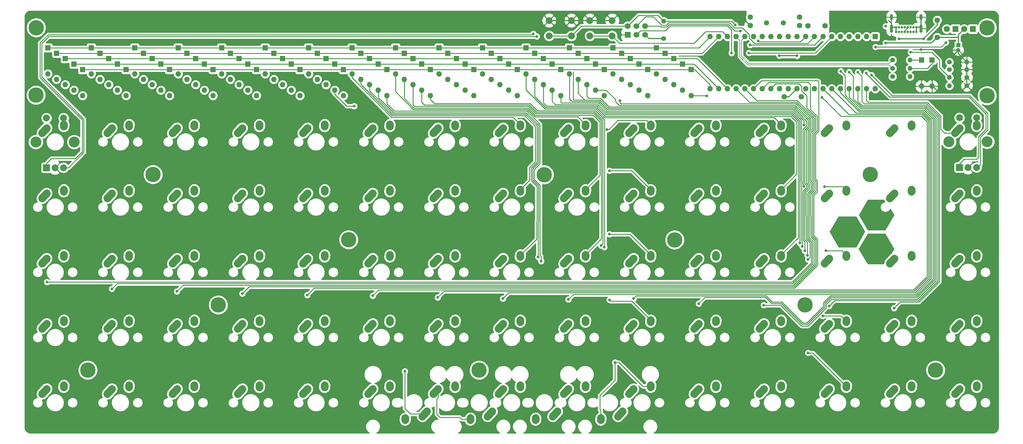
<source format=gbr>
G04 #@! TF.GenerationSoftware,KiCad,Pcbnew,5.1.5*
G04 #@! TF.CreationDate,2020-05-21T13:47:28+02:00*
G04 #@! TF.ProjectId,punk75,70756e6b-3735-42e6-9b69-6361645f7063,rev?*
G04 #@! TF.SameCoordinates,Original*
G04 #@! TF.FileFunction,Copper,L2,Bot*
G04 #@! TF.FilePolarity,Positive*
%FSLAX46Y46*%
G04 Gerber Fmt 4.6, Leading zero omitted, Abs format (unit mm)*
G04 Created by KiCad (PCBNEW 5.1.5) date 2020-05-21 13:47:28*
%MOMM*%
%LPD*%
G04 APERTURE LIST*
%ADD10C,2.250000*%
%ADD11C,1.500000*%
%ADD12R,1.700000X1.700000*%
%ADD13C,1.700000*%
%ADD14C,4.500000*%
%ADD15O,0.900000X1.700000*%
%ADD16O,0.900000X2.400000*%
%ADD17C,0.700000*%
%ADD18R,2.000000X2.000000*%
%ADD19C,2.000000*%
%ADD20C,3.200000*%
%ADD21O,1.400000X1.400000*%
%ADD22C,1.400000*%
%ADD23C,1.800000*%
%ADD24R,1.800000X1.800000*%
%ADD25O,1.600000X1.600000*%
%ADD26R,1.600000X1.600000*%
%ADD27C,1.600000*%
%ADD28C,1.200000*%
%ADD29R,1.200000X1.200000*%
%ADD30C,0.800000*%
%ADD31C,0.380000*%
%ADD32C,0.250000*%
%ADD33C,0.200000*%
%ADD34C,0.254000*%
G04 APERTURE END LIST*
D10*
X300949723Y-197112481D02*
X300990277Y-196532519D01*
X294634252Y-199060782D02*
X295945748Y-197604218D01*
X191175277Y-225162519D02*
X191134723Y-225742481D01*
X197490748Y-223214218D02*
X196179252Y-224670782D01*
X210225277Y-225162519D02*
X210184723Y-225742481D01*
X216540748Y-223214218D02*
X215229252Y-224670782D01*
X229275277Y-225162519D02*
X229234723Y-225742481D01*
X235590748Y-223214218D02*
X234279252Y-224670782D01*
D11*
X301615500Y-109759750D03*
X296735500Y-109759750D03*
D10*
X248325277Y-225162519D02*
X248284723Y-225742481D01*
X254640748Y-223214218D02*
X253329252Y-224670782D01*
X243799723Y-216162481D02*
X243840277Y-215582519D01*
X237484252Y-218110782D02*
X238795748Y-216654218D01*
X339049723Y-178062481D02*
X339090277Y-177482519D01*
X332734252Y-180010782D02*
X334045748Y-178554218D01*
X358099723Y-216162481D02*
X358140277Y-215582519D01*
X351784252Y-218110782D02*
X353095748Y-216654218D01*
X358099723Y-197112481D02*
X358140277Y-196532519D01*
X351784252Y-199060782D02*
X353095748Y-197604218D01*
X358099723Y-178062481D02*
X358140277Y-177482519D01*
X351784252Y-180010782D02*
X353095748Y-178554218D01*
X358099723Y-159012481D02*
X358140277Y-158432519D01*
X351784252Y-160960782D02*
X353095748Y-159504218D01*
X358099723Y-139962481D02*
X358140277Y-139382519D01*
X351784252Y-141910782D02*
X353095748Y-140454218D01*
X339049723Y-216162481D02*
X339090277Y-215582519D01*
X332734252Y-218110782D02*
X334045748Y-216654218D01*
X339049723Y-197112481D02*
X339090277Y-196532519D01*
X332734252Y-199060782D02*
X334045748Y-197604218D01*
X339049723Y-159012481D02*
X339090277Y-158432519D01*
X332734252Y-160960782D02*
X334045748Y-159504218D01*
X339049723Y-139962481D02*
X339090277Y-139382519D01*
X332734252Y-141910782D02*
X334045748Y-140454218D01*
X319999723Y-216162481D02*
X320040277Y-215582519D01*
X313684252Y-218110782D02*
X314995748Y-216654218D01*
X319999723Y-197112481D02*
X320040277Y-196532519D01*
X313684252Y-199060782D02*
X314995748Y-197604218D01*
X319999723Y-178062481D02*
X320040277Y-177482519D01*
X313684252Y-180010782D02*
X314995748Y-178554218D01*
X319999723Y-159012481D02*
X320040277Y-158432519D01*
X313684252Y-160960782D02*
X314995748Y-159504218D01*
X319999723Y-139962481D02*
X320040277Y-139382519D01*
X313684252Y-141910782D02*
X314995748Y-140454218D01*
X300949723Y-216162481D02*
X300990277Y-215582519D01*
X294634252Y-218110782D02*
X295945748Y-216654218D01*
X300949723Y-178062481D02*
X300990277Y-177482519D01*
X294634252Y-180010782D02*
X295945748Y-178554218D01*
X300949723Y-159012481D02*
X300990277Y-158432519D01*
X294634252Y-160960782D02*
X295945748Y-159504218D01*
X300949723Y-139962481D02*
X300990277Y-139382519D01*
X294634252Y-141910782D02*
X295945748Y-140454218D01*
X281899723Y-216162481D02*
X281940277Y-215582519D01*
X275584252Y-218110782D02*
X276895748Y-216654218D01*
X281899723Y-197112481D02*
X281940277Y-196532519D01*
X275584252Y-199060782D02*
X276895748Y-197604218D01*
X281899723Y-178062481D02*
X281940277Y-177482519D01*
X275584252Y-180010782D02*
X276895748Y-178554218D01*
X281899723Y-159012481D02*
X281940277Y-158432519D01*
X275584252Y-160960782D02*
X276895748Y-159504218D01*
X281899723Y-139962481D02*
X281940277Y-139382519D01*
X275584252Y-141910782D02*
X276895748Y-140454218D01*
X262849723Y-216162481D02*
X262890277Y-215582519D01*
X256534252Y-218110782D02*
X257845748Y-216654218D01*
X262849723Y-197112481D02*
X262890277Y-196532519D01*
X256534252Y-199060782D02*
X257845748Y-197604218D01*
X262849723Y-178062481D02*
X262890277Y-177482519D01*
X256534252Y-180010782D02*
X257845748Y-178554218D01*
X262849723Y-159012481D02*
X262890277Y-158432519D01*
X256534252Y-160960782D02*
X257845748Y-159504218D01*
X262849723Y-139962481D02*
X262890277Y-139382519D01*
X256534252Y-141910782D02*
X257845748Y-140454218D01*
X243799723Y-197112481D02*
X243840277Y-196532519D01*
X237484252Y-199060782D02*
X238795748Y-197604218D01*
X243799723Y-178062481D02*
X243840277Y-177482519D01*
X237484252Y-180010782D02*
X238795748Y-178554218D01*
X243799723Y-159012481D02*
X243840277Y-158432519D01*
X237484252Y-160960782D02*
X238795748Y-159504218D01*
X243799723Y-139962481D02*
X243840277Y-139382519D01*
X237484252Y-141910782D02*
X238795748Y-140454218D01*
X224749723Y-216162481D02*
X224790277Y-215582519D01*
X218434252Y-218110782D02*
X219745748Y-216654218D01*
X224749723Y-197112481D02*
X224790277Y-196532519D01*
X218434252Y-199060782D02*
X219745748Y-197604218D01*
X224749723Y-178062481D02*
X224790277Y-177482519D01*
X218434252Y-180010782D02*
X219745748Y-178554218D01*
X224749723Y-159012481D02*
X224790277Y-158432519D01*
X218434252Y-160960782D02*
X219745748Y-159504218D01*
X224749723Y-139962481D02*
X224790277Y-139382519D01*
X218434252Y-141910782D02*
X219745748Y-140454218D01*
X205699723Y-216162481D02*
X205740277Y-215582519D01*
X199384252Y-218110782D02*
X200695748Y-216654218D01*
X205699723Y-197112481D02*
X205740277Y-196532519D01*
X199384252Y-199060782D02*
X200695748Y-197604218D01*
X205699723Y-178062481D02*
X205740277Y-177482519D01*
X199384252Y-180010782D02*
X200695748Y-178554218D01*
X205699723Y-159012481D02*
X205740277Y-158432519D01*
X199384252Y-160960782D02*
X200695748Y-159504218D01*
X205699723Y-139962481D02*
X205740277Y-139382519D01*
X199384252Y-141910782D02*
X200695748Y-140454218D01*
X186649723Y-216162481D02*
X186690277Y-215582519D01*
X180334252Y-218110782D02*
X181645748Y-216654218D01*
X186649723Y-197112481D02*
X186690277Y-196532519D01*
X180334252Y-199060782D02*
X181645748Y-197604218D01*
X186649723Y-178062481D02*
X186690277Y-177482519D01*
X180334252Y-180010782D02*
X181645748Y-178554218D01*
X186649723Y-159012481D02*
X186690277Y-158432519D01*
X180334252Y-160960782D02*
X181645748Y-159504218D01*
X186649723Y-139962481D02*
X186690277Y-139382519D01*
X180334252Y-141910782D02*
X181645748Y-140454218D01*
X167599723Y-216162481D02*
X167640277Y-215582519D01*
X161284252Y-218110782D02*
X162595748Y-216654218D01*
X167599723Y-197112481D02*
X167640277Y-196532519D01*
X161284252Y-199060782D02*
X162595748Y-197604218D01*
X167599723Y-178062481D02*
X167640277Y-177482519D01*
X161284252Y-180010782D02*
X162595748Y-178554218D01*
X167599723Y-159012481D02*
X167640277Y-158432519D01*
X161284252Y-160960782D02*
X162595748Y-159504218D01*
X167599723Y-139962481D02*
X167640277Y-139382519D01*
X161284252Y-141910782D02*
X162595748Y-140454218D01*
X148549723Y-216162481D02*
X148590277Y-215582519D01*
X142234252Y-218110782D02*
X143545748Y-216654218D01*
X148549723Y-197112481D02*
X148590277Y-196532519D01*
X142234252Y-199060782D02*
X143545748Y-197604218D01*
X148549723Y-178062481D02*
X148590277Y-177482519D01*
X142234252Y-180010782D02*
X143545748Y-178554218D01*
X148549723Y-159012481D02*
X148590277Y-158432519D01*
X142234252Y-160960782D02*
X143545748Y-159504218D01*
X148549723Y-139962481D02*
X148590277Y-139382519D01*
X142234252Y-141910782D02*
X143545748Y-140454218D01*
X129499723Y-216162481D02*
X129540277Y-215582519D01*
X123184252Y-218110782D02*
X124495748Y-216654218D01*
X129499723Y-197112481D02*
X129540277Y-196532519D01*
X123184252Y-199060782D02*
X124495748Y-197604218D01*
X129499723Y-178062481D02*
X129540277Y-177482519D01*
X123184252Y-180010782D02*
X124495748Y-178554218D01*
X129499723Y-159012481D02*
X129540277Y-158432519D01*
X123184252Y-160960782D02*
X124495748Y-159504218D01*
X129499723Y-139962481D02*
X129540277Y-139382519D01*
X123184252Y-141910782D02*
X124495748Y-140454218D01*
X110449723Y-216162481D02*
X110490277Y-215582519D01*
X104134252Y-218110782D02*
X105445748Y-216654218D01*
X110449723Y-197112481D02*
X110490277Y-196532519D01*
X104134252Y-199060782D02*
X105445748Y-197604218D01*
X110449723Y-178062481D02*
X110490277Y-177482519D01*
X104134252Y-180010782D02*
X105445748Y-178554218D01*
X110449723Y-159012481D02*
X110490277Y-158432519D01*
X104134252Y-160960782D02*
X105445748Y-159504218D01*
X110449723Y-139962481D02*
X110490277Y-139382519D01*
X104134252Y-141910782D02*
X105445748Y-140454218D01*
X91399723Y-216162481D02*
X91440277Y-215582519D01*
X85084252Y-218110782D02*
X86395748Y-216654218D01*
X91399723Y-197112481D02*
X91440277Y-196532519D01*
X85084252Y-199060782D02*
X86395748Y-197604218D01*
X91399723Y-178062481D02*
X91440277Y-177482519D01*
X85084252Y-180010782D02*
X86395748Y-178554218D01*
X91399723Y-159012481D02*
X91440277Y-158432519D01*
X85084252Y-160960782D02*
X86395748Y-159504218D01*
X91399723Y-139962481D02*
X91440277Y-139382519D01*
X85084252Y-141910782D02*
X86395748Y-140454218D01*
D12*
X256159000Y-113157000D03*
D13*
X256159000Y-110617000D03*
X258699000Y-113157000D03*
X258699000Y-110617000D03*
X261239000Y-113157000D03*
X261239000Y-110617000D03*
D14*
X307975000Y-192087500D03*
X136525000Y-192087500D03*
D15*
X333210000Y-108020000D03*
X341860000Y-108020000D03*
D16*
X333210000Y-111400000D03*
X341860000Y-111400000D03*
D17*
X337110000Y-111030000D03*
X334560000Y-111030000D03*
X335410000Y-111030000D03*
X336260000Y-111030000D03*
X340510000Y-111030000D03*
X338810000Y-111030000D03*
X337960000Y-111030000D03*
X339660000Y-111030000D03*
X334560000Y-112380000D03*
X335410000Y-112380000D03*
X336260000Y-112380000D03*
X337110000Y-112380000D03*
X337960000Y-112380000D03*
X338810000Y-112380000D03*
X339660000Y-112380000D03*
X340510000Y-112380000D03*
D18*
X353100000Y-151940000D03*
D19*
X355600000Y-151940000D03*
X358100000Y-151940000D03*
D20*
X350000000Y-144440000D03*
X361200000Y-144440000D03*
D19*
X353100000Y-137440000D03*
X358100000Y-137440000D03*
D18*
X86360000Y-152019000D03*
D19*
X88860000Y-152019000D03*
X91360000Y-152019000D03*
D20*
X83260000Y-144519000D03*
X94460000Y-144519000D03*
D19*
X86360000Y-137519000D03*
X91360000Y-137519000D03*
D21*
X355219000Y-121158000D03*
D22*
X350139000Y-121158000D03*
D23*
X349377000Y-111506000D03*
D24*
X351917000Y-111506000D03*
D25*
X342011000Y-128206500D03*
D26*
X342011000Y-120586500D03*
D25*
X345059000Y-128206500D03*
D26*
X345059000Y-120586500D03*
D25*
X188341000Y-124618750D03*
D26*
X188341000Y-116998750D03*
D25*
X249301000Y-130968750D03*
D26*
X249301000Y-123348750D03*
D25*
X274701000Y-130937000D03*
D26*
X274701000Y-123317000D03*
D25*
X272161000Y-129381250D03*
D26*
X272161000Y-121761250D03*
D25*
X269621000Y-127793750D03*
D26*
X269621000Y-120173750D03*
D25*
X267081000Y-126206250D03*
D26*
X267081000Y-118586250D03*
D25*
X264541000Y-124587000D03*
D26*
X264541000Y-116967000D03*
D25*
X262001000Y-130968750D03*
D26*
X262001000Y-123348750D03*
D25*
X259461000Y-129381250D03*
D26*
X259461000Y-121761250D03*
D25*
X256921000Y-127793750D03*
D26*
X256921000Y-120173750D03*
D25*
X254381000Y-126206250D03*
D26*
X254381000Y-118586250D03*
D25*
X251841000Y-124587000D03*
D26*
X251841000Y-116967000D03*
D25*
X246761000Y-129381250D03*
D26*
X246761000Y-121761250D03*
D25*
X244221000Y-127793750D03*
D26*
X244221000Y-120173750D03*
D25*
X241681000Y-126206250D03*
D26*
X241681000Y-118586250D03*
D25*
X239141000Y-124587000D03*
D26*
X239141000Y-116967000D03*
D25*
X236601000Y-130968750D03*
D26*
X236601000Y-123348750D03*
D25*
X234061000Y-129381250D03*
D26*
X234061000Y-121761250D03*
D25*
X231521000Y-127793750D03*
D26*
X231521000Y-120173750D03*
D25*
X228981000Y-126206250D03*
D26*
X228981000Y-118586250D03*
D25*
X226441000Y-124618750D03*
D26*
X226441000Y-116998750D03*
D25*
X223901000Y-130968750D03*
D26*
X223901000Y-123348750D03*
D25*
X221361000Y-129381250D03*
D26*
X221361000Y-121761250D03*
D25*
X218821000Y-127793750D03*
D26*
X218821000Y-120173750D03*
D25*
X216281000Y-126206250D03*
D26*
X216281000Y-118586250D03*
D25*
X213741000Y-124618750D03*
D26*
X213741000Y-116998750D03*
D25*
X211201000Y-130968750D03*
D26*
X211201000Y-123348750D03*
D25*
X208661000Y-129381250D03*
D26*
X208661000Y-121761250D03*
D25*
X206121000Y-127793750D03*
D26*
X206121000Y-120173750D03*
D25*
X203581000Y-126206250D03*
D26*
X203581000Y-118586250D03*
D25*
X201041000Y-124618750D03*
D26*
X201041000Y-116998750D03*
D25*
X198501000Y-130937000D03*
D26*
X198501000Y-123317000D03*
D25*
X195961000Y-129381250D03*
D26*
X195961000Y-121761250D03*
D25*
X193421000Y-127793750D03*
D26*
X193421000Y-120173750D03*
D25*
X190881000Y-126206250D03*
D26*
X190881000Y-118586250D03*
D25*
X185801000Y-131000500D03*
D26*
X185801000Y-123380500D03*
D25*
X183261000Y-129381250D03*
D26*
X183261000Y-121761250D03*
D25*
X180721000Y-127793750D03*
D26*
X180721000Y-120173750D03*
D25*
X178181000Y-126206250D03*
D26*
X178181000Y-118586250D03*
D25*
X175641000Y-124618750D03*
D26*
X175641000Y-116998750D03*
D25*
X173101000Y-130968750D03*
D26*
X173101000Y-123348750D03*
D25*
X170561000Y-129381250D03*
D26*
X170561000Y-121761250D03*
D25*
X168021000Y-127793750D03*
D26*
X168021000Y-120173750D03*
D25*
X165481000Y-126206250D03*
D26*
X165481000Y-118586250D03*
D25*
X162941000Y-124618750D03*
D26*
X162941000Y-116998750D03*
D25*
X160401000Y-130968750D03*
D26*
X160401000Y-123348750D03*
D25*
X157861000Y-129381250D03*
D26*
X157861000Y-121761250D03*
D25*
X155321000Y-127762000D03*
D26*
X155321000Y-120142000D03*
D25*
X152781000Y-126206250D03*
D26*
X152781000Y-118586250D03*
D25*
X150241000Y-124618750D03*
D26*
X150241000Y-116998750D03*
D25*
X147701000Y-130937000D03*
D26*
X147701000Y-123317000D03*
D25*
X145161000Y-129381250D03*
D26*
X145161000Y-121761250D03*
D25*
X142621000Y-127762000D03*
D26*
X142621000Y-120142000D03*
D25*
X140081000Y-126206250D03*
D26*
X140081000Y-118586250D03*
D25*
X137541000Y-124618750D03*
D26*
X137541000Y-116998750D03*
D25*
X135001000Y-130937000D03*
D26*
X135001000Y-123317000D03*
D25*
X132461000Y-129381250D03*
D26*
X132461000Y-121761250D03*
D25*
X129921000Y-127762000D03*
D26*
X129921000Y-120142000D03*
D25*
X127381000Y-126206250D03*
D26*
X127381000Y-118586250D03*
D25*
X124841000Y-124618750D03*
D26*
X124841000Y-116998750D03*
D25*
X122301000Y-130968750D03*
D26*
X122301000Y-123348750D03*
D25*
X119761000Y-129381250D03*
D26*
X119761000Y-121761250D03*
D25*
X117221000Y-127762000D03*
D26*
X117221000Y-120142000D03*
D25*
X114681000Y-126206250D03*
D26*
X114681000Y-118586250D03*
D25*
X112141000Y-124587000D03*
D26*
X112141000Y-116967000D03*
D25*
X109601000Y-130968750D03*
D26*
X109601000Y-123348750D03*
D25*
X107061000Y-129381250D03*
D26*
X107061000Y-121761250D03*
D25*
X104521000Y-127762000D03*
D26*
X104521000Y-120142000D03*
D25*
X101981000Y-126206250D03*
D26*
X101981000Y-118586250D03*
D25*
X99441000Y-124587000D03*
D26*
X99441000Y-116967000D03*
D25*
X96901000Y-130968750D03*
D26*
X96901000Y-123348750D03*
D25*
X94361000Y-129381250D03*
D26*
X94361000Y-121761250D03*
D25*
X91821000Y-127762000D03*
D26*
X91821000Y-120142000D03*
D25*
X89281000Y-126206250D03*
D26*
X89281000Y-118586250D03*
D25*
X86741000Y-124587000D03*
D26*
X86741000Y-116967000D03*
D14*
X361156250Y-130968750D03*
X361156250Y-111125000D03*
X83312000Y-130810000D03*
X83343750Y-111125000D03*
D21*
X355219000Y-123317000D03*
D22*
X350139000Y-123317000D03*
D23*
X354457000Y-111506000D03*
D24*
X356997000Y-111506000D03*
D14*
X231775000Y-154051000D03*
X327025000Y-154000000D03*
X346075000Y-211137500D03*
X212725000Y-211137500D03*
X174625000Y-173037500D03*
X269875000Y-173101000D03*
X98425000Y-211137500D03*
X117475000Y-154010000D03*
D25*
X328485500Y-128968500D03*
X280225500Y-113728500D03*
X325945500Y-128968500D03*
X282765500Y-113728500D03*
X323405500Y-128968500D03*
X285305500Y-113728500D03*
X320865500Y-128968500D03*
X287845500Y-113728500D03*
X318325500Y-128968500D03*
X290385500Y-113728500D03*
X315785500Y-128968500D03*
X292925500Y-113728500D03*
X313245500Y-128968500D03*
X295465500Y-113728500D03*
X310705500Y-128968500D03*
X298005500Y-113728500D03*
X308165500Y-128968500D03*
X300545500Y-113728500D03*
X305625500Y-128968500D03*
X303085500Y-113728500D03*
X303085500Y-128968500D03*
X305625500Y-113728500D03*
X300545500Y-128968500D03*
X308165500Y-113728500D03*
X298005500Y-128968500D03*
X310705500Y-113728500D03*
X295465500Y-128968500D03*
X313245500Y-113728500D03*
X292925500Y-128968500D03*
X315785500Y-113728500D03*
X290385500Y-128968500D03*
X318325500Y-113728500D03*
X287845500Y-128968500D03*
X320865500Y-113728500D03*
X285305500Y-128968500D03*
X323405500Y-113728500D03*
X282765500Y-128968500D03*
X325945500Y-113728500D03*
X280225500Y-128968500D03*
D26*
X328485500Y-113728500D03*
D19*
X251618750Y-109006250D03*
X251618750Y-113506250D03*
X245118750Y-109006250D03*
X245118750Y-113506250D03*
X233212500Y-113506250D03*
X233212500Y-109006250D03*
X239712500Y-113506250D03*
X239712500Y-109006250D03*
D21*
X338613750Y-125412500D03*
D22*
X333533750Y-125412500D03*
D21*
X266700000Y-109220000D03*
D22*
X266700000Y-114300000D03*
D21*
X350170750Y-128079500D03*
D22*
X355250750Y-128079500D03*
D21*
X338613750Y-120586500D03*
D22*
X333533750Y-120586500D03*
D21*
X350170750Y-125666500D03*
D22*
X355250750Y-125666500D03*
D21*
X338613750Y-122999500D03*
D22*
X333533750Y-122999500D03*
D27*
X346583000Y-108919000D03*
X346583000Y-113919000D03*
D28*
X352742500Y-117705000D03*
D29*
X352742500Y-116205000D03*
D27*
X301895500Y-131318000D03*
X306895500Y-131318000D03*
X308848750Y-110553500D03*
X313848750Y-110553500D03*
X292004750Y-110521750D03*
X292004750Y-108021750D03*
X306355750Y-110521750D03*
X306355750Y-108021750D03*
D30*
X341884000Y-117475000D03*
X333210000Y-114390000D03*
X331533500Y-110680500D03*
X305625500Y-119316500D03*
X300500000Y-119310000D03*
X331530000Y-115580000D03*
X191047750Y-211494750D03*
X176276001Y-134041295D03*
X230055847Y-178122153D03*
X230886000Y-179324000D03*
X248412000Y-174752000D03*
X249340310Y-175220690D03*
X250106030Y-140843000D03*
X250825000Y-152908000D03*
X250825000Y-171450000D03*
X250825000Y-190627000D03*
X252476000Y-208915000D03*
X306451000Y-173990000D03*
X307176000Y-175006000D03*
X307638876Y-139509187D03*
X313626500Y-157543500D03*
X307662835Y-157479655D03*
X307911500Y-176276000D03*
X314071000Y-176276000D03*
X308673500Y-177609500D03*
X313182000Y-195326000D03*
X253873000Y-132445597D03*
X308864000Y-178816000D03*
X308864000Y-206121000D03*
X279273000Y-131092881D03*
X342640000Y-114360000D03*
X335410000Y-114350000D03*
X86487000Y-185420000D03*
X105450000Y-187412000D03*
X124460000Y-188150500D03*
X143573500Y-188785500D03*
X162560000Y-189230000D03*
X181673500Y-189420500D03*
X312928000Y-131445000D03*
X200660000Y-189928500D03*
X219710000Y-190246000D03*
X238823500Y-190500000D03*
X257873500Y-190246000D03*
X318389000Y-123825000D03*
X276900000Y-191730000D03*
X320865500Y-124079000D03*
X295910000Y-192151000D03*
X315023500Y-192405000D03*
X323405500Y-124142500D03*
X334010000Y-193040000D03*
X294259000Y-114977510D03*
X287564403Y-110326597D03*
X286512000Y-118520000D03*
X291592000Y-118491000D03*
X291920000Y-116177000D03*
X289080000Y-112110000D03*
X338836000Y-118300500D03*
X349123000Y-115443000D03*
X328570000Y-116730000D03*
X228600000Y-112903000D03*
X229616000Y-113665000D03*
X325882000Y-124333000D03*
X327406000Y-124968000D03*
D31*
X233212500Y-109006250D02*
X251618750Y-109006250D01*
X303149000Y-113728500D02*
X303085500Y-113728500D01*
X342138000Y-128270000D02*
X345313000Y-128270000D01*
X342074500Y-128206500D02*
X342138000Y-128270000D01*
X345313000Y-128270000D02*
X346900500Y-129857500D01*
X353472750Y-129857500D02*
X355250750Y-128079500D01*
X346900500Y-129857500D02*
X353472750Y-129857500D01*
X341884000Y-117475000D02*
X350711472Y-117475000D01*
X303276000Y-131318000D02*
X305625500Y-128968500D01*
X301895500Y-131318000D02*
X303276000Y-131318000D01*
X350941472Y-117705000D02*
X352742500Y-117705000D01*
X350711472Y-117475000D02*
X350941472Y-117705000D01*
X352742500Y-118681500D02*
X355219000Y-121158000D01*
X352742500Y-117705000D02*
X352742500Y-118681500D01*
X355219000Y-121158000D02*
X355219000Y-123317000D01*
X355219000Y-128047750D02*
X355250750Y-128079500D01*
X355219000Y-123317000D02*
X355219000Y-128047750D01*
X334560000Y-112380000D02*
X334560000Y-111030000D01*
X333210000Y-109820000D02*
X333210000Y-111400000D01*
X332419500Y-109029500D02*
X333210000Y-109820000D01*
X341860000Y-111400000D02*
X341860000Y-108020000D01*
X340510000Y-111030000D02*
X340510000Y-112380000D01*
X333580000Y-111030000D02*
X333210000Y-111400000D01*
X334560000Y-111030000D02*
X333580000Y-111030000D01*
X341490000Y-111030000D02*
X341860000Y-111400000D01*
X340510000Y-111030000D02*
X341490000Y-111030000D01*
X292004750Y-110521750D02*
X290576000Y-109093000D01*
X290576000Y-109093000D02*
X289560000Y-109093000D01*
X262382000Y-114300000D02*
X261239000Y-113157000D01*
X266700000Y-114300000D02*
X262382000Y-114300000D01*
X305625500Y-119316500D02*
X300506500Y-119316500D01*
X300506500Y-119316500D02*
X300500000Y-119310000D01*
X352742500Y-113220500D02*
X354457000Y-111506000D01*
X352679000Y-113919000D02*
X346583000Y-113919000D01*
X352742500Y-113982500D02*
X352742500Y-113220500D01*
X352742500Y-116205000D02*
X352742500Y-113982500D01*
X346583000Y-113919000D02*
X344922000Y-115580000D01*
X344922000Y-115580000D02*
X331530000Y-115580000D01*
D32*
X87312500Y-116998750D02*
X265112500Y-116998750D01*
X276987000Y-116967000D02*
X280225500Y-113728500D01*
X264541000Y-116967000D02*
X276987000Y-116967000D01*
X116877498Y-118586250D02*
X89693750Y-118586250D01*
X267493750Y-118586250D02*
X116877498Y-118586250D01*
X277907750Y-118586250D02*
X282765500Y-113728500D01*
X267081000Y-118586250D02*
X277907750Y-118586250D01*
X191047750Y-211494750D02*
X191047750Y-222289750D01*
X192700500Y-223942500D02*
X196835000Y-223942500D01*
X191047750Y-222289750D02*
X192700500Y-223942500D01*
X255391252Y-120173750D02*
X269875000Y-120173750D01*
X92075000Y-120173750D02*
X255391252Y-120173750D01*
X276510750Y-120173750D02*
X285305500Y-128968500D01*
X269621000Y-120173750D02*
X276510750Y-120173750D01*
X170561000Y-129381250D02*
X170561000Y-130512620D01*
X170561000Y-130512620D02*
X174089675Y-134041295D01*
X174089675Y-134041295D02*
X176276001Y-134041295D01*
X175641000Y-125750120D02*
X187177880Y-137287000D01*
X175641000Y-124618750D02*
X175641000Y-125750120D01*
X222694500Y-137287000D02*
X224790000Y-139382500D01*
X187177880Y-137287000D02*
X222694500Y-137287000D01*
X178181000Y-126206250D02*
X178181000Y-127653710D01*
X178181000Y-127653710D02*
X187364280Y-136836990D01*
X187364280Y-136836990D02*
X226117990Y-136836990D01*
X226117990Y-136836990D02*
X229199999Y-139918999D01*
X229199999Y-139918999D02*
X229199999Y-150271771D01*
X229199999Y-150271771D02*
X227503972Y-151967800D01*
X227503972Y-155718528D02*
X224790000Y-158432500D01*
X227503972Y-151967800D02*
X227503972Y-155718528D01*
X224750000Y-177522500D02*
X224750000Y-178062500D01*
X180721000Y-127793750D02*
X180721000Y-129557300D01*
X180721000Y-129557300D02*
X187550680Y-136386980D01*
X187550680Y-136386980D02*
X226304391Y-136386981D01*
X226304391Y-136386981D02*
X229650009Y-139732599D01*
X229650009Y-167730171D02*
X229650009Y-157516829D01*
X229650009Y-157516829D02*
X227953982Y-155820800D01*
X227953982Y-155820800D02*
X227953981Y-152154199D01*
X229650009Y-150458171D02*
X229650009Y-139732599D01*
X227953981Y-152154199D02*
X229650009Y-150458171D01*
X229605837Y-167774343D02*
X229605837Y-172857163D01*
X229650009Y-167730171D02*
X229605837Y-167774343D01*
X229605837Y-172857163D02*
X227457000Y-175006000D01*
X227584000Y-174879000D02*
X227457000Y-175006000D01*
X227457000Y-175006000D02*
X224750000Y-177522500D01*
X183261000Y-131445000D02*
X187752971Y-135936971D01*
X187752971Y-135936971D02*
X226490792Y-135936972D01*
X183261000Y-129381250D02*
X183261000Y-131445000D01*
X226490792Y-135936972D02*
X230100019Y-139546199D01*
X230100019Y-139546199D02*
X230100019Y-150644571D01*
X228403990Y-152340600D02*
X228403991Y-155634401D01*
X230100019Y-150644571D02*
X228403990Y-152340600D01*
X230100019Y-157330429D02*
X230100019Y-167916571D01*
X228403991Y-155634401D02*
X230100019Y-157330429D01*
X230055847Y-167960743D02*
X230100019Y-167916571D01*
X230055847Y-178122153D02*
X230055847Y-167960743D01*
X230886000Y-178758315D02*
X230886000Y-179324000D01*
X228854000Y-152527000D02*
X228854000Y-155448000D01*
X226677193Y-135486963D02*
X230550029Y-139359799D01*
X187939372Y-135486962D02*
X226677193Y-135486963D01*
X230886000Y-177879304D02*
X230886000Y-178758315D01*
X185801000Y-133348590D02*
X187939372Y-135486962D01*
X230550029Y-139359799D02*
X230550029Y-150830971D01*
X185801000Y-131000500D02*
X185801000Y-133348590D01*
X230550029Y-150830971D02*
X228854000Y-152527000D01*
X230550029Y-177543333D02*
X230886000Y-177879304D01*
X228854000Y-155448000D02*
X230550028Y-157144028D01*
X230550028Y-157144028D02*
X230550029Y-177543333D01*
X188341000Y-124618750D02*
X188341000Y-129829953D01*
X193548000Y-135036953D02*
X226863594Y-135036954D01*
X188341000Y-129829953D02*
X193548000Y-135036953D01*
X226863594Y-135036954D02*
X228986640Y-137160000D01*
X241617500Y-137160000D02*
X243840000Y-139382500D01*
X228986640Y-137160000D02*
X241617500Y-137160000D01*
X248031000Y-138557000D02*
X248031000Y-154241500D01*
X246183990Y-136709990D02*
X248031000Y-138557000D01*
X190881000Y-126206250D02*
X190881000Y-131733543D01*
X193734402Y-134586945D02*
X227049995Y-134586945D01*
X248031000Y-154241500D02*
X243840000Y-158432500D01*
X227049995Y-134586945D02*
X229173040Y-136709990D01*
X190881000Y-131733543D02*
X193734402Y-134586945D01*
X229173040Y-136709990D02*
X246183990Y-136709990D01*
X243800000Y-177522500D02*
X243800000Y-178062500D01*
X246370391Y-136259981D02*
X248481010Y-138370600D01*
X193421000Y-127793750D02*
X193421000Y-133637133D01*
X248481010Y-172841490D02*
X243800000Y-177522500D01*
X193421000Y-133637133D02*
X193920803Y-134136936D01*
X248481010Y-138370600D02*
X248481010Y-172841490D01*
X193920803Y-134136936D02*
X227236396Y-134136936D01*
X227236396Y-134136936D02*
X229359440Y-136259980D01*
X229359440Y-136259980D02*
X246370391Y-136259981D01*
X246556792Y-135809972D02*
X248931020Y-138184200D01*
X195961000Y-132924926D02*
X196723000Y-133686926D01*
X196723000Y-133686926D02*
X227422797Y-133686927D01*
X195961000Y-129381250D02*
X195961000Y-132924926D01*
X227422797Y-133686927D02*
X229545841Y-135809971D01*
X229545841Y-135809971D02*
X246556792Y-135809972D01*
X248931020Y-174232980D02*
X248412000Y-174752000D01*
X248931020Y-173366020D02*
X248931020Y-174232980D01*
X248931020Y-138184200D02*
X248931020Y-173366020D01*
X198501000Y-132068370D02*
X199669547Y-133236917D01*
X198501000Y-130937000D02*
X198501000Y-132068370D01*
X199669547Y-133236917D02*
X227609198Y-133236918D01*
X227609198Y-133236918D02*
X229732242Y-135359962D01*
X246743193Y-135359963D02*
X249381030Y-137997800D01*
X229732242Y-135359962D02*
X246743193Y-135359963D01*
X249381030Y-174614285D02*
X249381030Y-137997800D01*
X249340310Y-174655005D02*
X249381030Y-174614285D01*
X249340310Y-175220690D02*
X249340310Y-174655005D01*
X261683500Y-138176000D02*
X262890000Y-139382500D01*
X253338715Y-138176000D02*
X261683500Y-138176000D01*
X250671715Y-140843000D02*
X253338715Y-138176000D01*
X250106030Y-140843000D02*
X250671715Y-140843000D01*
X129577498Y-121761250D02*
X94456250Y-121761250D01*
X272256250Y-121761250D02*
X129577498Y-121761250D01*
X275558250Y-121761250D02*
X282765500Y-128968500D01*
X272161000Y-121761250D02*
X275558250Y-121761250D01*
X262850000Y-158392500D02*
X262850000Y-159012500D01*
X257365500Y-152908000D02*
X262850000Y-158392500D01*
X250825000Y-152908000D02*
X257365500Y-152908000D01*
X256857500Y-171450000D02*
X262890000Y-177482500D01*
X250825000Y-171450000D02*
X256857500Y-171450000D01*
X261765001Y-195407501D02*
X262890000Y-196532500D01*
X257384499Y-191026999D02*
X261765001Y-195407501D01*
X251224999Y-191026999D02*
X257384499Y-191026999D01*
X250825000Y-190627000D02*
X251224999Y-191026999D01*
X252476000Y-208915000D02*
X253619000Y-208915000D01*
X260576500Y-215872500D02*
X262870000Y-215872500D01*
X253619000Y-208915000D02*
X260576500Y-215872500D01*
X252476000Y-208915000D02*
X252476000Y-214122000D01*
X252476000Y-214122000D02*
X248031000Y-218567000D01*
X248031000Y-218567000D02*
X248031000Y-222631000D01*
X248305000Y-222905000D02*
X248305000Y-225452500D01*
X248031000Y-222631000D02*
X248305000Y-222905000D01*
X226441000Y-124618750D02*
X226441000Y-129286000D01*
X226441000Y-129286000D02*
X232064953Y-134909953D01*
X246929594Y-134909954D02*
X249433640Y-137414000D01*
X232064953Y-134909953D02*
X246929594Y-134909954D01*
X299021500Y-137414000D02*
X300037500Y-138430000D01*
X249433640Y-137414000D02*
X299021500Y-137414000D01*
X300037500Y-139050000D02*
X300950000Y-139962500D01*
X300037500Y-138430000D02*
X300037500Y-139050000D01*
X302114999Y-157307501D02*
X300990000Y-158432500D01*
X305562000Y-138684000D02*
X305562000Y-153860500D01*
X228981000Y-126206250D02*
X228981000Y-131189590D01*
X303841990Y-136963990D02*
X305562000Y-138684000D01*
X228981000Y-131189590D02*
X232251354Y-134459944D01*
X300950000Y-158472500D02*
X300950000Y-159012500D01*
X249620040Y-136963990D02*
X303841990Y-136963990D01*
X305562000Y-153860500D02*
X300950000Y-158472500D01*
X232251354Y-134459944D02*
X247115995Y-134459945D01*
X247115995Y-134459945D02*
X249620040Y-136963990D01*
X306012010Y-138497600D02*
X306012010Y-172460490D01*
X304028391Y-136513981D02*
X306012010Y-138497600D01*
X231521000Y-133093180D02*
X232437756Y-134009936D01*
X306012010Y-172460490D02*
X300990000Y-177482500D01*
X249806440Y-136513980D02*
X304028391Y-136513981D01*
X231521000Y-127793750D02*
X231521000Y-133093180D01*
X232437756Y-134009936D02*
X247302396Y-134009936D01*
X247302396Y-134009936D02*
X249806440Y-136513980D01*
X304214792Y-136063972D02*
X306462020Y-138311200D01*
X234061000Y-132588000D02*
X235032926Y-133559926D01*
X249992841Y-136063971D02*
X304214792Y-136063972D01*
X234061000Y-129381250D02*
X234061000Y-132588000D01*
X235032926Y-133559926D02*
X247488797Y-133559927D01*
X247488797Y-133559927D02*
X249992841Y-136063971D01*
X306462020Y-173089980D02*
X306462020Y-173851980D01*
X306462020Y-138311200D02*
X306462020Y-173089980D01*
X306462020Y-173851980D02*
X306462020Y-173978980D01*
X306462020Y-173978980D02*
X306451000Y-173990000D01*
X304401193Y-135613963D02*
X306912030Y-138124800D01*
X236855000Y-133109917D02*
X247675198Y-133109918D01*
X236601000Y-132855917D02*
X236855000Y-133109917D01*
X247675198Y-133109918D02*
X250179242Y-135613962D01*
X236601000Y-130968750D02*
X236601000Y-132855917D01*
X250179242Y-135613962D02*
X304401193Y-135613963D01*
X306912030Y-138124800D02*
X306959000Y-173355000D01*
X306959000Y-173355000D02*
X307176000Y-173572000D01*
X307176000Y-173572000D02*
X307176000Y-175006000D01*
X239141000Y-131897908D02*
X239903000Y-132659908D01*
X304587594Y-135163954D02*
X306964640Y-137541000D01*
X239141000Y-124587000D02*
X239141000Y-131897908D01*
X247861599Y-132659909D02*
X250365643Y-135163953D01*
X250365643Y-135163953D02*
X304587594Y-135163954D01*
X239903000Y-132659908D02*
X247861599Y-132659909D01*
X306964640Y-137541000D02*
X307638876Y-138215236D01*
X307638876Y-138215236D02*
X307638876Y-139509187D01*
X107753752Y-123348750D02*
X109537500Y-123348750D01*
X96837500Y-123348750D02*
X107753752Y-123348750D01*
X109537500Y-123348750D02*
X274637500Y-123348750D01*
X280225500Y-127837130D02*
X280225500Y-128968500D01*
X280225500Y-127791500D02*
X280225500Y-127837130D01*
X275751000Y-123317000D02*
X280225500Y-127791500D01*
X274701000Y-123317000D02*
X275751000Y-123317000D01*
X241681000Y-126206250D02*
X241681000Y-130302000D01*
X241681000Y-130302000D02*
X243588899Y-132209899D01*
X243588899Y-132209899D02*
X246507000Y-132209899D01*
X246507001Y-132209900D02*
X248048000Y-132209900D01*
X246507000Y-132209899D02*
X246507001Y-132209900D01*
X248048000Y-132209900D02*
X250552043Y-134713943D01*
X250552043Y-134713943D02*
X248047998Y-132209900D01*
X256125943Y-134713943D02*
X256252943Y-134713943D01*
X250552043Y-134713943D02*
X256125943Y-134713943D01*
X257214348Y-134713943D02*
X257214350Y-134713945D01*
X256125943Y-134713943D02*
X257214348Y-134713943D01*
X257214350Y-134713945D02*
X304773995Y-134713945D01*
X304773995Y-134713945D02*
X307151040Y-137090990D01*
X307151040Y-137090990D02*
X308363877Y-138303827D01*
X319151000Y-157543500D02*
X320040000Y-158432500D01*
X313626500Y-157543500D02*
X319151000Y-157543500D01*
X307662835Y-157040835D02*
X307386891Y-156764891D01*
X307662835Y-157479655D02*
X307662835Y-157040835D01*
X240266001Y-132033299D02*
X240266001Y-124046999D01*
X240442602Y-132209900D02*
X240266001Y-132033299D01*
X248047998Y-132209900D02*
X240442602Y-132209900D01*
X307386891Y-140834174D02*
X308363877Y-139857188D01*
X250552044Y-134713944D02*
X248047998Y-132209900D01*
X307386891Y-156764891D02*
X307386891Y-140834174D01*
X308363877Y-139857188D02*
X308363877Y-138303829D01*
X308363877Y-138303829D02*
X304773993Y-134713945D01*
X304773993Y-134713945D02*
X250552044Y-134713944D01*
X320000000Y-177442500D02*
X320000000Y-178062500D01*
X318833500Y-176276000D02*
X320000000Y-177442500D01*
X314071000Y-176276000D02*
X318833500Y-176276000D01*
X307911500Y-173671090D02*
X307911500Y-175710315D01*
X307389638Y-158825853D02*
X307408760Y-173168350D01*
X308387836Y-157827656D02*
X307389638Y-158825853D01*
X248234401Y-131759891D02*
X250738443Y-134263933D01*
X244221000Y-131124889D02*
X244856000Y-131759889D01*
X244221000Y-127793750D02*
X244221000Y-131124889D01*
X308813886Y-140043589D02*
X307836901Y-141020574D01*
X244856000Y-131759889D02*
X248234401Y-131759891D01*
X304960393Y-134263933D02*
X308813887Y-138117427D01*
X307911500Y-175710315D02*
X307911500Y-176276000D01*
X250738443Y-134263933D02*
X304960393Y-134263933D01*
X308813887Y-138117427D02*
X308813886Y-140043589D01*
X307408760Y-173168350D02*
X307911500Y-173671090D01*
X307836901Y-156578491D02*
X308387836Y-157129426D01*
X307836901Y-141020574D02*
X307836901Y-156578491D01*
X308387836Y-157129426D02*
X308387836Y-157827656D01*
X308673500Y-177043815D02*
X308673500Y-177609500D01*
X307839896Y-159012004D02*
X307858520Y-172981700D01*
X308837846Y-156943026D02*
X308837846Y-158014055D01*
X308356000Y-156461180D02*
X308837846Y-156943026D01*
X307858520Y-172981700D02*
X308673500Y-173796680D01*
X252603000Y-132080000D02*
X252603000Y-132715000D01*
X252603000Y-132715000D02*
X253701923Y-133813923D01*
X308673500Y-173796680D02*
X308673500Y-177043815D01*
X249936000Y-129413000D02*
X252603000Y-132080000D01*
X249410252Y-129413000D02*
X249936000Y-129413000D01*
X309263895Y-140229990D02*
X308356000Y-141137885D01*
X246761000Y-129381250D02*
X249378502Y-129381250D01*
X249378502Y-129381250D02*
X249410252Y-129413000D01*
X253701923Y-133813923D02*
X305146794Y-133813924D01*
X308837846Y-158014055D02*
X307839896Y-159012004D01*
X309263896Y-137931028D02*
X309263895Y-140229990D01*
X305146794Y-133813924D02*
X309263896Y-137931028D01*
X308356000Y-141137885D02*
X308356000Y-156461180D01*
X318523500Y-195326000D02*
X320020000Y-196822500D01*
X313182000Y-195326000D02*
X318523500Y-195326000D01*
X254225631Y-133363913D02*
X305333195Y-133363915D01*
X253873000Y-133011282D02*
X254225631Y-133363913D01*
X253873000Y-132445597D02*
X253873000Y-133011282D01*
X305333195Y-133363915D02*
X309713904Y-137744624D01*
X309398501Y-178281499D02*
X308864000Y-178816000D01*
X309398501Y-173885271D02*
X309398501Y-178281499D01*
X308308280Y-172795050D02*
X309398501Y-173885271D01*
X309713904Y-140416391D02*
X308806010Y-141324285D01*
X308290154Y-159198156D02*
X308308280Y-172795050D01*
X309713904Y-137744624D02*
X309713904Y-140416391D01*
X309287856Y-158200455D02*
X308290154Y-159198156D01*
X308806010Y-156274780D02*
X309287856Y-156756626D01*
X308806010Y-141324285D02*
X308806010Y-156274780D01*
X309287856Y-156756626D02*
X309287856Y-158200455D01*
X310268500Y-206121000D02*
X320020000Y-215872500D01*
X308864000Y-206121000D02*
X310268500Y-206121000D01*
X274701000Y-130937000D02*
X279117119Y-130937000D01*
X279117119Y-130937000D02*
X279273000Y-131092881D01*
X287337500Y-113728500D02*
X287845500Y-113728500D01*
D33*
X287845500Y-113728500D02*
X288890500Y-114773500D01*
X288890500Y-114773500D02*
X288890500Y-119598700D01*
X288890500Y-119598700D02*
X291309800Y-122018000D01*
X291309800Y-122018000D02*
X332552250Y-122018000D01*
X332552250Y-122018000D02*
X333533750Y-122999500D01*
D32*
X289750500Y-113728500D02*
X290385500Y-113728500D01*
D33*
X289340500Y-119412300D02*
X291496200Y-121568000D01*
X332552250Y-121568000D02*
X333533750Y-120586500D01*
X291496200Y-121568000D02*
X332552250Y-121568000D01*
X290385500Y-113728500D02*
X289340500Y-114773500D01*
X289340500Y-114773500D02*
X289340500Y-119412300D01*
D31*
X346583000Y-110417000D02*
X346583000Y-108919000D01*
X342640000Y-114360000D02*
X346583000Y-110417000D01*
X342640000Y-114360000D02*
X335420000Y-114360000D01*
X335420000Y-114360000D02*
X335410000Y-114350000D01*
D32*
X305498701Y-132893011D02*
X291770011Y-132893011D01*
X308758040Y-172608400D02*
X308740412Y-159384306D01*
X310163914Y-137558224D02*
X305498701Y-132893011D01*
X309737866Y-158386855D02*
X309737866Y-156570226D01*
X309848511Y-173698871D02*
X308758040Y-172608400D01*
X309848510Y-179799990D02*
X309848511Y-173698871D01*
X291770011Y-132893011D02*
X287845500Y-128968500D01*
X304228500Y-185420000D02*
X309848510Y-179799990D01*
X309256020Y-156088380D02*
X309256020Y-141510685D01*
X86487000Y-185420000D02*
X304228500Y-185420000D01*
X308740412Y-159384306D02*
X309737866Y-158386855D01*
X310163913Y-140602792D02*
X310163914Y-137558224D01*
X309737866Y-156570226D02*
X309256020Y-156088380D01*
X309256020Y-141510685D02*
X310163913Y-140602792D01*
X305353501Y-132443001D02*
X305685102Y-132443002D01*
X304246499Y-132443001D02*
X305353501Y-132443001D01*
X304246499Y-132443001D02*
X305685102Y-132443002D01*
X309706030Y-155901980D02*
X310187876Y-156383826D01*
X310613922Y-140789193D02*
X309706030Y-141697085D01*
X309190670Y-159570458D02*
X309207800Y-172421750D01*
X309706030Y-141697085D02*
X309706030Y-155901980D01*
X309207800Y-172421750D02*
X310298520Y-173512472D01*
X304414901Y-185870009D02*
X106991991Y-185870009D01*
X310187876Y-156383826D02*
X310187876Y-158573253D01*
X106991991Y-185870009D02*
X105450000Y-187412000D01*
X305685102Y-132443002D02*
X310613923Y-137371823D01*
X310613923Y-137371823D02*
X310613922Y-140789193D01*
X310298520Y-173512472D02*
X310298519Y-179986391D01*
X310187876Y-158573253D02*
X309190670Y-159570458D01*
X310298519Y-179986391D02*
X304414901Y-185870009D01*
X293860001Y-132443001D02*
X290385500Y-128968500D01*
X304246499Y-132443001D02*
X293860001Y-132443001D01*
X309657560Y-172235101D02*
X310748529Y-173326073D01*
X309640928Y-159756609D02*
X309657560Y-172235101D01*
X310637884Y-158759654D02*
X309640928Y-159756609D01*
X310705500Y-136826990D02*
X311063932Y-137185424D01*
X311063932Y-137185424D02*
X311063931Y-140975594D01*
X310637886Y-156197426D02*
X310637886Y-158759653D01*
X310748529Y-173326073D02*
X310748528Y-180172792D01*
X311063931Y-140975594D02*
X310156040Y-141883485D01*
X310748528Y-180172792D02*
X304601301Y-186320019D01*
X310156040Y-141883485D02*
X310156040Y-155715580D01*
X310156040Y-155715580D02*
X310637886Y-156197426D01*
X310637886Y-158759653D02*
X310637884Y-158759654D01*
X126290481Y-186320019D02*
X124460000Y-188150500D01*
X128725519Y-186320019D02*
X126290481Y-186320019D01*
X304601301Y-186320019D02*
X128725519Y-186320019D01*
X299466000Y-127508000D02*
X298005500Y-128968500D01*
X306197000Y-127508000D02*
X299466000Y-127508000D01*
X308483000Y-134604490D02*
X308483000Y-131064000D01*
X308483000Y-131064000D02*
X306959000Y-129540000D01*
X310705500Y-136826990D02*
X308483000Y-134604490D01*
X306959000Y-129540000D02*
X306959000Y-128270000D01*
X306959000Y-128270000D02*
X306197000Y-127508000D01*
X308921991Y-127057991D02*
X297376009Y-127057991D01*
X309499000Y-127635000D02*
X308921991Y-127057991D01*
X311155509Y-136640589D02*
X309499000Y-134984080D01*
X311513942Y-136999025D02*
X311155509Y-136640589D01*
X311513940Y-141161995D02*
X311513942Y-136999025D01*
X311198538Y-173139674D02*
X310107320Y-172048452D01*
X143573500Y-188785500D02*
X145588971Y-186770029D01*
X297376009Y-127057991D02*
X296265499Y-128168501D01*
X311198537Y-180359193D02*
X311198538Y-173139674D01*
X304787701Y-186770029D02*
X311198537Y-180359193D01*
X309499000Y-134984080D02*
X309499000Y-127635000D01*
X310606050Y-142069885D02*
X311513940Y-141161995D01*
X310107320Y-172048452D02*
X310091186Y-159942762D01*
X310606050Y-155529180D02*
X310606050Y-142069885D01*
X310091186Y-159942762D02*
X311087896Y-158946053D01*
X311087896Y-158946053D02*
X311087896Y-156011026D01*
X296265499Y-128168501D02*
X295465500Y-128968500D01*
X145588971Y-186770029D02*
X304787701Y-186770029D01*
X311087896Y-156011026D02*
X310606050Y-155529180D01*
X311963949Y-137185427D02*
X311963952Y-136812627D01*
X311963949Y-141348396D02*
X311963949Y-137185427D01*
X311648546Y-180545594D02*
X311648547Y-172953275D01*
X304974101Y-187220039D02*
X311648546Y-180545594D01*
X311648547Y-172953275D02*
X310557080Y-171861803D01*
X164569961Y-187220039D02*
X304974101Y-187220039D01*
X310557080Y-171861803D02*
X310541444Y-160128914D01*
X162560000Y-189230000D02*
X164569961Y-187220039D01*
X311056060Y-155342780D02*
X311056060Y-142256285D01*
X311537906Y-159132453D02*
X311537906Y-155824626D01*
X310541444Y-160128914D02*
X311537906Y-159132453D01*
X311056060Y-142256285D02*
X311963949Y-141348396D01*
X311537906Y-155824626D02*
X311056060Y-155342780D01*
X311963952Y-136812627D02*
X311963952Y-126797952D01*
X293725499Y-128168501D02*
X292925500Y-128968500D01*
X295286018Y-126607982D02*
X293725499Y-128168501D01*
X311773982Y-126607982D02*
X295286018Y-126607982D01*
X311963952Y-126797952D02*
X311773982Y-126607982D01*
X343598500Y-138557000D02*
X342011000Y-136969500D01*
X342011000Y-136969500D02*
X318452500Y-136969500D01*
X318452500Y-136969500D02*
X312928000Y-131445000D01*
X339760951Y-187670049D02*
X339598000Y-187670049D01*
X343598500Y-183832500D02*
X339760951Y-187670049D01*
X343598500Y-183705500D02*
X343598500Y-183832500D01*
X343598500Y-183705500D02*
X343598500Y-138557000D01*
X304835951Y-187670049D02*
X183423951Y-187670049D01*
X304835951Y-187670049D02*
X305160502Y-187670048D01*
X339760951Y-187670049D02*
X304835951Y-187670049D01*
X183423951Y-187670049D02*
X181673500Y-189420500D01*
X342197401Y-136519491D02*
X321177490Y-136519490D01*
X344048510Y-138370600D02*
X342197401Y-136519491D01*
X200836586Y-218179086D02*
X200836586Y-219152414D01*
X200040000Y-217382500D02*
X200836586Y-218179086D01*
X200836586Y-219152414D02*
X200406000Y-219583000D01*
X200406000Y-219583000D02*
X200406000Y-224028000D01*
X200406000Y-224028000D02*
X201295000Y-224917000D01*
X201295000Y-224917000D02*
X207010000Y-224917000D01*
X207545500Y-225452500D02*
X210205000Y-225452500D01*
X207010000Y-224917000D02*
X207545500Y-225452500D01*
X320796490Y-136519490D02*
X313245500Y-128968500D01*
X321177490Y-136519490D02*
X320796490Y-136519490D01*
X343916705Y-184150705D02*
X344048509Y-184018901D01*
X344048509Y-184018901D02*
X344048509Y-183134000D01*
X344048509Y-183134000D02*
X344048509Y-138430000D01*
X339947352Y-188120058D02*
X343916705Y-184150705D01*
X200660000Y-189928500D02*
X202468441Y-188120059D01*
X338869059Y-188120059D02*
X339947352Y-188120058D01*
X202468441Y-188120059D02*
X338869059Y-188120059D01*
X344498519Y-138184201D02*
X342383802Y-136069482D01*
X322886483Y-136069483D02*
X342383802Y-136069483D01*
X315785500Y-128968500D02*
X322886483Y-136069483D01*
X340133753Y-188570067D02*
X344498519Y-184205301D01*
X344498519Y-138184199D02*
X342383800Y-136069482D01*
X344498519Y-184205301D02*
X344498519Y-138184199D01*
X339749933Y-188570067D02*
X340133753Y-188570067D01*
X219710000Y-190246000D02*
X221385931Y-188570069D01*
X339700069Y-188570069D02*
X339749931Y-188570069D01*
X339749931Y-188570069D02*
X339749933Y-188570067D01*
X221385931Y-188570069D02*
X339700069Y-188570069D01*
X339886472Y-189020076D02*
X339886469Y-189020079D01*
X342570202Y-135619472D02*
X344948529Y-137997799D01*
X342570203Y-135619474D02*
X342570204Y-135619475D01*
X240303421Y-189020079D02*
X238823500Y-190500000D01*
X342570204Y-135619475D02*
X323845102Y-135619472D01*
X323845102Y-135619472D02*
X342570202Y-135619472D01*
X318325500Y-130099870D02*
X323845103Y-135619473D01*
X340320154Y-189020076D02*
X339886472Y-189020076D01*
X344948529Y-137997799D02*
X344948528Y-184391702D01*
X344948528Y-184391702D02*
X340320154Y-189020076D01*
X323845103Y-135619473D02*
X342570203Y-135619474D01*
X318325500Y-128968500D02*
X318325500Y-130099870D01*
X339886469Y-189020079D02*
X240303421Y-189020079D01*
X301235802Y-191250982D02*
X298440391Y-191250981D01*
X307331800Y-197346980D02*
X301235802Y-191250982D01*
X258649411Y-189470089D02*
X257873500Y-190246000D01*
X308491200Y-197346980D02*
X307331800Y-197346980D01*
X342756604Y-135169466D02*
X345398537Y-137811403D01*
X324031503Y-135169463D02*
X342756604Y-135169466D01*
X319659000Y-130796960D02*
X324031503Y-135169463D01*
X318389000Y-123825000D02*
X319659000Y-125095000D01*
X345398537Y-184578103D02*
X340506549Y-189470089D01*
X315352091Y-189470089D02*
X313297982Y-191524198D01*
X345398537Y-137811403D02*
X345398537Y-184578103D01*
X296659500Y-189470090D02*
X258649411Y-189470089D01*
X298440391Y-191250981D02*
X296659500Y-189470090D01*
X319659000Y-125095000D02*
X319659000Y-130796960D01*
X340506549Y-189470089D02*
X315352091Y-189470089D01*
X313297982Y-191524198D02*
X313297981Y-192540199D01*
X313297981Y-192540199D02*
X308491200Y-197346980D01*
X342943005Y-134719458D02*
X324217904Y-134719454D01*
X345848546Y-137625004D02*
X342943005Y-134719458D01*
X324217904Y-134719454D02*
X320865500Y-131367050D01*
X345848546Y-184764504D02*
X345848546Y-137625004D01*
X301049401Y-191700991D02*
X307145400Y-197796990D01*
X320865500Y-131367050D02*
X320865500Y-128968500D01*
X298253990Y-191700990D02*
X301049401Y-191700991D01*
X278709901Y-189920099D02*
X296473099Y-189920099D01*
X276900000Y-191730000D02*
X278709901Y-189920099D01*
X307145400Y-197796990D02*
X308677600Y-197796990D01*
X308677600Y-197796990D02*
X313747990Y-192726600D01*
X296473099Y-189920099D02*
X298253990Y-191700990D01*
X340692949Y-189920099D02*
X345848546Y-184764504D01*
X313747990Y-192726600D02*
X313747991Y-191710599D01*
X315538491Y-189920099D02*
X340692949Y-189920099D01*
X313747991Y-191710599D02*
X315538491Y-189920099D01*
X322072000Y-125285500D02*
X320865500Y-124079000D01*
X324404305Y-134269445D02*
X322072000Y-131937140D01*
X346298555Y-137438605D02*
X343129406Y-134269450D01*
X346298556Y-184950904D02*
X346298555Y-137438605D01*
X322072000Y-131937140D02*
X322072000Y-125285500D01*
X306959000Y-198247000D02*
X308864000Y-198247000D01*
X308864000Y-198247000D02*
X314198000Y-192913000D01*
X314198000Y-192913000D02*
X314198000Y-191897000D01*
X340879349Y-190370109D02*
X340879357Y-190370103D01*
X343129406Y-134269450D02*
X324404305Y-134269445D01*
X340879357Y-190370103D02*
X346298556Y-184950904D01*
X295910000Y-192151000D02*
X300863000Y-192151000D01*
X300863000Y-192151000D02*
X306959000Y-198247000D01*
X314198000Y-191897000D02*
X315722000Y-190373000D01*
X316421987Y-190370103D02*
X340879357Y-190370103D01*
X316419090Y-190373000D02*
X316421987Y-190370103D01*
X315722000Y-190373000D02*
X316419090Y-190373000D01*
X313690000Y-218122500D02*
X313690000Y-219202000D01*
X324590707Y-133819437D02*
X323405500Y-132634230D01*
X323405500Y-132634230D02*
X323405500Y-128968500D01*
X330097937Y-133819437D02*
X324590707Y-133819437D01*
X343315807Y-133819442D02*
X330097937Y-133819437D01*
X346748564Y-137252206D02*
X343315807Y-133819442D01*
X316608381Y-190820119D02*
X320868119Y-190820119D01*
X315023500Y-192405000D02*
X316608381Y-190820119D01*
X320868119Y-190820119D02*
X320868121Y-190820117D01*
X320868121Y-190820117D02*
X341065753Y-190820117D01*
X346748565Y-185137303D02*
X346748564Y-137252206D01*
X341065753Y-190820117D02*
X346748565Y-185137303D01*
X324612000Y-125349000D02*
X323405500Y-124142500D01*
X325266427Y-133369427D02*
X324612000Y-132715000D01*
X330284344Y-133369434D02*
X330284337Y-133369427D01*
X335779873Y-191270127D02*
X341252154Y-191270126D01*
X334010000Y-193040000D02*
X335779873Y-191270127D01*
X330284337Y-133369427D02*
X325266427Y-133369427D01*
X347198573Y-137065807D02*
X343502208Y-133369434D01*
X341252154Y-191270126D02*
X347198574Y-185323704D01*
X324612000Y-132715000D02*
X324612000Y-125349000D01*
X343502208Y-133369434D02*
X330284344Y-133369434D01*
X347198574Y-185323704D02*
X347198573Y-137065807D01*
X326467417Y-132919417D02*
X325945500Y-132397500D01*
X330470737Y-132919417D02*
X326467417Y-132919417D01*
X347648582Y-140765582D02*
X347648582Y-136879408D01*
X348805500Y-141922500D02*
X347648582Y-140765582D01*
X343688608Y-132919424D02*
X330470744Y-132919424D01*
X330470744Y-132919424D02*
X330470737Y-132919417D01*
X351790000Y-141922500D02*
X348805500Y-141922500D01*
X325945500Y-132397500D02*
X325945500Y-128968500D01*
X347648582Y-136879408D02*
X343688608Y-132919424D01*
X345059000Y-121636500D02*
X345059000Y-120586500D01*
X343696000Y-122999500D02*
X345059000Y-121636500D01*
X338613750Y-122999500D02*
X343696000Y-122999500D01*
X337960000Y-111179002D02*
X337960000Y-111030000D01*
X337110000Y-112029002D02*
X337960000Y-111179002D01*
X337110000Y-112380000D02*
X337110000Y-112029002D01*
X342011000Y-120586500D02*
X338613750Y-120586500D01*
X233212500Y-113506250D02*
X239712500Y-113506250D01*
X242601750Y-110617000D02*
X256159000Y-110617000D01*
X239712500Y-113506250D02*
X242601750Y-110617000D01*
X283464000Y-109220000D02*
X266700000Y-109220000D01*
X306641500Y-115252500D02*
X295084500Y-115252500D01*
X308165500Y-113728500D02*
X306641500Y-115252500D01*
X266000001Y-108520001D02*
X266700000Y-109220000D01*
X264979991Y-107499991D02*
X266000001Y-108520001D01*
X259276009Y-107499991D02*
X264979991Y-107499991D01*
X256159000Y-110617000D02*
X259276009Y-107499991D01*
X295084500Y-115252500D02*
X294533990Y-115252500D01*
X294533990Y-115252500D02*
X294259000Y-114977510D01*
X286457806Y-109220000D02*
X286385000Y-109220000D01*
X287564403Y-110326597D02*
X286457806Y-109220000D01*
X286385000Y-109220000D02*
X283464000Y-109220000D01*
X268591290Y-110570030D02*
X285195030Y-110570030D01*
X258699000Y-113157000D02*
X259874001Y-111981999D01*
X259874001Y-111981999D02*
X267176501Y-111981999D01*
X267176501Y-111981999D02*
X267831980Y-111326520D01*
X267831980Y-111326520D02*
X267834800Y-111326520D01*
X267834800Y-111326520D02*
X268591290Y-110570030D01*
X285195030Y-110570030D02*
X285322030Y-110570030D01*
X285322030Y-110570030D02*
X286512000Y-111760000D01*
X286512000Y-111760000D02*
X286512000Y-118520000D01*
X311023000Y-118491000D02*
X310642000Y-118491000D01*
X315785500Y-113728500D02*
X311023000Y-118491000D01*
X291592000Y-118491000D02*
X310642000Y-118491000D01*
X308731490Y-115702510D02*
X310705500Y-113728500D01*
X293234508Y-115702510D02*
X308731490Y-115702510D01*
X263652000Y-107950000D02*
X266128500Y-110426500D01*
X287337500Y-111125000D02*
X289687000Y-111125000D01*
X266128500Y-110426500D02*
X267462000Y-110426500D01*
X285882510Y-109670010D02*
X287337500Y-111125000D01*
X267462000Y-110426500D02*
X268218490Y-109670010D01*
X258699000Y-110617000D02*
X261366000Y-107950000D01*
X291655500Y-114123502D02*
X293234508Y-115702510D01*
X261366000Y-107950000D02*
X263652000Y-107950000D01*
X289687000Y-111125000D02*
X291655500Y-113093500D01*
X268218490Y-109670010D02*
X285882510Y-109670010D01*
X291655500Y-113093500D02*
X291655500Y-114123502D01*
X310821480Y-116152520D02*
X313245500Y-113728500D01*
X261239000Y-110617000D02*
X265682590Y-110617000D01*
X267648400Y-110876510D02*
X268404890Y-110120020D01*
X265682590Y-110617000D02*
X265942100Y-110876510D01*
X265942100Y-110876510D02*
X267648400Y-110876510D01*
X310821480Y-116152520D02*
X291944480Y-116152520D01*
X291944480Y-116152520D02*
X291920000Y-116177000D01*
X289080000Y-112110000D02*
X287528750Y-112110000D01*
X287528750Y-112110000D02*
X285538770Y-110120020D01*
X285538770Y-110120020D02*
X268404890Y-110120020D01*
X347255000Y-120597498D02*
X347255000Y-122750750D01*
X338844990Y-118309490D02*
X344966992Y-118309490D01*
X347255000Y-122750750D02*
X350170750Y-125666500D01*
X344966992Y-118309490D02*
X347255000Y-120597498D01*
X338836000Y-118300500D02*
X338844990Y-118309490D01*
X336333020Y-111214980D02*
X336296000Y-111252000D01*
X245118750Y-113506250D02*
X251618750Y-113506250D01*
X251618750Y-113506250D02*
X253619000Y-115506500D01*
X285305500Y-113728500D02*
X283845000Y-112268000D01*
X283845000Y-112268000D02*
X278955500Y-112268000D01*
X278955500Y-112268000D02*
X275590000Y-115633500D01*
X253746000Y-115633500D02*
X253619000Y-115506500D01*
X275590000Y-115633500D02*
X253746000Y-115633500D01*
X341535999Y-116749999D02*
X347816001Y-116749999D01*
X347816001Y-116749999D02*
X349123000Y-115443000D01*
X341535999Y-116749999D02*
X340650999Y-116749999D01*
X340650999Y-116749999D02*
X328589999Y-116749999D01*
X328589999Y-116749999D02*
X328570000Y-116730000D01*
X86360000Y-150769000D02*
X87777000Y-149352000D01*
X86360000Y-152019000D02*
X86360000Y-150769000D01*
X87777000Y-149352000D02*
X94804803Y-149352000D01*
X94804803Y-149352000D02*
X96831990Y-147324813D01*
X96831990Y-147324813D02*
X96831990Y-137981400D01*
X84512991Y-115510599D02*
X86808600Y-113214990D01*
X96831990Y-137981400D02*
X84512990Y-125662400D01*
X84512990Y-125662400D02*
X84512991Y-115510599D01*
X86808600Y-113214990D02*
X227526010Y-113214990D01*
X227526010Y-113214990D02*
X228288010Y-113214990D01*
X228288010Y-113214990D02*
X228600000Y-112903000D01*
X92774213Y-152019000D02*
X97282000Y-147511213D01*
X91360000Y-152019000D02*
X92774213Y-152019000D01*
X97282000Y-138176000D02*
X97282000Y-137795000D01*
X97282000Y-147511213D02*
X97282000Y-138176000D01*
X97282000Y-137795000D02*
X84963000Y-125476000D01*
X84963000Y-125476000D02*
X84963000Y-115697000D01*
X84963000Y-115697000D02*
X86995000Y-113665000D01*
X86995000Y-113665000D02*
X227965000Y-113665000D01*
X227965000Y-113665000D02*
X229616000Y-113665000D01*
X353187000Y-150769000D02*
X354477000Y-149479000D01*
X353187000Y-152019000D02*
X353187000Y-150769000D01*
X358140000Y-149479000D02*
X358705990Y-148913010D01*
X354477000Y-149479000D02*
X358140000Y-149479000D01*
X358705990Y-148913010D02*
X358705991Y-142942599D01*
X360864990Y-140783600D02*
X360864990Y-136330400D01*
X358705991Y-142942599D02*
X360864990Y-140783600D01*
X360864990Y-136330400D02*
X355921600Y-131387010D01*
X355921600Y-131387010D02*
X333188599Y-131387009D01*
X325882000Y-124517002D02*
X325882000Y-124333000D01*
X333188599Y-131387009D02*
X332752007Y-131387009D01*
X332752007Y-131387009D02*
X325882000Y-124517002D01*
X361315000Y-140970000D02*
X361315000Y-136144000D01*
X361315000Y-136144000D02*
X356108000Y-130937000D01*
X356108000Y-130937000D02*
X333375000Y-130937000D01*
X333375000Y-130937000D02*
X327406000Y-124968000D01*
X358187000Y-152019000D02*
X359186999Y-151019001D01*
X359186999Y-151019001D02*
X359186999Y-143098001D01*
X359186999Y-143098001D02*
X361315000Y-140970000D01*
D34*
G36*
X331138017Y-161722147D02*
G01*
X331308803Y-162004981D01*
X331029549Y-162060529D01*
X330754747Y-162174356D01*
X330507431Y-162339607D01*
X330297107Y-162549931D01*
X330131856Y-162797247D01*
X330018029Y-163072049D01*
X329960000Y-163363778D01*
X329960000Y-163661222D01*
X330018029Y-163952951D01*
X330131856Y-164227753D01*
X330297107Y-164475069D01*
X330507431Y-164685393D01*
X330754747Y-164850644D01*
X331029549Y-164964471D01*
X331321278Y-165022500D01*
X331618722Y-165022500D01*
X331910451Y-164964471D01*
X332185253Y-164850644D01*
X332432569Y-164685393D01*
X332642893Y-164475069D01*
X332808144Y-164227753D01*
X332871640Y-164074461D01*
X333864229Y-165861122D01*
X331396299Y-170180000D01*
X326336701Y-170180000D01*
X323868771Y-165861122D01*
X326337727Y-161417000D01*
X331027707Y-161417000D01*
X331138017Y-161722147D01*
G37*
X331138017Y-161722147D02*
X331308803Y-162004981D01*
X331029549Y-162060529D01*
X330754747Y-162174356D01*
X330507431Y-162339607D01*
X330297107Y-162549931D01*
X330131856Y-162797247D01*
X330018029Y-163072049D01*
X329960000Y-163363778D01*
X329960000Y-163661222D01*
X330018029Y-163952951D01*
X330131856Y-164227753D01*
X330297107Y-164475069D01*
X330507431Y-164685393D01*
X330754747Y-164850644D01*
X331029549Y-164964471D01*
X331321278Y-165022500D01*
X331618722Y-165022500D01*
X331910451Y-164964471D01*
X332185253Y-164850644D01*
X332432569Y-164685393D01*
X332642893Y-164475069D01*
X332808144Y-164227753D01*
X332871640Y-164074461D01*
X333864229Y-165861122D01*
X331396299Y-170180000D01*
X326336701Y-170180000D01*
X323868771Y-165861122D01*
X326337727Y-161417000D01*
X331027707Y-161417000D01*
X331138017Y-161722147D01*
G36*
X325355229Y-170688878D02*
G01*
X322886273Y-175133000D01*
X317826945Y-175133000D01*
X315234560Y-170688911D01*
X317825907Y-166370000D01*
X322887299Y-166370000D01*
X325355229Y-170688878D01*
G37*
X325355229Y-170688878D02*
X322886273Y-175133000D01*
X317826945Y-175133000D01*
X315234560Y-170688911D01*
X317825907Y-166370000D01*
X322887299Y-166370000D01*
X325355229Y-170688878D01*
G36*
X333864229Y-175767122D02*
G01*
X333130714Y-177050774D01*
X332987602Y-177137190D01*
X332795661Y-177312302D01*
X331368469Y-178897360D01*
X331214380Y-179106553D01*
X331067177Y-179420440D01*
X330984040Y-179757014D01*
X330968956Y-180086000D01*
X326334907Y-180086000D01*
X323743560Y-175767089D01*
X326335945Y-171323000D01*
X331395273Y-171323000D01*
X333864229Y-175767122D01*
G37*
X333864229Y-175767122D02*
X333130714Y-177050774D01*
X332987602Y-177137190D01*
X332795661Y-177312302D01*
X331368469Y-178897360D01*
X331214380Y-179106553D01*
X331067177Y-179420440D01*
X330984040Y-179757014D01*
X330968956Y-180086000D01*
X326334907Y-180086000D01*
X323743560Y-175767089D01*
X326335945Y-171323000D01*
X331395273Y-171323000D01*
X333864229Y-175767122D01*
G36*
X290703000Y-107414618D02*
G01*
X290624897Y-107603176D01*
X290569750Y-107880415D01*
X290569750Y-108163085D01*
X290624897Y-108440324D01*
X290703000Y-108628882D01*
X290703000Y-109354809D01*
X290423463Y-109376586D01*
X290230436Y-109707084D01*
X290105596Y-110068889D01*
X290053738Y-110448097D01*
X290054437Y-110459644D01*
X289979247Y-110419454D01*
X289835986Y-110375997D01*
X289724333Y-110365000D01*
X289724322Y-110365000D01*
X289687000Y-110361324D01*
X289649678Y-110365000D01*
X288599403Y-110365000D01*
X288599403Y-110224658D01*
X288559629Y-110024699D01*
X288481608Y-109836341D01*
X288368340Y-109666823D01*
X288224177Y-109522660D01*
X288054659Y-109409392D01*
X287866301Y-109331371D01*
X287666342Y-109291597D01*
X287604205Y-109291597D01*
X287021609Y-108709002D01*
X286997807Y-108679999D01*
X286882082Y-108585026D01*
X286750053Y-108514454D01*
X286606792Y-108470997D01*
X286495139Y-108460000D01*
X286495128Y-108460000D01*
X286457806Y-108456324D01*
X286420484Y-108460000D01*
X267797775Y-108460000D01*
X267736962Y-108368987D01*
X267551013Y-108183038D01*
X267332359Y-108036939D01*
X267089405Y-107936304D01*
X266831486Y-107885000D01*
X266568514Y-107885000D01*
X266461157Y-107906355D01*
X265543795Y-106988993D01*
X265519992Y-106959990D01*
X265404267Y-106865017D01*
X265272238Y-106794445D01*
X265128977Y-106750988D01*
X265017324Y-106739991D01*
X265017313Y-106739991D01*
X264979991Y-106736315D01*
X264942669Y-106739991D01*
X259313331Y-106739991D01*
X259276008Y-106736315D01*
X259238685Y-106739991D01*
X259238676Y-106739991D01*
X259127023Y-106750988D01*
X258983762Y-106794445D01*
X258851733Y-106865017D01*
X258851731Y-106865018D01*
X258851732Y-106865018D01*
X258765005Y-106936192D01*
X258765001Y-106936196D01*
X258736008Y-106959990D01*
X258712214Y-106988983D01*
X256525408Y-109175790D01*
X256305260Y-109132000D01*
X256012740Y-109132000D01*
X255725842Y-109189068D01*
X255455589Y-109301010D01*
X255212368Y-109463525D01*
X255005525Y-109670368D01*
X254880822Y-109857000D01*
X253592160Y-109857000D01*
X253713320Y-109506027D01*
X253770575Y-109087794D01*
X253745137Y-108666427D01*
X253637983Y-108258118D01*
X253453230Y-107878561D01*
X253362624Y-107742960D01*
X252941476Y-107687767D01*
X251622993Y-109006250D01*
X251637135Y-109020392D01*
X251632892Y-109024635D01*
X251618750Y-109010493D01*
X251604608Y-109024635D01*
X251600365Y-109020392D01*
X251614507Y-109006250D01*
X250296024Y-107687767D01*
X249874876Y-107742960D01*
X249661928Y-108107447D01*
X249524180Y-108506473D01*
X249466925Y-108924706D01*
X249492363Y-109346073D01*
X249599517Y-109754382D01*
X249649467Y-109857000D01*
X247092160Y-109857000D01*
X247213320Y-109506027D01*
X247270575Y-109087794D01*
X247245137Y-108666427D01*
X247137983Y-108258118D01*
X246953230Y-107878561D01*
X246862624Y-107742960D01*
X246441476Y-107687767D01*
X245122993Y-109006250D01*
X245137135Y-109020392D01*
X245132892Y-109024635D01*
X245118750Y-109010493D01*
X245104608Y-109024635D01*
X245100365Y-109020392D01*
X245114507Y-109006250D01*
X243796024Y-107687767D01*
X243374876Y-107742960D01*
X243161928Y-108107447D01*
X243024180Y-108506473D01*
X242966925Y-108924706D01*
X242992363Y-109346073D01*
X243099517Y-109754382D01*
X243149467Y-109857000D01*
X242639083Y-109857000D01*
X242601750Y-109853323D01*
X242564417Y-109857000D01*
X242452764Y-109867997D01*
X242309503Y-109911454D01*
X242177474Y-109982026D01*
X242061749Y-110076999D01*
X242037951Y-110105997D01*
X240203876Y-111940073D01*
X240189412Y-111934082D01*
X239873533Y-111871250D01*
X239551467Y-111871250D01*
X239235588Y-111934082D01*
X238938037Y-112057332D01*
X238670248Y-112236263D01*
X238442513Y-112463998D01*
X238263582Y-112731787D01*
X238257591Y-112746250D01*
X234667409Y-112746250D01*
X234661418Y-112731787D01*
X234482487Y-112463998D01*
X234254752Y-112236263D01*
X233986963Y-112057332D01*
X233689412Y-111934082D01*
X233373533Y-111871250D01*
X233051467Y-111871250D01*
X232735588Y-111934082D01*
X232438037Y-112057332D01*
X232170248Y-112236263D01*
X231942513Y-112463998D01*
X231763582Y-112731787D01*
X231640332Y-113029338D01*
X231577500Y-113345217D01*
X231577500Y-113667283D01*
X231640332Y-113983162D01*
X231763582Y-114280713D01*
X231942513Y-114548502D01*
X232170248Y-114776237D01*
X232438037Y-114955168D01*
X232735588Y-115078418D01*
X233051467Y-115141250D01*
X233373533Y-115141250D01*
X233689412Y-115078418D01*
X233986963Y-114955168D01*
X234254752Y-114776237D01*
X234482487Y-114548502D01*
X234661418Y-114280713D01*
X234667409Y-114266250D01*
X238257591Y-114266250D01*
X238263582Y-114280713D01*
X238442513Y-114548502D01*
X238670248Y-114776237D01*
X238938037Y-114955168D01*
X239235588Y-115078418D01*
X239551467Y-115141250D01*
X239873533Y-115141250D01*
X240189412Y-115078418D01*
X240486963Y-114955168D01*
X240754752Y-114776237D01*
X240982487Y-114548502D01*
X241161418Y-114280713D01*
X241284668Y-113983162D01*
X241347500Y-113667283D01*
X241347500Y-113345217D01*
X241284668Y-113029338D01*
X241278677Y-113014874D01*
X242916552Y-111377000D01*
X254640488Y-111377000D01*
X254496867Y-111494867D01*
X254354032Y-111668911D01*
X254247897Y-111867477D01*
X254182539Y-112082933D01*
X254160470Y-112307000D01*
X254166000Y-112868250D01*
X254451750Y-113154000D01*
X256156000Y-113154000D01*
X256156000Y-113134000D01*
X256162000Y-113134000D01*
X256162000Y-113154000D01*
X256182000Y-113154000D01*
X256182000Y-113160000D01*
X256162000Y-113160000D01*
X256162000Y-113180000D01*
X256156000Y-113180000D01*
X256156000Y-113160000D01*
X254451750Y-113160000D01*
X254166000Y-113445750D01*
X254160470Y-114007000D01*
X254182539Y-114231067D01*
X254247897Y-114446523D01*
X254354032Y-114645089D01*
X254496867Y-114819133D01*
X254563113Y-114873500D01*
X254060802Y-114873500D01*
X253184927Y-113997625D01*
X253190918Y-113983162D01*
X253253750Y-113667283D01*
X253253750Y-113345217D01*
X253190918Y-113029338D01*
X253067668Y-112731787D01*
X252888737Y-112463998D01*
X252661002Y-112236263D01*
X252393213Y-112057332D01*
X252095662Y-111934082D01*
X251779783Y-111871250D01*
X251457717Y-111871250D01*
X251141838Y-111934082D01*
X250844287Y-112057332D01*
X250576498Y-112236263D01*
X250348763Y-112463998D01*
X250169832Y-112731787D01*
X250163841Y-112746250D01*
X246573659Y-112746250D01*
X246567668Y-112731787D01*
X246388737Y-112463998D01*
X246161002Y-112236263D01*
X245893213Y-112057332D01*
X245595662Y-111934082D01*
X245279783Y-111871250D01*
X244957717Y-111871250D01*
X244641838Y-111934082D01*
X244344287Y-112057332D01*
X244076498Y-112236263D01*
X243848763Y-112463998D01*
X243669832Y-112731787D01*
X243546582Y-113029338D01*
X243483750Y-113345217D01*
X243483750Y-113667283D01*
X243546582Y-113983162D01*
X243669832Y-114280713D01*
X243848763Y-114548502D01*
X244076498Y-114776237D01*
X244344287Y-114955168D01*
X244641838Y-115078418D01*
X244957717Y-115141250D01*
X245279783Y-115141250D01*
X245595662Y-115078418D01*
X245893213Y-114955168D01*
X246161002Y-114776237D01*
X246388737Y-114548502D01*
X246567668Y-114280713D01*
X246573659Y-114266250D01*
X250163841Y-114266250D01*
X250169832Y-114280713D01*
X250348763Y-114548502D01*
X250576498Y-114776237D01*
X250844287Y-114955168D01*
X251141838Y-115078418D01*
X251457717Y-115141250D01*
X251779783Y-115141250D01*
X252095662Y-115078418D01*
X252110125Y-115072427D01*
X252566626Y-115528928D01*
X251041000Y-115528928D01*
X250916518Y-115541188D01*
X250796820Y-115577498D01*
X250686506Y-115636463D01*
X250589815Y-115715815D01*
X250510463Y-115812506D01*
X250451498Y-115922820D01*
X250415188Y-116042518D01*
X250402928Y-116167000D01*
X250402928Y-116238750D01*
X240579072Y-116238750D01*
X240579072Y-116167000D01*
X240566812Y-116042518D01*
X240530502Y-115922820D01*
X240471537Y-115812506D01*
X240392185Y-115715815D01*
X240295494Y-115636463D01*
X240185180Y-115577498D01*
X240065482Y-115541188D01*
X239941000Y-115528928D01*
X238341000Y-115528928D01*
X238216518Y-115541188D01*
X238096820Y-115577498D01*
X237986506Y-115636463D01*
X237889815Y-115715815D01*
X237810463Y-115812506D01*
X237751498Y-115922820D01*
X237715188Y-116042518D01*
X237702928Y-116167000D01*
X237702928Y-116238750D01*
X227879072Y-116238750D01*
X227879072Y-116198750D01*
X227866812Y-116074268D01*
X227830502Y-115954570D01*
X227771537Y-115844256D01*
X227692185Y-115747565D01*
X227595494Y-115668213D01*
X227485180Y-115609248D01*
X227365482Y-115572938D01*
X227241000Y-115560678D01*
X225641000Y-115560678D01*
X225516518Y-115572938D01*
X225396820Y-115609248D01*
X225286506Y-115668213D01*
X225189815Y-115747565D01*
X225110463Y-115844256D01*
X225051498Y-115954570D01*
X225015188Y-116074268D01*
X225002928Y-116198750D01*
X225002928Y-116238750D01*
X215179072Y-116238750D01*
X215179072Y-116198750D01*
X215166812Y-116074268D01*
X215130502Y-115954570D01*
X215071537Y-115844256D01*
X214992185Y-115747565D01*
X214895494Y-115668213D01*
X214785180Y-115609248D01*
X214665482Y-115572938D01*
X214541000Y-115560678D01*
X212941000Y-115560678D01*
X212816518Y-115572938D01*
X212696820Y-115609248D01*
X212586506Y-115668213D01*
X212489815Y-115747565D01*
X212410463Y-115844256D01*
X212351498Y-115954570D01*
X212315188Y-116074268D01*
X212302928Y-116198750D01*
X212302928Y-116238750D01*
X202479072Y-116238750D01*
X202479072Y-116198750D01*
X202466812Y-116074268D01*
X202430502Y-115954570D01*
X202371537Y-115844256D01*
X202292185Y-115747565D01*
X202195494Y-115668213D01*
X202085180Y-115609248D01*
X201965482Y-115572938D01*
X201841000Y-115560678D01*
X200241000Y-115560678D01*
X200116518Y-115572938D01*
X199996820Y-115609248D01*
X199886506Y-115668213D01*
X199789815Y-115747565D01*
X199710463Y-115844256D01*
X199651498Y-115954570D01*
X199615188Y-116074268D01*
X199602928Y-116198750D01*
X199602928Y-116238750D01*
X189779072Y-116238750D01*
X189779072Y-116198750D01*
X189766812Y-116074268D01*
X189730502Y-115954570D01*
X189671537Y-115844256D01*
X189592185Y-115747565D01*
X189495494Y-115668213D01*
X189385180Y-115609248D01*
X189265482Y-115572938D01*
X189141000Y-115560678D01*
X187541000Y-115560678D01*
X187416518Y-115572938D01*
X187296820Y-115609248D01*
X187186506Y-115668213D01*
X187089815Y-115747565D01*
X187010463Y-115844256D01*
X186951498Y-115954570D01*
X186915188Y-116074268D01*
X186902928Y-116198750D01*
X186902928Y-116238750D01*
X177079072Y-116238750D01*
X177079072Y-116198750D01*
X177066812Y-116074268D01*
X177030502Y-115954570D01*
X176971537Y-115844256D01*
X176892185Y-115747565D01*
X176795494Y-115668213D01*
X176685180Y-115609248D01*
X176565482Y-115572938D01*
X176441000Y-115560678D01*
X174841000Y-115560678D01*
X174716518Y-115572938D01*
X174596820Y-115609248D01*
X174486506Y-115668213D01*
X174389815Y-115747565D01*
X174310463Y-115844256D01*
X174251498Y-115954570D01*
X174215188Y-116074268D01*
X174202928Y-116198750D01*
X174202928Y-116238750D01*
X164379072Y-116238750D01*
X164379072Y-116198750D01*
X164366812Y-116074268D01*
X164330502Y-115954570D01*
X164271537Y-115844256D01*
X164192185Y-115747565D01*
X164095494Y-115668213D01*
X163985180Y-115609248D01*
X163865482Y-115572938D01*
X163741000Y-115560678D01*
X162141000Y-115560678D01*
X162016518Y-115572938D01*
X161896820Y-115609248D01*
X161786506Y-115668213D01*
X161689815Y-115747565D01*
X161610463Y-115844256D01*
X161551498Y-115954570D01*
X161515188Y-116074268D01*
X161502928Y-116198750D01*
X161502928Y-116238750D01*
X151679072Y-116238750D01*
X151679072Y-116198750D01*
X151666812Y-116074268D01*
X151630502Y-115954570D01*
X151571537Y-115844256D01*
X151492185Y-115747565D01*
X151395494Y-115668213D01*
X151285180Y-115609248D01*
X151165482Y-115572938D01*
X151041000Y-115560678D01*
X149441000Y-115560678D01*
X149316518Y-115572938D01*
X149196820Y-115609248D01*
X149086506Y-115668213D01*
X148989815Y-115747565D01*
X148910463Y-115844256D01*
X148851498Y-115954570D01*
X148815188Y-116074268D01*
X148802928Y-116198750D01*
X148802928Y-116238750D01*
X138979072Y-116238750D01*
X138979072Y-116198750D01*
X138966812Y-116074268D01*
X138930502Y-115954570D01*
X138871537Y-115844256D01*
X138792185Y-115747565D01*
X138695494Y-115668213D01*
X138585180Y-115609248D01*
X138465482Y-115572938D01*
X138341000Y-115560678D01*
X136741000Y-115560678D01*
X136616518Y-115572938D01*
X136496820Y-115609248D01*
X136386506Y-115668213D01*
X136289815Y-115747565D01*
X136210463Y-115844256D01*
X136151498Y-115954570D01*
X136115188Y-116074268D01*
X136102928Y-116198750D01*
X136102928Y-116238750D01*
X126279072Y-116238750D01*
X126279072Y-116198750D01*
X126266812Y-116074268D01*
X126230502Y-115954570D01*
X126171537Y-115844256D01*
X126092185Y-115747565D01*
X125995494Y-115668213D01*
X125885180Y-115609248D01*
X125765482Y-115572938D01*
X125641000Y-115560678D01*
X124041000Y-115560678D01*
X123916518Y-115572938D01*
X123796820Y-115609248D01*
X123686506Y-115668213D01*
X123589815Y-115747565D01*
X123510463Y-115844256D01*
X123451498Y-115954570D01*
X123415188Y-116074268D01*
X123402928Y-116198750D01*
X123402928Y-116238750D01*
X113579072Y-116238750D01*
X113579072Y-116167000D01*
X113566812Y-116042518D01*
X113530502Y-115922820D01*
X113471537Y-115812506D01*
X113392185Y-115715815D01*
X113295494Y-115636463D01*
X113185180Y-115577498D01*
X113065482Y-115541188D01*
X112941000Y-115528928D01*
X111341000Y-115528928D01*
X111216518Y-115541188D01*
X111096820Y-115577498D01*
X110986506Y-115636463D01*
X110889815Y-115715815D01*
X110810463Y-115812506D01*
X110751498Y-115922820D01*
X110715188Y-116042518D01*
X110702928Y-116167000D01*
X110702928Y-116238750D01*
X100879072Y-116238750D01*
X100879072Y-116167000D01*
X100866812Y-116042518D01*
X100830502Y-115922820D01*
X100771537Y-115812506D01*
X100692185Y-115715815D01*
X100595494Y-115636463D01*
X100485180Y-115577498D01*
X100365482Y-115541188D01*
X100241000Y-115528928D01*
X98641000Y-115528928D01*
X98516518Y-115541188D01*
X98396820Y-115577498D01*
X98286506Y-115636463D01*
X98189815Y-115715815D01*
X98110463Y-115812506D01*
X98051498Y-115922820D01*
X98015188Y-116042518D01*
X98002928Y-116167000D01*
X98002928Y-116238750D01*
X88179072Y-116238750D01*
X88179072Y-116167000D01*
X88166812Y-116042518D01*
X88130502Y-115922820D01*
X88071537Y-115812506D01*
X87992185Y-115715815D01*
X87895494Y-115636463D01*
X87785180Y-115577498D01*
X87665482Y-115541188D01*
X87541000Y-115528928D01*
X86205873Y-115528928D01*
X87309802Y-114425000D01*
X228912289Y-114425000D01*
X228956226Y-114468937D01*
X229125744Y-114582205D01*
X229314102Y-114660226D01*
X229514061Y-114700000D01*
X229717939Y-114700000D01*
X229917898Y-114660226D01*
X230106256Y-114582205D01*
X230275774Y-114468937D01*
X230419937Y-114324774D01*
X230533205Y-114155256D01*
X230611226Y-113966898D01*
X230651000Y-113766939D01*
X230651000Y-113563061D01*
X230611226Y-113363102D01*
X230533205Y-113174744D01*
X230419937Y-113005226D01*
X230275774Y-112861063D01*
X230106256Y-112747795D01*
X229917898Y-112669774D01*
X229717939Y-112630000D01*
X229600974Y-112630000D01*
X229595226Y-112601102D01*
X229517205Y-112412744D01*
X229403937Y-112243226D01*
X229259774Y-112099063D01*
X229090256Y-111985795D01*
X228901898Y-111907774D01*
X228701939Y-111868000D01*
X228498061Y-111868000D01*
X228298102Y-111907774D01*
X228109744Y-111985795D01*
X227940226Y-112099063D01*
X227796063Y-112243226D01*
X227682795Y-112412744D01*
X227665296Y-112454990D01*
X86845922Y-112454990D01*
X86808599Y-112451314D01*
X86771276Y-112454990D01*
X86771267Y-112454990D01*
X86659614Y-112465987D01*
X86516353Y-112509444D01*
X86384324Y-112580016D01*
X86384322Y-112580017D01*
X86384323Y-112580017D01*
X86297596Y-112651191D01*
X86297592Y-112651195D01*
X86268599Y-112674989D01*
X86244805Y-112703982D01*
X84001989Y-114946800D01*
X83972991Y-114970598D01*
X83949193Y-114999596D01*
X83949192Y-114999597D01*
X83878017Y-115086323D01*
X83807445Y-115218353D01*
X83783972Y-115295737D01*
X83765233Y-115357514D01*
X83763989Y-115361614D01*
X83749315Y-115510599D01*
X83752992Y-115547931D01*
X83752990Y-125625077D01*
X83749314Y-125662400D01*
X83752990Y-125699722D01*
X83752990Y-125699732D01*
X83763987Y-125811385D01*
X83795116Y-125914004D01*
X83807444Y-125954646D01*
X83878016Y-126086676D01*
X83899354Y-126112676D01*
X83972989Y-126202400D01*
X84001987Y-126226198D01*
X96071991Y-138296203D01*
X96071990Y-142970223D01*
X95884729Y-142782962D01*
X95518669Y-142538369D01*
X95111925Y-142369890D01*
X94680128Y-142284000D01*
X94239872Y-142284000D01*
X93808075Y-142369890D01*
X93401331Y-142538369D01*
X93035271Y-142782962D01*
X92723962Y-143094271D01*
X92479369Y-143460331D01*
X92310890Y-143867075D01*
X92225000Y-144298872D01*
X92225000Y-144739128D01*
X92310890Y-145170925D01*
X92479369Y-145577669D01*
X92723962Y-145943729D01*
X93035271Y-146255038D01*
X93401331Y-146499631D01*
X93808075Y-146668110D01*
X94239872Y-146754000D01*
X94680128Y-146754000D01*
X95111925Y-146668110D01*
X95518669Y-146499631D01*
X95884729Y-146255038D01*
X96071990Y-146067777D01*
X96071990Y-147010011D01*
X94490002Y-148592000D01*
X87814333Y-148592000D01*
X87777000Y-148588323D01*
X87739667Y-148592000D01*
X87628014Y-148602997D01*
X87484753Y-148646454D01*
X87352724Y-148717026D01*
X87236999Y-148811999D01*
X87213201Y-148840997D01*
X85848998Y-150205201D01*
X85820000Y-150228999D01*
X85796202Y-150257997D01*
X85796201Y-150257998D01*
X85725026Y-150344724D01*
X85705674Y-150380928D01*
X85360000Y-150380928D01*
X85235518Y-150393188D01*
X85115820Y-150429498D01*
X85005506Y-150488463D01*
X84908815Y-150567815D01*
X84829463Y-150664506D01*
X84770498Y-150774820D01*
X84734188Y-150894518D01*
X84721928Y-151019000D01*
X84721928Y-153019000D01*
X84734188Y-153143482D01*
X84770498Y-153263180D01*
X84829463Y-153373494D01*
X84908815Y-153470185D01*
X85005506Y-153549537D01*
X85115820Y-153608502D01*
X85235518Y-153644812D01*
X85360000Y-153657072D01*
X87360000Y-153657072D01*
X87484482Y-153644812D01*
X87577538Y-153616584D01*
X87596710Y-153762874D01*
X87961197Y-153975822D01*
X88360223Y-154113570D01*
X88778456Y-154170825D01*
X89199823Y-154145387D01*
X89608132Y-154038233D01*
X89987689Y-153853480D01*
X90123290Y-153762874D01*
X90128141Y-153725852D01*
X114590000Y-153725852D01*
X114590000Y-154294148D01*
X114700869Y-154851523D01*
X114918346Y-155376560D01*
X115234074Y-155849080D01*
X115635920Y-156250926D01*
X116108440Y-156566654D01*
X116633477Y-156784131D01*
X117190852Y-156895000D01*
X117759148Y-156895000D01*
X118316523Y-156784131D01*
X118841560Y-156566654D01*
X119314080Y-156250926D01*
X119715926Y-155849080D01*
X120031654Y-155376560D01*
X120249131Y-154851523D01*
X120360000Y-154294148D01*
X120360000Y-153725852D01*
X120249131Y-153168477D01*
X120031654Y-152643440D01*
X119715926Y-152170920D01*
X119314080Y-151769074D01*
X118841560Y-151453346D01*
X118316523Y-151235869D01*
X117759148Y-151125000D01*
X117190852Y-151125000D01*
X116633477Y-151235869D01*
X116108440Y-151453346D01*
X115635920Y-151769074D01*
X115234074Y-152170920D01*
X114918346Y-152643440D01*
X114700869Y-153168477D01*
X114590000Y-153725852D01*
X90128141Y-153725852D01*
X90178483Y-153341726D01*
X88860000Y-152023243D01*
X88845858Y-152037385D01*
X88841615Y-152033142D01*
X88855757Y-152019000D01*
X88841615Y-152004858D01*
X88845858Y-152000615D01*
X88860000Y-152014757D01*
X90178483Y-150696274D01*
X90123290Y-150275126D01*
X89844080Y-150112000D01*
X93606412Y-150112000D01*
X92674719Y-151043693D01*
X92629987Y-150976748D01*
X92402252Y-150749013D01*
X92134463Y-150570082D01*
X91836912Y-150446832D01*
X91521033Y-150384000D01*
X91198967Y-150384000D01*
X90883088Y-150446832D01*
X90585537Y-150570082D01*
X90356286Y-150723263D01*
X90182726Y-150700517D01*
X88864243Y-152019000D01*
X90182726Y-153337483D01*
X90356286Y-153314737D01*
X90585537Y-153467918D01*
X90883088Y-153591168D01*
X91198967Y-153654000D01*
X91521033Y-153654000D01*
X91836912Y-153591168D01*
X92134463Y-153467918D01*
X92402252Y-153288987D01*
X92629987Y-153061252D01*
X92808918Y-152793463D01*
X92815052Y-152778655D01*
X92923199Y-152768003D01*
X93066460Y-152724546D01*
X93198489Y-152653974D01*
X93314214Y-152559001D01*
X93338017Y-152529997D01*
X97793004Y-148075011D01*
X97822001Y-148051214D01*
X97916974Y-147935489D01*
X97987546Y-147803460D01*
X98031003Y-147660199D01*
X98042000Y-147548546D01*
X98042000Y-147548545D01*
X98045677Y-147511213D01*
X98042000Y-147473880D01*
X98042000Y-144313778D01*
X101360000Y-144313778D01*
X101360000Y-144611222D01*
X101418029Y-144902951D01*
X101531856Y-145177753D01*
X101697107Y-145425069D01*
X101907431Y-145635393D01*
X102154747Y-145800644D01*
X102429549Y-145914471D01*
X102721278Y-145972500D01*
X103018722Y-145972500D01*
X103310451Y-145914471D01*
X103585253Y-145800644D01*
X103832569Y-145635393D01*
X104042893Y-145425069D01*
X104208144Y-145177753D01*
X104321971Y-144902951D01*
X104380000Y-144611222D01*
X104380000Y-144313778D01*
X104358080Y-144203576D01*
X105321100Y-144203576D01*
X105321100Y-144721424D01*
X105422127Y-145229322D01*
X105620299Y-145707751D01*
X105908000Y-146138326D01*
X106274174Y-146504500D01*
X106704749Y-146792201D01*
X107183178Y-146990373D01*
X107691076Y-147091400D01*
X108208924Y-147091400D01*
X108716822Y-146990373D01*
X109195251Y-146792201D01*
X109625826Y-146504500D01*
X109992000Y-146138326D01*
X110279701Y-145707751D01*
X110477873Y-145229322D01*
X110578900Y-144721424D01*
X110578900Y-144313778D01*
X111520000Y-144313778D01*
X111520000Y-144611222D01*
X111578029Y-144902951D01*
X111691856Y-145177753D01*
X111857107Y-145425069D01*
X112067431Y-145635393D01*
X112314747Y-145800644D01*
X112589549Y-145914471D01*
X112881278Y-145972500D01*
X113178722Y-145972500D01*
X113470451Y-145914471D01*
X113745253Y-145800644D01*
X113992569Y-145635393D01*
X114202893Y-145425069D01*
X114368144Y-145177753D01*
X114481971Y-144902951D01*
X114540000Y-144611222D01*
X114540000Y-144313778D01*
X120410000Y-144313778D01*
X120410000Y-144611222D01*
X120468029Y-144902951D01*
X120581856Y-145177753D01*
X120747107Y-145425069D01*
X120957431Y-145635393D01*
X121204747Y-145800644D01*
X121479549Y-145914471D01*
X121771278Y-145972500D01*
X122068722Y-145972500D01*
X122360451Y-145914471D01*
X122635253Y-145800644D01*
X122882569Y-145635393D01*
X123092893Y-145425069D01*
X123258144Y-145177753D01*
X123371971Y-144902951D01*
X123430000Y-144611222D01*
X123430000Y-144313778D01*
X123408080Y-144203576D01*
X124371100Y-144203576D01*
X124371100Y-144721424D01*
X124472127Y-145229322D01*
X124670299Y-145707751D01*
X124958000Y-146138326D01*
X125324174Y-146504500D01*
X125754749Y-146792201D01*
X126233178Y-146990373D01*
X126741076Y-147091400D01*
X127258924Y-147091400D01*
X127766822Y-146990373D01*
X128245251Y-146792201D01*
X128675826Y-146504500D01*
X129042000Y-146138326D01*
X129329701Y-145707751D01*
X129527873Y-145229322D01*
X129628900Y-144721424D01*
X129628900Y-144313778D01*
X130570000Y-144313778D01*
X130570000Y-144611222D01*
X130628029Y-144902951D01*
X130741856Y-145177753D01*
X130907107Y-145425069D01*
X131117431Y-145635393D01*
X131364747Y-145800644D01*
X131639549Y-145914471D01*
X131931278Y-145972500D01*
X132228722Y-145972500D01*
X132520451Y-145914471D01*
X132795253Y-145800644D01*
X133042569Y-145635393D01*
X133252893Y-145425069D01*
X133418144Y-145177753D01*
X133531971Y-144902951D01*
X133590000Y-144611222D01*
X133590000Y-144313778D01*
X139460000Y-144313778D01*
X139460000Y-144611222D01*
X139518029Y-144902951D01*
X139631856Y-145177753D01*
X139797107Y-145425069D01*
X140007431Y-145635393D01*
X140254747Y-145800644D01*
X140529549Y-145914471D01*
X140821278Y-145972500D01*
X141118722Y-145972500D01*
X141410451Y-145914471D01*
X141685253Y-145800644D01*
X141932569Y-145635393D01*
X142142893Y-145425069D01*
X142308144Y-145177753D01*
X142421971Y-144902951D01*
X142480000Y-144611222D01*
X142480000Y-144313778D01*
X142458080Y-144203576D01*
X143421100Y-144203576D01*
X143421100Y-144721424D01*
X143522127Y-145229322D01*
X143720299Y-145707751D01*
X144008000Y-146138326D01*
X144374174Y-146504500D01*
X144804749Y-146792201D01*
X145283178Y-146990373D01*
X145791076Y-147091400D01*
X146308924Y-147091400D01*
X146816822Y-146990373D01*
X147295251Y-146792201D01*
X147725826Y-146504500D01*
X148092000Y-146138326D01*
X148379701Y-145707751D01*
X148577873Y-145229322D01*
X148678900Y-144721424D01*
X148678900Y-144313778D01*
X149620000Y-144313778D01*
X149620000Y-144611222D01*
X149678029Y-144902951D01*
X149791856Y-145177753D01*
X149957107Y-145425069D01*
X150167431Y-145635393D01*
X150414747Y-145800644D01*
X150689549Y-145914471D01*
X150981278Y-145972500D01*
X151278722Y-145972500D01*
X151570451Y-145914471D01*
X151845253Y-145800644D01*
X152092569Y-145635393D01*
X152302893Y-145425069D01*
X152468144Y-145177753D01*
X152581971Y-144902951D01*
X152640000Y-144611222D01*
X152640000Y-144313778D01*
X158510000Y-144313778D01*
X158510000Y-144611222D01*
X158568029Y-144902951D01*
X158681856Y-145177753D01*
X158847107Y-145425069D01*
X159057431Y-145635393D01*
X159304747Y-145800644D01*
X159579549Y-145914471D01*
X159871278Y-145972500D01*
X160168722Y-145972500D01*
X160460451Y-145914471D01*
X160735253Y-145800644D01*
X160982569Y-145635393D01*
X161192893Y-145425069D01*
X161358144Y-145177753D01*
X161471971Y-144902951D01*
X161530000Y-144611222D01*
X161530000Y-144313778D01*
X161508080Y-144203576D01*
X162471100Y-144203576D01*
X162471100Y-144721424D01*
X162572127Y-145229322D01*
X162770299Y-145707751D01*
X163058000Y-146138326D01*
X163424174Y-146504500D01*
X163854749Y-146792201D01*
X164333178Y-146990373D01*
X164841076Y-147091400D01*
X165358924Y-147091400D01*
X165866822Y-146990373D01*
X166345251Y-146792201D01*
X166775826Y-146504500D01*
X167142000Y-146138326D01*
X167429701Y-145707751D01*
X167627873Y-145229322D01*
X167728900Y-144721424D01*
X167728900Y-144313778D01*
X168670000Y-144313778D01*
X168670000Y-144611222D01*
X168728029Y-144902951D01*
X168841856Y-145177753D01*
X169007107Y-145425069D01*
X169217431Y-145635393D01*
X169464747Y-145800644D01*
X169739549Y-145914471D01*
X170031278Y-145972500D01*
X170328722Y-145972500D01*
X170620451Y-145914471D01*
X170895253Y-145800644D01*
X171142569Y-145635393D01*
X171352893Y-145425069D01*
X171518144Y-145177753D01*
X171631971Y-144902951D01*
X171690000Y-144611222D01*
X171690000Y-144313778D01*
X177560000Y-144313778D01*
X177560000Y-144611222D01*
X177618029Y-144902951D01*
X177731856Y-145177753D01*
X177897107Y-145425069D01*
X178107431Y-145635393D01*
X178354747Y-145800644D01*
X178629549Y-145914471D01*
X178921278Y-145972500D01*
X179218722Y-145972500D01*
X179510451Y-145914471D01*
X179785253Y-145800644D01*
X180032569Y-145635393D01*
X180242893Y-145425069D01*
X180408144Y-145177753D01*
X180521971Y-144902951D01*
X180580000Y-144611222D01*
X180580000Y-144313778D01*
X180558080Y-144203576D01*
X181521100Y-144203576D01*
X181521100Y-144721424D01*
X181622127Y-145229322D01*
X181820299Y-145707751D01*
X182108000Y-146138326D01*
X182474174Y-146504500D01*
X182904749Y-146792201D01*
X183383178Y-146990373D01*
X183891076Y-147091400D01*
X184408924Y-147091400D01*
X184916822Y-146990373D01*
X185395251Y-146792201D01*
X185825826Y-146504500D01*
X186192000Y-146138326D01*
X186479701Y-145707751D01*
X186677873Y-145229322D01*
X186778900Y-144721424D01*
X186778900Y-144313778D01*
X187720000Y-144313778D01*
X187720000Y-144611222D01*
X187778029Y-144902951D01*
X187891856Y-145177753D01*
X188057107Y-145425069D01*
X188267431Y-145635393D01*
X188514747Y-145800644D01*
X188789549Y-145914471D01*
X189081278Y-145972500D01*
X189378722Y-145972500D01*
X189670451Y-145914471D01*
X189945253Y-145800644D01*
X190192569Y-145635393D01*
X190402893Y-145425069D01*
X190568144Y-145177753D01*
X190681971Y-144902951D01*
X190740000Y-144611222D01*
X190740000Y-144313778D01*
X196610000Y-144313778D01*
X196610000Y-144611222D01*
X196668029Y-144902951D01*
X196781856Y-145177753D01*
X196947107Y-145425069D01*
X197157431Y-145635393D01*
X197404747Y-145800644D01*
X197679549Y-145914471D01*
X197971278Y-145972500D01*
X198268722Y-145972500D01*
X198560451Y-145914471D01*
X198835253Y-145800644D01*
X199082569Y-145635393D01*
X199292893Y-145425069D01*
X199458144Y-145177753D01*
X199571971Y-144902951D01*
X199630000Y-144611222D01*
X199630000Y-144313778D01*
X199608080Y-144203576D01*
X200571100Y-144203576D01*
X200571100Y-144721424D01*
X200672127Y-145229322D01*
X200870299Y-145707751D01*
X201158000Y-146138326D01*
X201524174Y-146504500D01*
X201954749Y-146792201D01*
X202433178Y-146990373D01*
X202941076Y-147091400D01*
X203458924Y-147091400D01*
X203966822Y-146990373D01*
X204445251Y-146792201D01*
X204875826Y-146504500D01*
X205242000Y-146138326D01*
X205529701Y-145707751D01*
X205727873Y-145229322D01*
X205828900Y-144721424D01*
X205828900Y-144313778D01*
X206770000Y-144313778D01*
X206770000Y-144611222D01*
X206828029Y-144902951D01*
X206941856Y-145177753D01*
X207107107Y-145425069D01*
X207317431Y-145635393D01*
X207564747Y-145800644D01*
X207839549Y-145914471D01*
X208131278Y-145972500D01*
X208428722Y-145972500D01*
X208720451Y-145914471D01*
X208995253Y-145800644D01*
X209242569Y-145635393D01*
X209452893Y-145425069D01*
X209618144Y-145177753D01*
X209731971Y-144902951D01*
X209790000Y-144611222D01*
X209790000Y-144313778D01*
X215660000Y-144313778D01*
X215660000Y-144611222D01*
X215718029Y-144902951D01*
X215831856Y-145177753D01*
X215997107Y-145425069D01*
X216207431Y-145635393D01*
X216454747Y-145800644D01*
X216729549Y-145914471D01*
X217021278Y-145972500D01*
X217318722Y-145972500D01*
X217610451Y-145914471D01*
X217885253Y-145800644D01*
X218132569Y-145635393D01*
X218342893Y-145425069D01*
X218508144Y-145177753D01*
X218621971Y-144902951D01*
X218680000Y-144611222D01*
X218680000Y-144313778D01*
X218658080Y-144203576D01*
X219621100Y-144203576D01*
X219621100Y-144721424D01*
X219722127Y-145229322D01*
X219920299Y-145707751D01*
X220208000Y-146138326D01*
X220574174Y-146504500D01*
X221004749Y-146792201D01*
X221483178Y-146990373D01*
X221991076Y-147091400D01*
X222508924Y-147091400D01*
X223016822Y-146990373D01*
X223495251Y-146792201D01*
X223925826Y-146504500D01*
X224292000Y-146138326D01*
X224579701Y-145707751D01*
X224777873Y-145229322D01*
X224878900Y-144721424D01*
X224878900Y-144203576D01*
X224777873Y-143695678D01*
X224579701Y-143217249D01*
X224292000Y-142786674D01*
X223925826Y-142420500D01*
X223495251Y-142132799D01*
X223016822Y-141934627D01*
X222508924Y-141833600D01*
X221991076Y-141833600D01*
X221483178Y-141934627D01*
X221004749Y-142132799D01*
X220574174Y-142420500D01*
X220208000Y-142786674D01*
X219920299Y-143217249D01*
X219722127Y-143695678D01*
X219621100Y-144203576D01*
X218658080Y-144203576D01*
X218621971Y-144022049D01*
X218508144Y-143747247D01*
X218459046Y-143673766D01*
X218526809Y-143676873D01*
X218869577Y-143624880D01*
X219195617Y-143507017D01*
X219492397Y-143327810D01*
X219684338Y-143152698D01*
X221111531Y-141567641D01*
X221265620Y-141358448D01*
X221412823Y-141044561D01*
X221495960Y-140707987D01*
X221511839Y-140361662D01*
X221459846Y-140018893D01*
X221341983Y-139692853D01*
X221162776Y-139396073D01*
X220929115Y-139139956D01*
X220649977Y-138934346D01*
X220336090Y-138787143D01*
X219999516Y-138704006D01*
X219653190Y-138688127D01*
X219310422Y-138740120D01*
X218984382Y-138857983D01*
X218687602Y-139037190D01*
X218495661Y-139212302D01*
X217068469Y-140797360D01*
X216914380Y-141006553D01*
X216767177Y-141320440D01*
X216684040Y-141657014D01*
X216668161Y-142003339D01*
X216720154Y-142346107D01*
X216838017Y-142672147D01*
X217008803Y-142954981D01*
X216729549Y-143010529D01*
X216454747Y-143124356D01*
X216207431Y-143289607D01*
X215997107Y-143499931D01*
X215831856Y-143747247D01*
X215718029Y-144022049D01*
X215660000Y-144313778D01*
X209790000Y-144313778D01*
X209731971Y-144022049D01*
X209618144Y-143747247D01*
X209452893Y-143499931D01*
X209242569Y-143289607D01*
X208995253Y-143124356D01*
X208720451Y-143010529D01*
X208428722Y-142952500D01*
X208131278Y-142952500D01*
X207839549Y-143010529D01*
X207564747Y-143124356D01*
X207317431Y-143289607D01*
X207107107Y-143499931D01*
X206941856Y-143747247D01*
X206828029Y-144022049D01*
X206770000Y-144313778D01*
X205828900Y-144313778D01*
X205828900Y-144203576D01*
X205727873Y-143695678D01*
X205529701Y-143217249D01*
X205242000Y-142786674D01*
X204875826Y-142420500D01*
X204445251Y-142132799D01*
X203966822Y-141934627D01*
X203458924Y-141833600D01*
X202941076Y-141833600D01*
X202433178Y-141934627D01*
X201954749Y-142132799D01*
X201524174Y-142420500D01*
X201158000Y-142786674D01*
X200870299Y-143217249D01*
X200672127Y-143695678D01*
X200571100Y-144203576D01*
X199608080Y-144203576D01*
X199571971Y-144022049D01*
X199458144Y-143747247D01*
X199409046Y-143673766D01*
X199476809Y-143676873D01*
X199819577Y-143624880D01*
X200145617Y-143507017D01*
X200442397Y-143327810D01*
X200634338Y-143152698D01*
X202061531Y-141567641D01*
X202215620Y-141358448D01*
X202362823Y-141044561D01*
X202445960Y-140707987D01*
X202461839Y-140361662D01*
X202409846Y-140018893D01*
X202291983Y-139692853D01*
X202112776Y-139396073D01*
X201879115Y-139139956D01*
X201599977Y-138934346D01*
X201286090Y-138787143D01*
X200949516Y-138704006D01*
X200603190Y-138688127D01*
X200260422Y-138740120D01*
X199934382Y-138857983D01*
X199637602Y-139037190D01*
X199445661Y-139212302D01*
X198018469Y-140797360D01*
X197864380Y-141006553D01*
X197717177Y-141320440D01*
X197634040Y-141657014D01*
X197618161Y-142003339D01*
X197670154Y-142346107D01*
X197788017Y-142672147D01*
X197958803Y-142954981D01*
X197679549Y-143010529D01*
X197404747Y-143124356D01*
X197157431Y-143289607D01*
X196947107Y-143499931D01*
X196781856Y-143747247D01*
X196668029Y-144022049D01*
X196610000Y-144313778D01*
X190740000Y-144313778D01*
X190681971Y-144022049D01*
X190568144Y-143747247D01*
X190402893Y-143499931D01*
X190192569Y-143289607D01*
X189945253Y-143124356D01*
X189670451Y-143010529D01*
X189378722Y-142952500D01*
X189081278Y-142952500D01*
X188789549Y-143010529D01*
X188514747Y-143124356D01*
X188267431Y-143289607D01*
X188057107Y-143499931D01*
X187891856Y-143747247D01*
X187778029Y-144022049D01*
X187720000Y-144313778D01*
X186778900Y-144313778D01*
X186778900Y-144203576D01*
X186677873Y-143695678D01*
X186479701Y-143217249D01*
X186192000Y-142786674D01*
X185825826Y-142420500D01*
X185395251Y-142132799D01*
X184916822Y-141934627D01*
X184408924Y-141833600D01*
X183891076Y-141833600D01*
X183383178Y-141934627D01*
X182904749Y-142132799D01*
X182474174Y-142420500D01*
X182108000Y-142786674D01*
X181820299Y-143217249D01*
X181622127Y-143695678D01*
X181521100Y-144203576D01*
X180558080Y-144203576D01*
X180521971Y-144022049D01*
X180408144Y-143747247D01*
X180359046Y-143673766D01*
X180426809Y-143676873D01*
X180769577Y-143624880D01*
X181095617Y-143507017D01*
X181392397Y-143327810D01*
X181584338Y-143152698D01*
X183011531Y-141567641D01*
X183165620Y-141358448D01*
X183312823Y-141044561D01*
X183395960Y-140707987D01*
X183411839Y-140361662D01*
X183359846Y-140018893D01*
X183241983Y-139692853D01*
X183062776Y-139396073D01*
X182829115Y-139139956D01*
X182549977Y-138934346D01*
X182236090Y-138787143D01*
X181899516Y-138704006D01*
X181553190Y-138688127D01*
X181210422Y-138740120D01*
X180884382Y-138857983D01*
X180587602Y-139037190D01*
X180395661Y-139212302D01*
X178968469Y-140797360D01*
X178814380Y-141006553D01*
X178667177Y-141320440D01*
X178584040Y-141657014D01*
X178568161Y-142003339D01*
X178620154Y-142346107D01*
X178738017Y-142672147D01*
X178908803Y-142954981D01*
X178629549Y-143010529D01*
X178354747Y-143124356D01*
X178107431Y-143289607D01*
X177897107Y-143499931D01*
X177731856Y-143747247D01*
X177618029Y-144022049D01*
X177560000Y-144313778D01*
X171690000Y-144313778D01*
X171631971Y-144022049D01*
X171518144Y-143747247D01*
X171352893Y-143499931D01*
X171142569Y-143289607D01*
X170895253Y-143124356D01*
X170620451Y-143010529D01*
X170328722Y-142952500D01*
X170031278Y-142952500D01*
X169739549Y-143010529D01*
X169464747Y-143124356D01*
X169217431Y-143289607D01*
X169007107Y-143499931D01*
X168841856Y-143747247D01*
X168728029Y-144022049D01*
X168670000Y-144313778D01*
X167728900Y-144313778D01*
X167728900Y-144203576D01*
X167627873Y-143695678D01*
X167429701Y-143217249D01*
X167142000Y-142786674D01*
X166775826Y-142420500D01*
X166345251Y-142132799D01*
X165866822Y-141934627D01*
X165358924Y-141833600D01*
X164841076Y-141833600D01*
X164333178Y-141934627D01*
X163854749Y-142132799D01*
X163424174Y-142420500D01*
X163058000Y-142786674D01*
X162770299Y-143217249D01*
X162572127Y-143695678D01*
X162471100Y-144203576D01*
X161508080Y-144203576D01*
X161471971Y-144022049D01*
X161358144Y-143747247D01*
X161309046Y-143673766D01*
X161376809Y-143676873D01*
X161719577Y-143624880D01*
X162045617Y-143507017D01*
X162342397Y-143327810D01*
X162534338Y-143152698D01*
X163961531Y-141567641D01*
X164115620Y-141358448D01*
X164262823Y-141044561D01*
X164345960Y-140707987D01*
X164361839Y-140361662D01*
X164309846Y-140018893D01*
X164276250Y-139925955D01*
X165837980Y-139925955D01*
X165845349Y-140185668D01*
X165922600Y-140523641D01*
X166064303Y-140840049D01*
X166265010Y-141122733D01*
X166517011Y-141360828D01*
X166810619Y-141545187D01*
X167134552Y-141668722D01*
X167476361Y-141726688D01*
X167822910Y-141716855D01*
X168160883Y-141639604D01*
X168477291Y-141497901D01*
X168759975Y-141297194D01*
X168998070Y-141045193D01*
X169182429Y-140751585D01*
X169305964Y-140427652D01*
X169349405Y-140171492D01*
X169402020Y-139419046D01*
X169394651Y-139159332D01*
X169317400Y-138821359D01*
X169175697Y-138504951D01*
X168974990Y-138222267D01*
X168722989Y-137984172D01*
X168429381Y-137799813D01*
X168105448Y-137676279D01*
X167763639Y-137618312D01*
X167417090Y-137628145D01*
X167079117Y-137705396D01*
X166762709Y-137847099D01*
X166480025Y-138047806D01*
X166241930Y-138299807D01*
X166057571Y-138593415D01*
X165934036Y-138917348D01*
X165890595Y-139173509D01*
X165837980Y-139925955D01*
X164276250Y-139925955D01*
X164191983Y-139692853D01*
X164012776Y-139396073D01*
X163779115Y-139139956D01*
X163499977Y-138934346D01*
X163186090Y-138787143D01*
X162849516Y-138704006D01*
X162503190Y-138688127D01*
X162160422Y-138740120D01*
X161834382Y-138857983D01*
X161537602Y-139037190D01*
X161345661Y-139212302D01*
X159918469Y-140797360D01*
X159764380Y-141006553D01*
X159617177Y-141320440D01*
X159534040Y-141657014D01*
X159518161Y-142003339D01*
X159570154Y-142346107D01*
X159688017Y-142672147D01*
X159858803Y-142954981D01*
X159579549Y-143010529D01*
X159304747Y-143124356D01*
X159057431Y-143289607D01*
X158847107Y-143499931D01*
X158681856Y-143747247D01*
X158568029Y-144022049D01*
X158510000Y-144313778D01*
X152640000Y-144313778D01*
X152581971Y-144022049D01*
X152468144Y-143747247D01*
X152302893Y-143499931D01*
X152092569Y-143289607D01*
X151845253Y-143124356D01*
X151570451Y-143010529D01*
X151278722Y-142952500D01*
X150981278Y-142952500D01*
X150689549Y-143010529D01*
X150414747Y-143124356D01*
X150167431Y-143289607D01*
X149957107Y-143499931D01*
X149791856Y-143747247D01*
X149678029Y-144022049D01*
X149620000Y-144313778D01*
X148678900Y-144313778D01*
X148678900Y-144203576D01*
X148577873Y-143695678D01*
X148379701Y-143217249D01*
X148092000Y-142786674D01*
X147725826Y-142420500D01*
X147295251Y-142132799D01*
X146816822Y-141934627D01*
X146308924Y-141833600D01*
X145791076Y-141833600D01*
X145283178Y-141934627D01*
X144804749Y-142132799D01*
X144374174Y-142420500D01*
X144008000Y-142786674D01*
X143720299Y-143217249D01*
X143522127Y-143695678D01*
X143421100Y-144203576D01*
X142458080Y-144203576D01*
X142421971Y-144022049D01*
X142308144Y-143747247D01*
X142259046Y-143673766D01*
X142326809Y-143676873D01*
X142669577Y-143624880D01*
X142995617Y-143507017D01*
X143292397Y-143327810D01*
X143484338Y-143152698D01*
X144911531Y-141567641D01*
X145065620Y-141358448D01*
X145212823Y-141044561D01*
X145295960Y-140707987D01*
X145311839Y-140361662D01*
X145259846Y-140018893D01*
X145226250Y-139925955D01*
X146787980Y-139925955D01*
X146795349Y-140185668D01*
X146872600Y-140523641D01*
X147014303Y-140840049D01*
X147215010Y-141122733D01*
X147467011Y-141360828D01*
X147760619Y-141545187D01*
X148084552Y-141668722D01*
X148426361Y-141726688D01*
X148772910Y-141716855D01*
X149110883Y-141639604D01*
X149427291Y-141497901D01*
X149709975Y-141297194D01*
X149948070Y-141045193D01*
X150132429Y-140751585D01*
X150255964Y-140427652D01*
X150299405Y-140171492D01*
X150352020Y-139419046D01*
X150344651Y-139159332D01*
X150267400Y-138821359D01*
X150125697Y-138504951D01*
X149924990Y-138222267D01*
X149672989Y-137984172D01*
X149379381Y-137799813D01*
X149055448Y-137676279D01*
X148713639Y-137618312D01*
X148367090Y-137628145D01*
X148029117Y-137705396D01*
X147712709Y-137847099D01*
X147430025Y-138047806D01*
X147191930Y-138299807D01*
X147007571Y-138593415D01*
X146884036Y-138917348D01*
X146840595Y-139173509D01*
X146787980Y-139925955D01*
X145226250Y-139925955D01*
X145141983Y-139692853D01*
X144962776Y-139396073D01*
X144729115Y-139139956D01*
X144449977Y-138934346D01*
X144136090Y-138787143D01*
X143799516Y-138704006D01*
X143453190Y-138688127D01*
X143110422Y-138740120D01*
X142784382Y-138857983D01*
X142487602Y-139037190D01*
X142295661Y-139212302D01*
X140868469Y-140797360D01*
X140714380Y-141006553D01*
X140567177Y-141320440D01*
X140484040Y-141657014D01*
X140468161Y-142003339D01*
X140520154Y-142346107D01*
X140638017Y-142672147D01*
X140808803Y-142954981D01*
X140529549Y-143010529D01*
X140254747Y-143124356D01*
X140007431Y-143289607D01*
X139797107Y-143499931D01*
X139631856Y-143747247D01*
X139518029Y-144022049D01*
X139460000Y-144313778D01*
X133590000Y-144313778D01*
X133531971Y-144022049D01*
X133418144Y-143747247D01*
X133252893Y-143499931D01*
X133042569Y-143289607D01*
X132795253Y-143124356D01*
X132520451Y-143010529D01*
X132228722Y-142952500D01*
X131931278Y-142952500D01*
X131639549Y-143010529D01*
X131364747Y-143124356D01*
X131117431Y-143289607D01*
X130907107Y-143499931D01*
X130741856Y-143747247D01*
X130628029Y-144022049D01*
X130570000Y-144313778D01*
X129628900Y-144313778D01*
X129628900Y-144203576D01*
X129527873Y-143695678D01*
X129329701Y-143217249D01*
X129042000Y-142786674D01*
X128675826Y-142420500D01*
X128245251Y-142132799D01*
X127766822Y-141934627D01*
X127258924Y-141833600D01*
X126741076Y-141833600D01*
X126233178Y-141934627D01*
X125754749Y-142132799D01*
X125324174Y-142420500D01*
X124958000Y-142786674D01*
X124670299Y-143217249D01*
X124472127Y-143695678D01*
X124371100Y-144203576D01*
X123408080Y-144203576D01*
X123371971Y-144022049D01*
X123258144Y-143747247D01*
X123209046Y-143673766D01*
X123276809Y-143676873D01*
X123619577Y-143624880D01*
X123945617Y-143507017D01*
X124242397Y-143327810D01*
X124434338Y-143152698D01*
X125861531Y-141567641D01*
X126015620Y-141358448D01*
X126162823Y-141044561D01*
X126245960Y-140707987D01*
X126261839Y-140361662D01*
X126209846Y-140018893D01*
X126176250Y-139925955D01*
X127737980Y-139925955D01*
X127745349Y-140185668D01*
X127822600Y-140523641D01*
X127964303Y-140840049D01*
X128165010Y-141122733D01*
X128417011Y-141360828D01*
X128710619Y-141545187D01*
X129034552Y-141668722D01*
X129376361Y-141726688D01*
X129722910Y-141716855D01*
X130060883Y-141639604D01*
X130377291Y-141497901D01*
X130659975Y-141297194D01*
X130898070Y-141045193D01*
X131082429Y-140751585D01*
X131205964Y-140427652D01*
X131249405Y-140171492D01*
X131302020Y-139419046D01*
X131294651Y-139159332D01*
X131217400Y-138821359D01*
X131075697Y-138504951D01*
X130874990Y-138222267D01*
X130622989Y-137984172D01*
X130329381Y-137799813D01*
X130005448Y-137676279D01*
X129663639Y-137618312D01*
X129317090Y-137628145D01*
X128979117Y-137705396D01*
X128662709Y-137847099D01*
X128380025Y-138047806D01*
X128141930Y-138299807D01*
X127957571Y-138593415D01*
X127834036Y-138917348D01*
X127790595Y-139173509D01*
X127737980Y-139925955D01*
X126176250Y-139925955D01*
X126091983Y-139692853D01*
X125912776Y-139396073D01*
X125679115Y-139139956D01*
X125399977Y-138934346D01*
X125086090Y-138787143D01*
X124749516Y-138704006D01*
X124403190Y-138688127D01*
X124060422Y-138740120D01*
X123734382Y-138857983D01*
X123437602Y-139037190D01*
X123245661Y-139212302D01*
X121818469Y-140797360D01*
X121664380Y-141006553D01*
X121517177Y-141320440D01*
X121434040Y-141657014D01*
X121418161Y-142003339D01*
X121470154Y-142346107D01*
X121588017Y-142672147D01*
X121758803Y-142954981D01*
X121479549Y-143010529D01*
X121204747Y-143124356D01*
X120957431Y-143289607D01*
X120747107Y-143499931D01*
X120581856Y-143747247D01*
X120468029Y-144022049D01*
X120410000Y-144313778D01*
X114540000Y-144313778D01*
X114481971Y-144022049D01*
X114368144Y-143747247D01*
X114202893Y-143499931D01*
X113992569Y-143289607D01*
X113745253Y-143124356D01*
X113470451Y-143010529D01*
X113178722Y-142952500D01*
X112881278Y-142952500D01*
X112589549Y-143010529D01*
X112314747Y-143124356D01*
X112067431Y-143289607D01*
X111857107Y-143499931D01*
X111691856Y-143747247D01*
X111578029Y-144022049D01*
X111520000Y-144313778D01*
X110578900Y-144313778D01*
X110578900Y-144203576D01*
X110477873Y-143695678D01*
X110279701Y-143217249D01*
X109992000Y-142786674D01*
X109625826Y-142420500D01*
X109195251Y-142132799D01*
X108716822Y-141934627D01*
X108208924Y-141833600D01*
X107691076Y-141833600D01*
X107183178Y-141934627D01*
X106704749Y-142132799D01*
X106274174Y-142420500D01*
X105908000Y-142786674D01*
X105620299Y-143217249D01*
X105422127Y-143695678D01*
X105321100Y-144203576D01*
X104358080Y-144203576D01*
X104321971Y-144022049D01*
X104208144Y-143747247D01*
X104159046Y-143673766D01*
X104226809Y-143676873D01*
X104569577Y-143624880D01*
X104895617Y-143507017D01*
X105192397Y-143327810D01*
X105384338Y-143152698D01*
X106811531Y-141567641D01*
X106965620Y-141358448D01*
X107112823Y-141044561D01*
X107195960Y-140707987D01*
X107211839Y-140361662D01*
X107159846Y-140018893D01*
X107126250Y-139925955D01*
X108687980Y-139925955D01*
X108695349Y-140185668D01*
X108772600Y-140523641D01*
X108914303Y-140840049D01*
X109115010Y-141122733D01*
X109367011Y-141360828D01*
X109660619Y-141545187D01*
X109984552Y-141668722D01*
X110326361Y-141726688D01*
X110672910Y-141716855D01*
X111010883Y-141639604D01*
X111327291Y-141497901D01*
X111609975Y-141297194D01*
X111848070Y-141045193D01*
X112032429Y-140751585D01*
X112155964Y-140427652D01*
X112199405Y-140171492D01*
X112252020Y-139419046D01*
X112244651Y-139159332D01*
X112167400Y-138821359D01*
X112025697Y-138504951D01*
X111824990Y-138222267D01*
X111572989Y-137984172D01*
X111279381Y-137799813D01*
X110955448Y-137676279D01*
X110613639Y-137618312D01*
X110267090Y-137628145D01*
X109929117Y-137705396D01*
X109612709Y-137847099D01*
X109330025Y-138047806D01*
X109091930Y-138299807D01*
X108907571Y-138593415D01*
X108784036Y-138917348D01*
X108740595Y-139173509D01*
X108687980Y-139925955D01*
X107126250Y-139925955D01*
X107041983Y-139692853D01*
X106862776Y-139396073D01*
X106629115Y-139139956D01*
X106349977Y-138934346D01*
X106036090Y-138787143D01*
X105699516Y-138704006D01*
X105353190Y-138688127D01*
X105010422Y-138740120D01*
X104684382Y-138857983D01*
X104387602Y-139037190D01*
X104195661Y-139212302D01*
X102768469Y-140797360D01*
X102614380Y-141006553D01*
X102467177Y-141320440D01*
X102384040Y-141657014D01*
X102368161Y-142003339D01*
X102420154Y-142346107D01*
X102538017Y-142672147D01*
X102708803Y-142954981D01*
X102429549Y-143010529D01*
X102154747Y-143124356D01*
X101907431Y-143289607D01*
X101697107Y-143499931D01*
X101531856Y-143747247D01*
X101418029Y-144022049D01*
X101360000Y-144313778D01*
X98042000Y-144313778D01*
X98042000Y-137832323D01*
X98045676Y-137795000D01*
X98042000Y-137757677D01*
X98042000Y-137757668D01*
X98031003Y-137646014D01*
X97987546Y-137502753D01*
X97976695Y-137482453D01*
X97916974Y-137370723D01*
X97845799Y-137283997D01*
X97822001Y-137254999D01*
X97793003Y-137231201D01*
X91389217Y-130827415D01*
X95466000Y-130827415D01*
X95466000Y-131110085D01*
X95521147Y-131387324D01*
X95629320Y-131648477D01*
X95786363Y-131883509D01*
X95986241Y-132083387D01*
X96221273Y-132240430D01*
X96482426Y-132348603D01*
X96759665Y-132403750D01*
X97042335Y-132403750D01*
X97319574Y-132348603D01*
X97580727Y-132240430D01*
X97815759Y-132083387D01*
X98015637Y-131883509D01*
X98172680Y-131648477D01*
X98280853Y-131387324D01*
X98336000Y-131110085D01*
X98336000Y-130827415D01*
X108166000Y-130827415D01*
X108166000Y-131110085D01*
X108221147Y-131387324D01*
X108329320Y-131648477D01*
X108486363Y-131883509D01*
X108686241Y-132083387D01*
X108921273Y-132240430D01*
X109182426Y-132348603D01*
X109459665Y-132403750D01*
X109742335Y-132403750D01*
X110019574Y-132348603D01*
X110280727Y-132240430D01*
X110515759Y-132083387D01*
X110715637Y-131883509D01*
X110872680Y-131648477D01*
X110980853Y-131387324D01*
X111036000Y-131110085D01*
X111036000Y-130827415D01*
X120866000Y-130827415D01*
X120866000Y-131110085D01*
X120921147Y-131387324D01*
X121029320Y-131648477D01*
X121186363Y-131883509D01*
X121386241Y-132083387D01*
X121621273Y-132240430D01*
X121882426Y-132348603D01*
X122159665Y-132403750D01*
X122442335Y-132403750D01*
X122719574Y-132348603D01*
X122980727Y-132240430D01*
X123215759Y-132083387D01*
X123415637Y-131883509D01*
X123572680Y-131648477D01*
X123680853Y-131387324D01*
X123736000Y-131110085D01*
X123736000Y-130827415D01*
X123680853Y-130550176D01*
X123572680Y-130289023D01*
X123415637Y-130053991D01*
X123215759Y-129854113D01*
X122980727Y-129697070D01*
X122719574Y-129588897D01*
X122442335Y-129533750D01*
X122159665Y-129533750D01*
X121882426Y-129588897D01*
X121621273Y-129697070D01*
X121386241Y-129854113D01*
X121186363Y-130053991D01*
X121029320Y-130289023D01*
X120921147Y-130550176D01*
X120866000Y-130827415D01*
X111036000Y-130827415D01*
X110980853Y-130550176D01*
X110872680Y-130289023D01*
X110715637Y-130053991D01*
X110515759Y-129854113D01*
X110280727Y-129697070D01*
X110019574Y-129588897D01*
X109742335Y-129533750D01*
X109459665Y-129533750D01*
X109182426Y-129588897D01*
X108921273Y-129697070D01*
X108686241Y-129854113D01*
X108486363Y-130053991D01*
X108329320Y-130289023D01*
X108221147Y-130550176D01*
X108166000Y-130827415D01*
X98336000Y-130827415D01*
X98280853Y-130550176D01*
X98172680Y-130289023D01*
X98015637Y-130053991D01*
X97815759Y-129854113D01*
X97580727Y-129697070D01*
X97319574Y-129588897D01*
X97042335Y-129533750D01*
X96759665Y-129533750D01*
X96482426Y-129588897D01*
X96221273Y-129697070D01*
X95986241Y-129854113D01*
X95786363Y-130053991D01*
X95629320Y-130289023D01*
X95521147Y-130550176D01*
X95466000Y-130827415D01*
X91389217Y-130827415D01*
X89801717Y-129239915D01*
X92926000Y-129239915D01*
X92926000Y-129522585D01*
X92981147Y-129799824D01*
X93089320Y-130060977D01*
X93246363Y-130296009D01*
X93446241Y-130495887D01*
X93681273Y-130652930D01*
X93942426Y-130761103D01*
X94219665Y-130816250D01*
X94502335Y-130816250D01*
X94779574Y-130761103D01*
X95040727Y-130652930D01*
X95275759Y-130495887D01*
X95475637Y-130296009D01*
X95632680Y-130060977D01*
X95740853Y-129799824D01*
X95796000Y-129522585D01*
X95796000Y-129239915D01*
X105626000Y-129239915D01*
X105626000Y-129522585D01*
X105681147Y-129799824D01*
X105789320Y-130060977D01*
X105946363Y-130296009D01*
X106146241Y-130495887D01*
X106381273Y-130652930D01*
X106642426Y-130761103D01*
X106919665Y-130816250D01*
X107202335Y-130816250D01*
X107479574Y-130761103D01*
X107740727Y-130652930D01*
X107975759Y-130495887D01*
X108175637Y-130296009D01*
X108332680Y-130060977D01*
X108440853Y-129799824D01*
X108496000Y-129522585D01*
X108496000Y-129239915D01*
X118326000Y-129239915D01*
X118326000Y-129522585D01*
X118381147Y-129799824D01*
X118489320Y-130060977D01*
X118646363Y-130296009D01*
X118846241Y-130495887D01*
X119081273Y-130652930D01*
X119342426Y-130761103D01*
X119619665Y-130816250D01*
X119902335Y-130816250D01*
X120179574Y-130761103D01*
X120440727Y-130652930D01*
X120675759Y-130495887D01*
X120875637Y-130296009D01*
X121032680Y-130060977D01*
X121140853Y-129799824D01*
X121196000Y-129522585D01*
X121196000Y-129239915D01*
X131026000Y-129239915D01*
X131026000Y-129522585D01*
X131081147Y-129799824D01*
X131189320Y-130060977D01*
X131346363Y-130296009D01*
X131546241Y-130495887D01*
X131781273Y-130652930D01*
X132042426Y-130761103D01*
X132319665Y-130816250D01*
X132602335Y-130816250D01*
X132705821Y-130795665D01*
X133566000Y-130795665D01*
X133566000Y-131078335D01*
X133621147Y-131355574D01*
X133729320Y-131616727D01*
X133886363Y-131851759D01*
X134086241Y-132051637D01*
X134321273Y-132208680D01*
X134582426Y-132316853D01*
X134859665Y-132372000D01*
X135142335Y-132372000D01*
X135419574Y-132316853D01*
X135680727Y-132208680D01*
X135915759Y-132051637D01*
X136115637Y-131851759D01*
X136272680Y-131616727D01*
X136380853Y-131355574D01*
X136436000Y-131078335D01*
X136436000Y-130795665D01*
X136380853Y-130518426D01*
X136272680Y-130257273D01*
X136115637Y-130022241D01*
X135915759Y-129822363D01*
X135680727Y-129665320D01*
X135419574Y-129557147D01*
X135142335Y-129502000D01*
X134859665Y-129502000D01*
X134582426Y-129557147D01*
X134321273Y-129665320D01*
X134086241Y-129822363D01*
X133886363Y-130022241D01*
X133729320Y-130257273D01*
X133621147Y-130518426D01*
X133566000Y-130795665D01*
X132705821Y-130795665D01*
X132879574Y-130761103D01*
X133140727Y-130652930D01*
X133375759Y-130495887D01*
X133575637Y-130296009D01*
X133732680Y-130060977D01*
X133840853Y-129799824D01*
X133896000Y-129522585D01*
X133896000Y-129239915D01*
X143726000Y-129239915D01*
X143726000Y-129522585D01*
X143781147Y-129799824D01*
X143889320Y-130060977D01*
X144046363Y-130296009D01*
X144246241Y-130495887D01*
X144481273Y-130652930D01*
X144742426Y-130761103D01*
X145019665Y-130816250D01*
X145302335Y-130816250D01*
X145405821Y-130795665D01*
X146266000Y-130795665D01*
X146266000Y-131078335D01*
X146321147Y-131355574D01*
X146429320Y-131616727D01*
X146586363Y-131851759D01*
X146786241Y-132051637D01*
X147021273Y-132208680D01*
X147282426Y-132316853D01*
X147559665Y-132372000D01*
X147842335Y-132372000D01*
X148119574Y-132316853D01*
X148380727Y-132208680D01*
X148615759Y-132051637D01*
X148815637Y-131851759D01*
X148972680Y-131616727D01*
X149080853Y-131355574D01*
X149136000Y-131078335D01*
X149136000Y-130827415D01*
X158966000Y-130827415D01*
X158966000Y-131110085D01*
X159021147Y-131387324D01*
X159129320Y-131648477D01*
X159286363Y-131883509D01*
X159486241Y-132083387D01*
X159721273Y-132240430D01*
X159982426Y-132348603D01*
X160259665Y-132403750D01*
X160542335Y-132403750D01*
X160819574Y-132348603D01*
X161080727Y-132240430D01*
X161315759Y-132083387D01*
X161515637Y-131883509D01*
X161672680Y-131648477D01*
X161780853Y-131387324D01*
X161836000Y-131110085D01*
X161836000Y-130827415D01*
X161780853Y-130550176D01*
X161672680Y-130289023D01*
X161515637Y-130053991D01*
X161315759Y-129854113D01*
X161080727Y-129697070D01*
X160819574Y-129588897D01*
X160542335Y-129533750D01*
X160259665Y-129533750D01*
X159982426Y-129588897D01*
X159721273Y-129697070D01*
X159486241Y-129854113D01*
X159286363Y-130053991D01*
X159129320Y-130289023D01*
X159021147Y-130550176D01*
X158966000Y-130827415D01*
X149136000Y-130827415D01*
X149136000Y-130795665D01*
X149080853Y-130518426D01*
X148972680Y-130257273D01*
X148815637Y-130022241D01*
X148615759Y-129822363D01*
X148380727Y-129665320D01*
X148119574Y-129557147D01*
X147842335Y-129502000D01*
X147559665Y-129502000D01*
X147282426Y-129557147D01*
X147021273Y-129665320D01*
X146786241Y-129822363D01*
X146586363Y-130022241D01*
X146429320Y-130257273D01*
X146321147Y-130518426D01*
X146266000Y-130795665D01*
X145405821Y-130795665D01*
X145579574Y-130761103D01*
X145840727Y-130652930D01*
X146075759Y-130495887D01*
X146275637Y-130296009D01*
X146432680Y-130060977D01*
X146540853Y-129799824D01*
X146596000Y-129522585D01*
X146596000Y-129239915D01*
X156426000Y-129239915D01*
X156426000Y-129522585D01*
X156481147Y-129799824D01*
X156589320Y-130060977D01*
X156746363Y-130296009D01*
X156946241Y-130495887D01*
X157181273Y-130652930D01*
X157442426Y-130761103D01*
X157719665Y-130816250D01*
X158002335Y-130816250D01*
X158279574Y-130761103D01*
X158540727Y-130652930D01*
X158775759Y-130495887D01*
X158975637Y-130296009D01*
X159132680Y-130060977D01*
X159240853Y-129799824D01*
X159296000Y-129522585D01*
X159296000Y-129239915D01*
X169126000Y-129239915D01*
X169126000Y-129522585D01*
X169181147Y-129799824D01*
X169289320Y-130060977D01*
X169446363Y-130296009D01*
X169646241Y-130495887D01*
X169806203Y-130602770D01*
X169811998Y-130661606D01*
X169818022Y-130681464D01*
X169855454Y-130804866D01*
X169926026Y-130936896D01*
X169977724Y-130999889D01*
X170021000Y-131052621D01*
X170049998Y-131076419D01*
X173525876Y-134552298D01*
X173549674Y-134581296D01*
X173578672Y-134605094D01*
X173665398Y-134676269D01*
X173760241Y-134726964D01*
X173797428Y-134746841D01*
X173940689Y-134790298D01*
X174052342Y-134801295D01*
X174052351Y-134801295D01*
X174089674Y-134804971D01*
X174126997Y-134801295D01*
X175572290Y-134801295D01*
X175616227Y-134845232D01*
X175785745Y-134958500D01*
X175974103Y-135036521D01*
X176174062Y-135076295D01*
X176377940Y-135076295D01*
X176577899Y-135036521D01*
X176766257Y-134958500D01*
X176935775Y-134845232D01*
X177079938Y-134701069D01*
X177193206Y-134531551D01*
X177271227Y-134343193D01*
X177311001Y-134143234D01*
X177311001Y-133939356D01*
X177271227Y-133739397D01*
X177193206Y-133551039D01*
X177079938Y-133381521D01*
X176935775Y-133237358D01*
X176766257Y-133124090D01*
X176577899Y-133046069D01*
X176377940Y-133006295D01*
X176174062Y-133006295D01*
X175974103Y-133046069D01*
X175785745Y-133124090D01*
X175616227Y-133237358D01*
X175572290Y-133281295D01*
X174404477Y-133281295D01*
X173479714Y-132356532D01*
X173519574Y-132348603D01*
X173780727Y-132240430D01*
X174015759Y-132083387D01*
X174215637Y-131883509D01*
X174372680Y-131648477D01*
X174480853Y-131387324D01*
X174536000Y-131110085D01*
X174536000Y-130827415D01*
X174480853Y-130550176D01*
X174372680Y-130289023D01*
X174215637Y-130053991D01*
X174015759Y-129854113D01*
X173780727Y-129697070D01*
X173519574Y-129588897D01*
X173242335Y-129533750D01*
X172959665Y-129533750D01*
X172682426Y-129588897D01*
X172421273Y-129697070D01*
X172186241Y-129854113D01*
X171986363Y-130053991D01*
X171829320Y-130289023D01*
X171721147Y-130550176D01*
X171713218Y-130590037D01*
X171547414Y-130424232D01*
X171675637Y-130296009D01*
X171832680Y-130060977D01*
X171940853Y-129799824D01*
X171996000Y-129522585D01*
X171996000Y-129239915D01*
X171940853Y-128962676D01*
X171832680Y-128701523D01*
X171675637Y-128466491D01*
X171475759Y-128266613D01*
X171240727Y-128109570D01*
X170979574Y-128001397D01*
X170702335Y-127946250D01*
X170419665Y-127946250D01*
X170142426Y-128001397D01*
X169881273Y-128109570D01*
X169646241Y-128266613D01*
X169446363Y-128466491D01*
X169289320Y-128701523D01*
X169181147Y-128962676D01*
X169126000Y-129239915D01*
X159296000Y-129239915D01*
X159240853Y-128962676D01*
X159132680Y-128701523D01*
X158975637Y-128466491D01*
X158775759Y-128266613D01*
X158540727Y-128109570D01*
X158279574Y-128001397D01*
X158002335Y-127946250D01*
X157719665Y-127946250D01*
X157442426Y-128001397D01*
X157181273Y-128109570D01*
X156946241Y-128266613D01*
X156746363Y-128466491D01*
X156589320Y-128701523D01*
X156481147Y-128962676D01*
X156426000Y-129239915D01*
X146596000Y-129239915D01*
X146540853Y-128962676D01*
X146432680Y-128701523D01*
X146275637Y-128466491D01*
X146075759Y-128266613D01*
X145840727Y-128109570D01*
X145579574Y-128001397D01*
X145302335Y-127946250D01*
X145019665Y-127946250D01*
X144742426Y-128001397D01*
X144481273Y-128109570D01*
X144246241Y-128266613D01*
X144046363Y-128466491D01*
X143889320Y-128701523D01*
X143781147Y-128962676D01*
X143726000Y-129239915D01*
X133896000Y-129239915D01*
X133840853Y-128962676D01*
X133732680Y-128701523D01*
X133575637Y-128466491D01*
X133375759Y-128266613D01*
X133140727Y-128109570D01*
X132879574Y-128001397D01*
X132602335Y-127946250D01*
X132319665Y-127946250D01*
X132042426Y-128001397D01*
X131781273Y-128109570D01*
X131546241Y-128266613D01*
X131346363Y-128466491D01*
X131189320Y-128701523D01*
X131081147Y-128962676D01*
X131026000Y-129239915D01*
X121196000Y-129239915D01*
X121140853Y-128962676D01*
X121032680Y-128701523D01*
X120875637Y-128466491D01*
X120675759Y-128266613D01*
X120440727Y-128109570D01*
X120179574Y-128001397D01*
X119902335Y-127946250D01*
X119619665Y-127946250D01*
X119342426Y-128001397D01*
X119081273Y-128109570D01*
X118846241Y-128266613D01*
X118646363Y-128466491D01*
X118489320Y-128701523D01*
X118381147Y-128962676D01*
X118326000Y-129239915D01*
X108496000Y-129239915D01*
X108440853Y-128962676D01*
X108332680Y-128701523D01*
X108175637Y-128466491D01*
X107975759Y-128266613D01*
X107740727Y-128109570D01*
X107479574Y-128001397D01*
X107202335Y-127946250D01*
X106919665Y-127946250D01*
X106642426Y-128001397D01*
X106381273Y-128109570D01*
X106146241Y-128266613D01*
X105946363Y-128466491D01*
X105789320Y-128701523D01*
X105681147Y-128962676D01*
X105626000Y-129239915D01*
X95796000Y-129239915D01*
X95740853Y-128962676D01*
X95632680Y-128701523D01*
X95475637Y-128466491D01*
X95275759Y-128266613D01*
X95040727Y-128109570D01*
X94779574Y-128001397D01*
X94502335Y-127946250D01*
X94219665Y-127946250D01*
X93942426Y-128001397D01*
X93681273Y-128109570D01*
X93446241Y-128266613D01*
X93246363Y-128466491D01*
X93089320Y-128701523D01*
X92981147Y-128962676D01*
X92926000Y-129239915D01*
X89801717Y-129239915D01*
X86626717Y-126064915D01*
X87846000Y-126064915D01*
X87846000Y-126347585D01*
X87901147Y-126624824D01*
X88009320Y-126885977D01*
X88166363Y-127121009D01*
X88366241Y-127320887D01*
X88601273Y-127477930D01*
X88862426Y-127586103D01*
X89139665Y-127641250D01*
X89422335Y-127641250D01*
X89525821Y-127620665D01*
X90386000Y-127620665D01*
X90386000Y-127903335D01*
X90441147Y-128180574D01*
X90549320Y-128441727D01*
X90706363Y-128676759D01*
X90906241Y-128876637D01*
X91141273Y-129033680D01*
X91402426Y-129141853D01*
X91679665Y-129197000D01*
X91962335Y-129197000D01*
X92239574Y-129141853D01*
X92500727Y-129033680D01*
X92735759Y-128876637D01*
X92935637Y-128676759D01*
X93092680Y-128441727D01*
X93200853Y-128180574D01*
X93256000Y-127903335D01*
X93256000Y-127620665D01*
X93200853Y-127343426D01*
X93092680Y-127082273D01*
X92935637Y-126847241D01*
X92735759Y-126647363D01*
X92500727Y-126490320D01*
X92239574Y-126382147D01*
X91962335Y-126327000D01*
X91679665Y-126327000D01*
X91402426Y-126382147D01*
X91141273Y-126490320D01*
X90906241Y-126647363D01*
X90706363Y-126847241D01*
X90549320Y-127082273D01*
X90441147Y-127343426D01*
X90386000Y-127620665D01*
X89525821Y-127620665D01*
X89699574Y-127586103D01*
X89960727Y-127477930D01*
X90195759Y-127320887D01*
X90395637Y-127121009D01*
X90552680Y-126885977D01*
X90660853Y-126624824D01*
X90716000Y-126347585D01*
X90716000Y-126064915D01*
X100546000Y-126064915D01*
X100546000Y-126347585D01*
X100601147Y-126624824D01*
X100709320Y-126885977D01*
X100866363Y-127121009D01*
X101066241Y-127320887D01*
X101301273Y-127477930D01*
X101562426Y-127586103D01*
X101839665Y-127641250D01*
X102122335Y-127641250D01*
X102225821Y-127620665D01*
X103086000Y-127620665D01*
X103086000Y-127903335D01*
X103141147Y-128180574D01*
X103249320Y-128441727D01*
X103406363Y-128676759D01*
X103606241Y-128876637D01*
X103841273Y-129033680D01*
X104102426Y-129141853D01*
X104379665Y-129197000D01*
X104662335Y-129197000D01*
X104939574Y-129141853D01*
X105200727Y-129033680D01*
X105435759Y-128876637D01*
X105635637Y-128676759D01*
X105792680Y-128441727D01*
X105900853Y-128180574D01*
X105956000Y-127903335D01*
X105956000Y-127620665D01*
X105900853Y-127343426D01*
X105792680Y-127082273D01*
X105635637Y-126847241D01*
X105435759Y-126647363D01*
X105200727Y-126490320D01*
X104939574Y-126382147D01*
X104662335Y-126327000D01*
X104379665Y-126327000D01*
X104102426Y-126382147D01*
X103841273Y-126490320D01*
X103606241Y-126647363D01*
X103406363Y-126847241D01*
X103249320Y-127082273D01*
X103141147Y-127343426D01*
X103086000Y-127620665D01*
X102225821Y-127620665D01*
X102399574Y-127586103D01*
X102660727Y-127477930D01*
X102895759Y-127320887D01*
X103095637Y-127121009D01*
X103252680Y-126885977D01*
X103360853Y-126624824D01*
X103416000Y-126347585D01*
X103416000Y-126064915D01*
X113246000Y-126064915D01*
X113246000Y-126347585D01*
X113301147Y-126624824D01*
X113409320Y-126885977D01*
X113566363Y-127121009D01*
X113766241Y-127320887D01*
X114001273Y-127477930D01*
X114262426Y-127586103D01*
X114539665Y-127641250D01*
X114822335Y-127641250D01*
X114925821Y-127620665D01*
X115786000Y-127620665D01*
X115786000Y-127903335D01*
X115841147Y-128180574D01*
X115949320Y-128441727D01*
X116106363Y-128676759D01*
X116306241Y-128876637D01*
X116541273Y-129033680D01*
X116802426Y-129141853D01*
X117079665Y-129197000D01*
X117362335Y-129197000D01*
X117639574Y-129141853D01*
X117900727Y-129033680D01*
X118135759Y-128876637D01*
X118335637Y-128676759D01*
X118492680Y-128441727D01*
X118600853Y-128180574D01*
X118656000Y-127903335D01*
X118656000Y-127620665D01*
X118600853Y-127343426D01*
X118492680Y-127082273D01*
X118335637Y-126847241D01*
X118135759Y-126647363D01*
X117900727Y-126490320D01*
X117639574Y-126382147D01*
X117362335Y-126327000D01*
X117079665Y-126327000D01*
X116802426Y-126382147D01*
X116541273Y-126490320D01*
X116306241Y-126647363D01*
X116106363Y-126847241D01*
X115949320Y-127082273D01*
X115841147Y-127343426D01*
X115786000Y-127620665D01*
X114925821Y-127620665D01*
X115099574Y-127586103D01*
X115360727Y-127477930D01*
X115595759Y-127320887D01*
X115795637Y-127121009D01*
X115952680Y-126885977D01*
X116060853Y-126624824D01*
X116116000Y-126347585D01*
X116116000Y-126064915D01*
X125946000Y-126064915D01*
X125946000Y-126347585D01*
X126001147Y-126624824D01*
X126109320Y-126885977D01*
X126266363Y-127121009D01*
X126466241Y-127320887D01*
X126701273Y-127477930D01*
X126962426Y-127586103D01*
X127239665Y-127641250D01*
X127522335Y-127641250D01*
X127625821Y-127620665D01*
X128486000Y-127620665D01*
X128486000Y-127903335D01*
X128541147Y-128180574D01*
X128649320Y-128441727D01*
X128806363Y-128676759D01*
X129006241Y-128876637D01*
X129241273Y-129033680D01*
X129502426Y-129141853D01*
X129779665Y-129197000D01*
X130062335Y-129197000D01*
X130339574Y-129141853D01*
X130600727Y-129033680D01*
X130835759Y-128876637D01*
X131035637Y-128676759D01*
X131192680Y-128441727D01*
X131300853Y-128180574D01*
X131356000Y-127903335D01*
X131356000Y-127620665D01*
X131300853Y-127343426D01*
X131192680Y-127082273D01*
X131035637Y-126847241D01*
X130835759Y-126647363D01*
X130600727Y-126490320D01*
X130339574Y-126382147D01*
X130062335Y-126327000D01*
X129779665Y-126327000D01*
X129502426Y-126382147D01*
X129241273Y-126490320D01*
X129006241Y-126647363D01*
X128806363Y-126847241D01*
X128649320Y-127082273D01*
X128541147Y-127343426D01*
X128486000Y-127620665D01*
X127625821Y-127620665D01*
X127799574Y-127586103D01*
X128060727Y-127477930D01*
X128295759Y-127320887D01*
X128495637Y-127121009D01*
X128652680Y-126885977D01*
X128760853Y-126624824D01*
X128816000Y-126347585D01*
X128816000Y-126064915D01*
X138646000Y-126064915D01*
X138646000Y-126347585D01*
X138701147Y-126624824D01*
X138809320Y-126885977D01*
X138966363Y-127121009D01*
X139166241Y-127320887D01*
X139401273Y-127477930D01*
X139662426Y-127586103D01*
X139939665Y-127641250D01*
X140222335Y-127641250D01*
X140325821Y-127620665D01*
X141186000Y-127620665D01*
X141186000Y-127903335D01*
X141241147Y-128180574D01*
X141349320Y-128441727D01*
X141506363Y-128676759D01*
X141706241Y-128876637D01*
X141941273Y-129033680D01*
X142202426Y-129141853D01*
X142479665Y-129197000D01*
X142762335Y-129197000D01*
X143039574Y-129141853D01*
X143300727Y-129033680D01*
X143535759Y-128876637D01*
X143735637Y-128676759D01*
X143892680Y-128441727D01*
X144000853Y-128180574D01*
X144056000Y-127903335D01*
X144056000Y-127620665D01*
X144000853Y-127343426D01*
X143892680Y-127082273D01*
X143735637Y-126847241D01*
X143535759Y-126647363D01*
X143300727Y-126490320D01*
X143039574Y-126382147D01*
X142762335Y-126327000D01*
X142479665Y-126327000D01*
X142202426Y-126382147D01*
X141941273Y-126490320D01*
X141706241Y-126647363D01*
X141506363Y-126847241D01*
X141349320Y-127082273D01*
X141241147Y-127343426D01*
X141186000Y-127620665D01*
X140325821Y-127620665D01*
X140499574Y-127586103D01*
X140760727Y-127477930D01*
X140995759Y-127320887D01*
X141195637Y-127121009D01*
X141352680Y-126885977D01*
X141460853Y-126624824D01*
X141516000Y-126347585D01*
X141516000Y-126064915D01*
X151346000Y-126064915D01*
X151346000Y-126347585D01*
X151401147Y-126624824D01*
X151509320Y-126885977D01*
X151666363Y-127121009D01*
X151866241Y-127320887D01*
X152101273Y-127477930D01*
X152362426Y-127586103D01*
X152639665Y-127641250D01*
X152922335Y-127641250D01*
X153025821Y-127620665D01*
X153886000Y-127620665D01*
X153886000Y-127903335D01*
X153941147Y-128180574D01*
X154049320Y-128441727D01*
X154206363Y-128676759D01*
X154406241Y-128876637D01*
X154641273Y-129033680D01*
X154902426Y-129141853D01*
X155179665Y-129197000D01*
X155462335Y-129197000D01*
X155739574Y-129141853D01*
X156000727Y-129033680D01*
X156235759Y-128876637D01*
X156435637Y-128676759D01*
X156592680Y-128441727D01*
X156700853Y-128180574D01*
X156756000Y-127903335D01*
X156756000Y-127652415D01*
X166586000Y-127652415D01*
X166586000Y-127935085D01*
X166641147Y-128212324D01*
X166749320Y-128473477D01*
X166906363Y-128708509D01*
X167106241Y-128908387D01*
X167341273Y-129065430D01*
X167602426Y-129173603D01*
X167879665Y-129228750D01*
X168162335Y-129228750D01*
X168439574Y-129173603D01*
X168700727Y-129065430D01*
X168935759Y-128908387D01*
X169135637Y-128708509D01*
X169292680Y-128473477D01*
X169400853Y-128212324D01*
X169456000Y-127935085D01*
X169456000Y-127652415D01*
X169400853Y-127375176D01*
X169292680Y-127114023D01*
X169135637Y-126878991D01*
X168935759Y-126679113D01*
X168700727Y-126522070D01*
X168439574Y-126413897D01*
X168162335Y-126358750D01*
X167879665Y-126358750D01*
X167602426Y-126413897D01*
X167341273Y-126522070D01*
X167106241Y-126679113D01*
X166906363Y-126878991D01*
X166749320Y-127114023D01*
X166641147Y-127375176D01*
X166586000Y-127652415D01*
X156756000Y-127652415D01*
X156756000Y-127620665D01*
X156700853Y-127343426D01*
X156592680Y-127082273D01*
X156435637Y-126847241D01*
X156235759Y-126647363D01*
X156000727Y-126490320D01*
X155739574Y-126382147D01*
X155462335Y-126327000D01*
X155179665Y-126327000D01*
X154902426Y-126382147D01*
X154641273Y-126490320D01*
X154406241Y-126647363D01*
X154206363Y-126847241D01*
X154049320Y-127082273D01*
X153941147Y-127343426D01*
X153886000Y-127620665D01*
X153025821Y-127620665D01*
X153199574Y-127586103D01*
X153460727Y-127477930D01*
X153695759Y-127320887D01*
X153895637Y-127121009D01*
X154052680Y-126885977D01*
X154160853Y-126624824D01*
X154216000Y-126347585D01*
X154216000Y-126064915D01*
X164046000Y-126064915D01*
X164046000Y-126347585D01*
X164101147Y-126624824D01*
X164209320Y-126885977D01*
X164366363Y-127121009D01*
X164566241Y-127320887D01*
X164801273Y-127477930D01*
X165062426Y-127586103D01*
X165339665Y-127641250D01*
X165622335Y-127641250D01*
X165899574Y-127586103D01*
X166160727Y-127477930D01*
X166395759Y-127320887D01*
X166595637Y-127121009D01*
X166752680Y-126885977D01*
X166860853Y-126624824D01*
X166916000Y-126347585D01*
X166916000Y-126064915D01*
X166860853Y-125787676D01*
X166752680Y-125526523D01*
X166595637Y-125291491D01*
X166395759Y-125091613D01*
X166160727Y-124934570D01*
X165899574Y-124826397D01*
X165622335Y-124771250D01*
X165339665Y-124771250D01*
X165062426Y-124826397D01*
X164801273Y-124934570D01*
X164566241Y-125091613D01*
X164366363Y-125291491D01*
X164209320Y-125526523D01*
X164101147Y-125787676D01*
X164046000Y-126064915D01*
X154216000Y-126064915D01*
X154160853Y-125787676D01*
X154052680Y-125526523D01*
X153895637Y-125291491D01*
X153695759Y-125091613D01*
X153460727Y-124934570D01*
X153199574Y-124826397D01*
X152922335Y-124771250D01*
X152639665Y-124771250D01*
X152362426Y-124826397D01*
X152101273Y-124934570D01*
X151866241Y-125091613D01*
X151666363Y-125291491D01*
X151509320Y-125526523D01*
X151401147Y-125787676D01*
X151346000Y-126064915D01*
X141516000Y-126064915D01*
X141460853Y-125787676D01*
X141352680Y-125526523D01*
X141195637Y-125291491D01*
X140995759Y-125091613D01*
X140760727Y-124934570D01*
X140499574Y-124826397D01*
X140222335Y-124771250D01*
X139939665Y-124771250D01*
X139662426Y-124826397D01*
X139401273Y-124934570D01*
X139166241Y-125091613D01*
X138966363Y-125291491D01*
X138809320Y-125526523D01*
X138701147Y-125787676D01*
X138646000Y-126064915D01*
X128816000Y-126064915D01*
X128760853Y-125787676D01*
X128652680Y-125526523D01*
X128495637Y-125291491D01*
X128295759Y-125091613D01*
X128060727Y-124934570D01*
X127799574Y-124826397D01*
X127522335Y-124771250D01*
X127239665Y-124771250D01*
X126962426Y-124826397D01*
X126701273Y-124934570D01*
X126466241Y-125091613D01*
X126266363Y-125291491D01*
X126109320Y-125526523D01*
X126001147Y-125787676D01*
X125946000Y-126064915D01*
X116116000Y-126064915D01*
X116060853Y-125787676D01*
X115952680Y-125526523D01*
X115795637Y-125291491D01*
X115595759Y-125091613D01*
X115360727Y-124934570D01*
X115099574Y-124826397D01*
X114822335Y-124771250D01*
X114539665Y-124771250D01*
X114262426Y-124826397D01*
X114001273Y-124934570D01*
X113766241Y-125091613D01*
X113566363Y-125291491D01*
X113409320Y-125526523D01*
X113301147Y-125787676D01*
X113246000Y-126064915D01*
X103416000Y-126064915D01*
X103360853Y-125787676D01*
X103252680Y-125526523D01*
X103095637Y-125291491D01*
X102895759Y-125091613D01*
X102660727Y-124934570D01*
X102399574Y-124826397D01*
X102122335Y-124771250D01*
X101839665Y-124771250D01*
X101562426Y-124826397D01*
X101301273Y-124934570D01*
X101066241Y-125091613D01*
X100866363Y-125291491D01*
X100709320Y-125526523D01*
X100601147Y-125787676D01*
X100546000Y-126064915D01*
X90716000Y-126064915D01*
X90660853Y-125787676D01*
X90552680Y-125526523D01*
X90395637Y-125291491D01*
X90195759Y-125091613D01*
X89960727Y-124934570D01*
X89699574Y-124826397D01*
X89422335Y-124771250D01*
X89139665Y-124771250D01*
X88862426Y-124826397D01*
X88601273Y-124934570D01*
X88366241Y-125091613D01*
X88166363Y-125291491D01*
X88009320Y-125526523D01*
X87901147Y-125787676D01*
X87846000Y-126064915D01*
X86626717Y-126064915D01*
X86579862Y-126018061D01*
X86599665Y-126022000D01*
X86882335Y-126022000D01*
X87159574Y-125966853D01*
X87420727Y-125858680D01*
X87655759Y-125701637D01*
X87855637Y-125501759D01*
X88012680Y-125266727D01*
X88120853Y-125005574D01*
X88176000Y-124728335D01*
X88176000Y-124445665D01*
X88120853Y-124168426D01*
X88012680Y-123907273D01*
X87855637Y-123672241D01*
X87655759Y-123472363D01*
X87420727Y-123315320D01*
X87159574Y-123207147D01*
X86882335Y-123152000D01*
X86599665Y-123152000D01*
X86322426Y-123207147D01*
X86061273Y-123315320D01*
X85826241Y-123472363D01*
X85723000Y-123575604D01*
X85723000Y-118364444D01*
X85816518Y-118392812D01*
X85941000Y-118405072D01*
X87541000Y-118405072D01*
X87665482Y-118392812D01*
X87785180Y-118356502D01*
X87842928Y-118325635D01*
X87842928Y-119386250D01*
X87855188Y-119510732D01*
X87891498Y-119630430D01*
X87950463Y-119740744D01*
X88029815Y-119837435D01*
X88126506Y-119916787D01*
X88236820Y-119975752D01*
X88356518Y-120012062D01*
X88481000Y-120024322D01*
X90081000Y-120024322D01*
X90205482Y-120012062D01*
X90325180Y-119975752D01*
X90382928Y-119944885D01*
X90382928Y-120942000D01*
X90395188Y-121066482D01*
X90431498Y-121186180D01*
X90490463Y-121296494D01*
X90569815Y-121393185D01*
X90666506Y-121472537D01*
X90776820Y-121531502D01*
X90896518Y-121567812D01*
X91021000Y-121580072D01*
X92621000Y-121580072D01*
X92745482Y-121567812D01*
X92865180Y-121531502D01*
X92922928Y-121500635D01*
X92922928Y-122561250D01*
X92935188Y-122685732D01*
X92971498Y-122805430D01*
X93030463Y-122915744D01*
X93109815Y-123012435D01*
X93206506Y-123091787D01*
X93316820Y-123150752D01*
X93436518Y-123187062D01*
X93561000Y-123199322D01*
X95161000Y-123199322D01*
X95285482Y-123187062D01*
X95405180Y-123150752D01*
X95462928Y-123119885D01*
X95462928Y-124148750D01*
X95475188Y-124273232D01*
X95511498Y-124392930D01*
X95570463Y-124503244D01*
X95649815Y-124599935D01*
X95746506Y-124679287D01*
X95856820Y-124738252D01*
X95976518Y-124774562D01*
X96101000Y-124786822D01*
X97701000Y-124786822D01*
X97825482Y-124774562D01*
X97945180Y-124738252D01*
X98006000Y-124705743D01*
X98006000Y-124728335D01*
X98061147Y-125005574D01*
X98169320Y-125266727D01*
X98326363Y-125501759D01*
X98526241Y-125701637D01*
X98761273Y-125858680D01*
X99022426Y-125966853D01*
X99299665Y-126022000D01*
X99582335Y-126022000D01*
X99859574Y-125966853D01*
X100120727Y-125858680D01*
X100355759Y-125701637D01*
X100555637Y-125501759D01*
X100712680Y-125266727D01*
X100820853Y-125005574D01*
X100876000Y-124728335D01*
X100876000Y-124445665D01*
X100820853Y-124168426D01*
X100796134Y-124108750D01*
X108162928Y-124108750D01*
X108162928Y-124148750D01*
X108175188Y-124273232D01*
X108211498Y-124392930D01*
X108270463Y-124503244D01*
X108349815Y-124599935D01*
X108446506Y-124679287D01*
X108556820Y-124738252D01*
X108676518Y-124774562D01*
X108801000Y-124786822D01*
X110401000Y-124786822D01*
X110525482Y-124774562D01*
X110645180Y-124738252D01*
X110706000Y-124705743D01*
X110706000Y-124728335D01*
X110761147Y-125005574D01*
X110869320Y-125266727D01*
X111026363Y-125501759D01*
X111226241Y-125701637D01*
X111461273Y-125858680D01*
X111722426Y-125966853D01*
X111999665Y-126022000D01*
X112282335Y-126022000D01*
X112559574Y-125966853D01*
X112820727Y-125858680D01*
X113055759Y-125701637D01*
X113255637Y-125501759D01*
X113412680Y-125266727D01*
X113520853Y-125005574D01*
X113576000Y-124728335D01*
X113576000Y-124445665D01*
X113520853Y-124168426D01*
X113496134Y-124108750D01*
X120862928Y-124108750D01*
X120862928Y-124148750D01*
X120875188Y-124273232D01*
X120911498Y-124392930D01*
X120970463Y-124503244D01*
X121049815Y-124599935D01*
X121146506Y-124679287D01*
X121256820Y-124738252D01*
X121376518Y-124774562D01*
X121501000Y-124786822D01*
X123101000Y-124786822D01*
X123225482Y-124774562D01*
X123345180Y-124738252D01*
X123406000Y-124705743D01*
X123406000Y-124760085D01*
X123461147Y-125037324D01*
X123569320Y-125298477D01*
X123726363Y-125533509D01*
X123926241Y-125733387D01*
X124161273Y-125890430D01*
X124422426Y-125998603D01*
X124699665Y-126053750D01*
X124982335Y-126053750D01*
X125259574Y-125998603D01*
X125520727Y-125890430D01*
X125755759Y-125733387D01*
X125955637Y-125533509D01*
X126112680Y-125298477D01*
X126220853Y-125037324D01*
X126276000Y-124760085D01*
X126276000Y-124477415D01*
X126220853Y-124200176D01*
X126182983Y-124108750D01*
X133562928Y-124108750D01*
X133562928Y-124117000D01*
X133575188Y-124241482D01*
X133611498Y-124361180D01*
X133670463Y-124471494D01*
X133749815Y-124568185D01*
X133846506Y-124647537D01*
X133956820Y-124706502D01*
X134076518Y-124742812D01*
X134201000Y-124755072D01*
X135801000Y-124755072D01*
X135925482Y-124742812D01*
X136045180Y-124706502D01*
X136106000Y-124673993D01*
X136106000Y-124760085D01*
X136161147Y-125037324D01*
X136269320Y-125298477D01*
X136426363Y-125533509D01*
X136626241Y-125733387D01*
X136861273Y-125890430D01*
X137122426Y-125998603D01*
X137399665Y-126053750D01*
X137682335Y-126053750D01*
X137959574Y-125998603D01*
X138220727Y-125890430D01*
X138455759Y-125733387D01*
X138655637Y-125533509D01*
X138812680Y-125298477D01*
X138920853Y-125037324D01*
X138976000Y-124760085D01*
X138976000Y-124477415D01*
X138920853Y-124200176D01*
X138882983Y-124108750D01*
X146262928Y-124108750D01*
X146262928Y-124117000D01*
X146275188Y-124241482D01*
X146311498Y-124361180D01*
X146370463Y-124471494D01*
X146449815Y-124568185D01*
X146546506Y-124647537D01*
X146656820Y-124706502D01*
X146776518Y-124742812D01*
X146901000Y-124755072D01*
X148501000Y-124755072D01*
X148625482Y-124742812D01*
X148745180Y-124706502D01*
X148806000Y-124673993D01*
X148806000Y-124760085D01*
X148861147Y-125037324D01*
X148969320Y-125298477D01*
X149126363Y-125533509D01*
X149326241Y-125733387D01*
X149561273Y-125890430D01*
X149822426Y-125998603D01*
X150099665Y-126053750D01*
X150382335Y-126053750D01*
X150659574Y-125998603D01*
X150920727Y-125890430D01*
X151155759Y-125733387D01*
X151355637Y-125533509D01*
X151512680Y-125298477D01*
X151620853Y-125037324D01*
X151676000Y-124760085D01*
X151676000Y-124477415D01*
X151620853Y-124200176D01*
X151582983Y-124108750D01*
X158962928Y-124108750D01*
X158962928Y-124148750D01*
X158975188Y-124273232D01*
X159011498Y-124392930D01*
X159070463Y-124503244D01*
X159149815Y-124599935D01*
X159246506Y-124679287D01*
X159356820Y-124738252D01*
X159476518Y-124774562D01*
X159601000Y-124786822D01*
X161201000Y-124786822D01*
X161325482Y-124774562D01*
X161445180Y-124738252D01*
X161506000Y-124705743D01*
X161506000Y-124760085D01*
X161561147Y-125037324D01*
X161669320Y-125298477D01*
X161826363Y-125533509D01*
X162026241Y-125733387D01*
X162261273Y-125890430D01*
X162522426Y-125998603D01*
X162799665Y-126053750D01*
X163082335Y-126053750D01*
X163359574Y-125998603D01*
X163620727Y-125890430D01*
X163855759Y-125733387D01*
X164055637Y-125533509D01*
X164212680Y-125298477D01*
X164320853Y-125037324D01*
X164376000Y-124760085D01*
X164376000Y-124477415D01*
X164320853Y-124200176D01*
X164282983Y-124108750D01*
X171662928Y-124108750D01*
X171662928Y-124148750D01*
X171675188Y-124273232D01*
X171711498Y-124392930D01*
X171770463Y-124503244D01*
X171849815Y-124599935D01*
X171946506Y-124679287D01*
X172056820Y-124738252D01*
X172176518Y-124774562D01*
X172301000Y-124786822D01*
X173901000Y-124786822D01*
X174025482Y-124774562D01*
X174145180Y-124738252D01*
X174206000Y-124705743D01*
X174206000Y-124760085D01*
X174261147Y-125037324D01*
X174369320Y-125298477D01*
X174526363Y-125533509D01*
X174726241Y-125733387D01*
X174886203Y-125840270D01*
X174891144Y-125890430D01*
X174891998Y-125899105D01*
X174935454Y-126042366D01*
X175006026Y-126174396D01*
X175068774Y-126250854D01*
X175101000Y-126290121D01*
X175129998Y-126313919D01*
X186448477Y-137632399D01*
X186129117Y-137705396D01*
X185812709Y-137847099D01*
X185530025Y-138047806D01*
X185291930Y-138299807D01*
X185107571Y-138593415D01*
X184984036Y-138917348D01*
X184940595Y-139173509D01*
X184887980Y-139925955D01*
X184895349Y-140185668D01*
X184972600Y-140523641D01*
X185114303Y-140840049D01*
X185315010Y-141122733D01*
X185567011Y-141360828D01*
X185860619Y-141545187D01*
X186184552Y-141668722D01*
X186526361Y-141726688D01*
X186872910Y-141716855D01*
X187210883Y-141639604D01*
X187527291Y-141497901D01*
X187809975Y-141297194D01*
X188048070Y-141045193D01*
X188232429Y-140751585D01*
X188355964Y-140427652D01*
X188399405Y-140171492D01*
X188452020Y-139419046D01*
X188444651Y-139159332D01*
X188367400Y-138821359D01*
X188225697Y-138504951D01*
X188024990Y-138222267D01*
X187839486Y-138047000D01*
X204581160Y-138047000D01*
X204580025Y-138047806D01*
X204341930Y-138299807D01*
X204157571Y-138593415D01*
X204034036Y-138917348D01*
X203990595Y-139173509D01*
X203937980Y-139925955D01*
X203945349Y-140185668D01*
X204022600Y-140523641D01*
X204164303Y-140840049D01*
X204365010Y-141122733D01*
X204617011Y-141360828D01*
X204910619Y-141545187D01*
X205234552Y-141668722D01*
X205576361Y-141726688D01*
X205922910Y-141716855D01*
X206260883Y-141639604D01*
X206577291Y-141497901D01*
X206859975Y-141297194D01*
X207098070Y-141045193D01*
X207282429Y-140751585D01*
X207405964Y-140427652D01*
X207449405Y-140171492D01*
X207502020Y-139419046D01*
X207494651Y-139159332D01*
X207417400Y-138821359D01*
X207275697Y-138504951D01*
X207074990Y-138222267D01*
X206889486Y-138047000D01*
X222379699Y-138047000D01*
X223129867Y-138797169D01*
X223084036Y-138917348D01*
X223040595Y-139173509D01*
X222987980Y-139925955D01*
X222995349Y-140185668D01*
X223072600Y-140523641D01*
X223214303Y-140840049D01*
X223415010Y-141122733D01*
X223667011Y-141360828D01*
X223960619Y-141545187D01*
X224284552Y-141668722D01*
X224626361Y-141726688D01*
X224972910Y-141716855D01*
X225310883Y-141639604D01*
X225627291Y-141497901D01*
X225909975Y-141297194D01*
X226148070Y-141045193D01*
X226332429Y-140751585D01*
X226455964Y-140427652D01*
X226499405Y-140171492D01*
X226552020Y-139419046D01*
X226544651Y-139159332D01*
X226467400Y-138821359D01*
X226325697Y-138504951D01*
X226124990Y-138222267D01*
X225872989Y-137984172D01*
X225579381Y-137799813D01*
X225255448Y-137676279D01*
X224913639Y-137618312D01*
X224567090Y-137628145D01*
X224229117Y-137705396D01*
X224200509Y-137718208D01*
X224079291Y-137596990D01*
X225803189Y-137596990D01*
X228439999Y-140233801D01*
X228439999Y-143437037D01*
X228292569Y-143289607D01*
X228045253Y-143124356D01*
X227770451Y-143010529D01*
X227478722Y-142952500D01*
X227181278Y-142952500D01*
X226889549Y-143010529D01*
X226614747Y-143124356D01*
X226367431Y-143289607D01*
X226157107Y-143499931D01*
X225991856Y-143747247D01*
X225878029Y-144022049D01*
X225820000Y-144313778D01*
X225820000Y-144611222D01*
X225878029Y-144902951D01*
X225991856Y-145177753D01*
X226157107Y-145425069D01*
X226367431Y-145635393D01*
X226614747Y-145800644D01*
X226889549Y-145914471D01*
X227181278Y-145972500D01*
X227478722Y-145972500D01*
X227770451Y-145914471D01*
X228045253Y-145800644D01*
X228292569Y-145635393D01*
X228440000Y-145487962D01*
X228440000Y-149956968D01*
X226992974Y-151403997D01*
X226963971Y-151427799D01*
X226868998Y-151543525D01*
X226798426Y-151675554D01*
X226754969Y-151818815D01*
X226743972Y-151930468D01*
X226743972Y-151930478D01*
X226740296Y-151967800D01*
X226743972Y-152005123D01*
X226743973Y-155403725D01*
X225375599Y-156772099D01*
X225255448Y-156726279D01*
X224913639Y-156668312D01*
X224567090Y-156678145D01*
X224229117Y-156755396D01*
X223912709Y-156897099D01*
X223630025Y-157097806D01*
X223391930Y-157349807D01*
X223207571Y-157643415D01*
X223084036Y-157967348D01*
X223040595Y-158223509D01*
X222987980Y-158975955D01*
X222995349Y-159235668D01*
X223072600Y-159573641D01*
X223214303Y-159890049D01*
X223415010Y-160172733D01*
X223667011Y-160410828D01*
X223960619Y-160595187D01*
X224284552Y-160718722D01*
X224626361Y-160776688D01*
X224972910Y-160766855D01*
X225310883Y-160689604D01*
X225627291Y-160547901D01*
X225909975Y-160347194D01*
X226148070Y-160095193D01*
X226332429Y-159801585D01*
X226455964Y-159477652D01*
X226499405Y-159221492D01*
X226552020Y-158469046D01*
X226544651Y-158209332D01*
X226467400Y-157871359D01*
X226454576Y-157842725D01*
X227677841Y-156619461D01*
X228890010Y-157831632D01*
X228890009Y-167515993D01*
X228856834Y-167625358D01*
X228845837Y-167737011D01*
X228845837Y-167737021D01*
X228842161Y-167774343D01*
X228845837Y-167811666D01*
X228845838Y-172542359D01*
X227072998Y-174315201D01*
X226929412Y-174458787D01*
X225437502Y-175845707D01*
X225255448Y-175776279D01*
X224913639Y-175718312D01*
X224567090Y-175728145D01*
X224229117Y-175805396D01*
X223912709Y-175947099D01*
X223630025Y-176147806D01*
X223391930Y-176399807D01*
X223207571Y-176693415D01*
X223084036Y-177017348D01*
X223040595Y-177273509D01*
X222987980Y-178025955D01*
X222995349Y-178285668D01*
X223072600Y-178623641D01*
X223214303Y-178940049D01*
X223415010Y-179222733D01*
X223667011Y-179460828D01*
X223960619Y-179645187D01*
X224284552Y-179768722D01*
X224626361Y-179826688D01*
X224972910Y-179816855D01*
X225310883Y-179739604D01*
X225627291Y-179597901D01*
X225909975Y-179397194D01*
X226148070Y-179145193D01*
X226332429Y-178851585D01*
X226455964Y-178527652D01*
X226499405Y-178271492D01*
X226552020Y-177519046D01*
X226544651Y-177259332D01*
X226475369Y-176956223D01*
X227957294Y-175578587D01*
X227968002Y-175569799D01*
X227984579Y-175553222D01*
X228001801Y-175537212D01*
X228011000Y-175526801D01*
X229295847Y-174241955D01*
X229295847Y-177418442D01*
X229251910Y-177462379D01*
X229138642Y-177631897D01*
X229060621Y-177820255D01*
X229020847Y-178020214D01*
X229020847Y-178224092D01*
X229060621Y-178424051D01*
X229138642Y-178612409D01*
X229251910Y-178781927D01*
X229396073Y-178926090D01*
X229565591Y-179039358D01*
X229753949Y-179117379D01*
X229867336Y-179139933D01*
X229851000Y-179222061D01*
X229851000Y-179425939D01*
X229890774Y-179625898D01*
X229968795Y-179814256D01*
X230082063Y-179983774D01*
X230226226Y-180127937D01*
X230395744Y-180241205D01*
X230584102Y-180319226D01*
X230784061Y-180359000D01*
X230987939Y-180359000D01*
X231187898Y-180319226D01*
X231376256Y-180241205D01*
X231545774Y-180127937D01*
X231689937Y-179983774D01*
X231803205Y-179814256D01*
X231881226Y-179625898D01*
X231921000Y-179425939D01*
X231921000Y-179222061D01*
X231881226Y-179022102D01*
X231803205Y-178833744D01*
X231689937Y-178664226D01*
X231646000Y-178620289D01*
X231646000Y-177916629D01*
X231649676Y-177879304D01*
X231646000Y-177841979D01*
X231646000Y-177841971D01*
X231635003Y-177730318D01*
X231591546Y-177587057D01*
X231520974Y-177455028D01*
X231426001Y-177339303D01*
X231396998Y-177315501D01*
X231310029Y-177228532D01*
X231310028Y-163363778D01*
X234710000Y-163363778D01*
X234710000Y-163661222D01*
X234768029Y-163952951D01*
X234881856Y-164227753D01*
X235047107Y-164475069D01*
X235257431Y-164685393D01*
X235504747Y-164850644D01*
X235779549Y-164964471D01*
X236071278Y-165022500D01*
X236368722Y-165022500D01*
X236660451Y-164964471D01*
X236935253Y-164850644D01*
X237182569Y-164685393D01*
X237392893Y-164475069D01*
X237558144Y-164227753D01*
X237671971Y-163952951D01*
X237730000Y-163661222D01*
X237730000Y-163363778D01*
X237708080Y-163253576D01*
X238671100Y-163253576D01*
X238671100Y-163771424D01*
X238772127Y-164279322D01*
X238970299Y-164757751D01*
X239258000Y-165188326D01*
X239624174Y-165554500D01*
X240054749Y-165842201D01*
X240533178Y-166040373D01*
X241041076Y-166141400D01*
X241558924Y-166141400D01*
X242066822Y-166040373D01*
X242545251Y-165842201D01*
X242975826Y-165554500D01*
X243342000Y-165188326D01*
X243629701Y-164757751D01*
X243827873Y-164279322D01*
X243928900Y-163771424D01*
X243928900Y-163253576D01*
X243827873Y-162745678D01*
X243629701Y-162267249D01*
X243342000Y-161836674D01*
X242975826Y-161470500D01*
X242545251Y-161182799D01*
X242066822Y-160984627D01*
X241558924Y-160883600D01*
X241041076Y-160883600D01*
X240533178Y-160984627D01*
X240054749Y-161182799D01*
X239624174Y-161470500D01*
X239258000Y-161836674D01*
X238970299Y-162267249D01*
X238772127Y-162745678D01*
X238671100Y-163253576D01*
X237708080Y-163253576D01*
X237671971Y-163072049D01*
X237558144Y-162797247D01*
X237509046Y-162723766D01*
X237576809Y-162726873D01*
X237919577Y-162674880D01*
X238245617Y-162557017D01*
X238542397Y-162377810D01*
X238734338Y-162202698D01*
X240161531Y-160617641D01*
X240315620Y-160408448D01*
X240462823Y-160094561D01*
X240545960Y-159757987D01*
X240561839Y-159411662D01*
X240509846Y-159068893D01*
X240391983Y-158742853D01*
X240212776Y-158446073D01*
X239979115Y-158189956D01*
X239699977Y-157984346D01*
X239386090Y-157837143D01*
X239049516Y-157754006D01*
X238703190Y-157738127D01*
X238360422Y-157790120D01*
X238034382Y-157907983D01*
X237737602Y-158087190D01*
X237545661Y-158262302D01*
X236118469Y-159847360D01*
X235964380Y-160056553D01*
X235817177Y-160370440D01*
X235734040Y-160707014D01*
X235718161Y-161053339D01*
X235770154Y-161396107D01*
X235888017Y-161722147D01*
X236058803Y-162004981D01*
X235779549Y-162060529D01*
X235504747Y-162174356D01*
X235257431Y-162339607D01*
X235047107Y-162549931D01*
X234881856Y-162797247D01*
X234768029Y-163072049D01*
X234710000Y-163363778D01*
X231310028Y-163363778D01*
X231310027Y-157181361D01*
X231313704Y-157144028D01*
X231299030Y-156995042D01*
X231267653Y-156891603D01*
X231490852Y-156936000D01*
X232059148Y-156936000D01*
X232616523Y-156825131D01*
X233141560Y-156607654D01*
X233614080Y-156291926D01*
X234015926Y-155890080D01*
X234331654Y-155417560D01*
X234549131Y-154892523D01*
X234660000Y-154335148D01*
X234660000Y-153766852D01*
X234549131Y-153209477D01*
X234331654Y-152684440D01*
X234015926Y-152211920D01*
X233614080Y-151810074D01*
X233141560Y-151494346D01*
X232616523Y-151276869D01*
X232059148Y-151166000D01*
X231490852Y-151166000D01*
X231201995Y-151223457D01*
X231255575Y-151123218D01*
X231299032Y-150979957D01*
X231310029Y-150868304D01*
X231310029Y-150868295D01*
X231313705Y-150830972D01*
X231310029Y-150793649D01*
X231310029Y-144313778D01*
X234710000Y-144313778D01*
X234710000Y-144611222D01*
X234768029Y-144902951D01*
X234881856Y-145177753D01*
X235047107Y-145425069D01*
X235257431Y-145635393D01*
X235504747Y-145800644D01*
X235779549Y-145914471D01*
X236071278Y-145972500D01*
X236368722Y-145972500D01*
X236660451Y-145914471D01*
X236935253Y-145800644D01*
X237182569Y-145635393D01*
X237392893Y-145425069D01*
X237558144Y-145177753D01*
X237671971Y-144902951D01*
X237730000Y-144611222D01*
X237730000Y-144313778D01*
X237708080Y-144203576D01*
X238671100Y-144203576D01*
X238671100Y-144721424D01*
X238772127Y-145229322D01*
X238970299Y-145707751D01*
X239258000Y-146138326D01*
X239624174Y-146504500D01*
X240054749Y-146792201D01*
X240533178Y-146990373D01*
X241041076Y-147091400D01*
X241558924Y-147091400D01*
X242066822Y-146990373D01*
X242545251Y-146792201D01*
X242975826Y-146504500D01*
X243342000Y-146138326D01*
X243629701Y-145707751D01*
X243827873Y-145229322D01*
X243928900Y-144721424D01*
X243928900Y-144203576D01*
X243827873Y-143695678D01*
X243629701Y-143217249D01*
X243342000Y-142786674D01*
X242975826Y-142420500D01*
X242545251Y-142132799D01*
X242066822Y-141934627D01*
X241558924Y-141833600D01*
X241041076Y-141833600D01*
X240533178Y-141934627D01*
X240054749Y-142132799D01*
X239624174Y-142420500D01*
X239258000Y-142786674D01*
X238970299Y-143217249D01*
X238772127Y-143695678D01*
X238671100Y-144203576D01*
X237708080Y-144203576D01*
X237671971Y-144022049D01*
X237558144Y-143747247D01*
X237509046Y-143673766D01*
X237576809Y-143676873D01*
X237919577Y-143624880D01*
X238245617Y-143507017D01*
X238542397Y-143327810D01*
X238734338Y-143152698D01*
X240161531Y-141567641D01*
X240315620Y-141358448D01*
X240462823Y-141044561D01*
X240545960Y-140707987D01*
X240561839Y-140361662D01*
X240509846Y-140018893D01*
X240391983Y-139692853D01*
X240212776Y-139396073D01*
X239979115Y-139139956D01*
X239699977Y-138934346D01*
X239386090Y-138787143D01*
X239049516Y-138704006D01*
X238703190Y-138688127D01*
X238360422Y-138740120D01*
X238034382Y-138857983D01*
X237737602Y-139037190D01*
X237545661Y-139212302D01*
X236118469Y-140797360D01*
X235964380Y-141006553D01*
X235817177Y-141320440D01*
X235734040Y-141657014D01*
X235718161Y-142003339D01*
X235770154Y-142346107D01*
X235888017Y-142672147D01*
X236058803Y-142954981D01*
X235779549Y-143010529D01*
X235504747Y-143124356D01*
X235257431Y-143289607D01*
X235047107Y-143499931D01*
X234881856Y-143747247D01*
X234768029Y-144022049D01*
X234710000Y-144313778D01*
X231310029Y-144313778D01*
X231310029Y-139397121D01*
X231313705Y-139359798D01*
X231310029Y-139322475D01*
X231310029Y-139322466D01*
X231299032Y-139210813D01*
X231255575Y-139067552D01*
X231185003Y-138935523D01*
X231090030Y-138819798D01*
X231061033Y-138796001D01*
X230185032Y-137920000D01*
X241302699Y-137920000D01*
X242179867Y-138797169D01*
X242134036Y-138917348D01*
X242090595Y-139173509D01*
X242037980Y-139925955D01*
X242045349Y-140185668D01*
X242122600Y-140523641D01*
X242264303Y-140840049D01*
X242465010Y-141122733D01*
X242717011Y-141360828D01*
X243010619Y-141545187D01*
X243334552Y-141668722D01*
X243676361Y-141726688D01*
X244022910Y-141716855D01*
X244360883Y-141639604D01*
X244677291Y-141497901D01*
X244959975Y-141297194D01*
X245198070Y-141045193D01*
X245382429Y-140751585D01*
X245505964Y-140427652D01*
X245549405Y-140171492D01*
X245602020Y-139419046D01*
X245594651Y-139159332D01*
X245517400Y-138821359D01*
X245375697Y-138504951D01*
X245174990Y-138222267D01*
X244922989Y-137984172D01*
X244629381Y-137799813D01*
X244305448Y-137676279D01*
X243963639Y-137618312D01*
X243617090Y-137628145D01*
X243279117Y-137705396D01*
X243250509Y-137718208D01*
X243002291Y-137469990D01*
X245869189Y-137469990D01*
X247271000Y-138871802D01*
X247271000Y-143241786D01*
X247095253Y-143124356D01*
X246820451Y-143010529D01*
X246528722Y-142952500D01*
X246231278Y-142952500D01*
X245939549Y-143010529D01*
X245664747Y-143124356D01*
X245417431Y-143289607D01*
X245207107Y-143499931D01*
X245041856Y-143747247D01*
X244928029Y-144022049D01*
X244870000Y-144313778D01*
X244870000Y-144611222D01*
X244928029Y-144902951D01*
X245041856Y-145177753D01*
X245207107Y-145425069D01*
X245417431Y-145635393D01*
X245664747Y-145800644D01*
X245939549Y-145914471D01*
X246231278Y-145972500D01*
X246528722Y-145972500D01*
X246820451Y-145914471D01*
X247095253Y-145800644D01*
X247271000Y-145683213D01*
X247271001Y-153926697D01*
X244425599Y-156772099D01*
X244305448Y-156726279D01*
X243963639Y-156668312D01*
X243617090Y-156678145D01*
X243279117Y-156755396D01*
X242962709Y-156897099D01*
X242680025Y-157097806D01*
X242441930Y-157349807D01*
X242257571Y-157643415D01*
X242134036Y-157967348D01*
X242090595Y-158223509D01*
X242037980Y-158975955D01*
X242045349Y-159235668D01*
X242122600Y-159573641D01*
X242264303Y-159890049D01*
X242465010Y-160172733D01*
X242717011Y-160410828D01*
X243010619Y-160595187D01*
X243334552Y-160718722D01*
X243676361Y-160776688D01*
X244022910Y-160766855D01*
X244360883Y-160689604D01*
X244677291Y-160547901D01*
X244959975Y-160347194D01*
X245198070Y-160095193D01*
X245382429Y-159801585D01*
X245505964Y-159477652D01*
X245549405Y-159221492D01*
X245602020Y-158469046D01*
X245594651Y-158209332D01*
X245517400Y-157871359D01*
X245504576Y-157842725D01*
X247721011Y-155626291D01*
X247721011Y-162804168D01*
X247718144Y-162797247D01*
X247552893Y-162549931D01*
X247342569Y-162339607D01*
X247095253Y-162174356D01*
X246820451Y-162060529D01*
X246528722Y-162002500D01*
X246231278Y-162002500D01*
X245939549Y-162060529D01*
X245664747Y-162174356D01*
X245417431Y-162339607D01*
X245207107Y-162549931D01*
X245041856Y-162797247D01*
X244928029Y-163072049D01*
X244870000Y-163363778D01*
X244870000Y-163661222D01*
X244928029Y-163952951D01*
X245041856Y-164227753D01*
X245207107Y-164475069D01*
X245417431Y-164685393D01*
X245664747Y-164850644D01*
X245939549Y-164964471D01*
X246231278Y-165022500D01*
X246528722Y-165022500D01*
X246820451Y-164964471D01*
X247095253Y-164850644D01*
X247342569Y-164685393D01*
X247552893Y-164475069D01*
X247718144Y-164227753D01*
X247721011Y-164220832D01*
X247721011Y-172526687D01*
X244425599Y-175822099D01*
X244305448Y-175776279D01*
X243963639Y-175718312D01*
X243617090Y-175728145D01*
X243279117Y-175805396D01*
X242962709Y-175947099D01*
X242680025Y-176147806D01*
X242441930Y-176399807D01*
X242257571Y-176693415D01*
X242134036Y-177017348D01*
X242090595Y-177273509D01*
X242037980Y-178025955D01*
X242045349Y-178285668D01*
X242122600Y-178623641D01*
X242264303Y-178940049D01*
X242465010Y-179222733D01*
X242717011Y-179460828D01*
X243010619Y-179645187D01*
X243334552Y-179768722D01*
X243676361Y-179826688D01*
X244022910Y-179816855D01*
X244360883Y-179739604D01*
X244677291Y-179597901D01*
X244959975Y-179397194D01*
X245198070Y-179145193D01*
X245382429Y-178851585D01*
X245505964Y-178527652D01*
X245549405Y-178271492D01*
X245602020Y-177519046D01*
X245594651Y-177259332D01*
X245517400Y-176921359D01*
X245504576Y-176892725D01*
X247404601Y-174992700D01*
X247416774Y-175053898D01*
X247494795Y-175242256D01*
X247608063Y-175411774D01*
X247752226Y-175555937D01*
X247921744Y-175669205D01*
X248110102Y-175747226D01*
X248310061Y-175787000D01*
X248473923Y-175787000D01*
X248536373Y-175880464D01*
X248680536Y-176024627D01*
X248850054Y-176137895D01*
X249038412Y-176215916D01*
X249238371Y-176255690D01*
X249442249Y-176255690D01*
X249642208Y-176215916D01*
X249830566Y-176137895D01*
X250000084Y-176024627D01*
X250144247Y-175880464D01*
X250257515Y-175710946D01*
X250335536Y-175522588D01*
X250375310Y-175322629D01*
X250375310Y-175118751D01*
X250335536Y-174918792D01*
X250257515Y-174730434D01*
X250144247Y-174560916D01*
X250141030Y-174557699D01*
X250141030Y-172229741D01*
X250165226Y-172253937D01*
X250334744Y-172367205D01*
X250523102Y-172445226D01*
X250723061Y-172485000D01*
X250926939Y-172485000D01*
X251126898Y-172445226D01*
X251315256Y-172367205D01*
X251484774Y-172253937D01*
X251528711Y-172210000D01*
X256542699Y-172210000D01*
X261229867Y-176897169D01*
X261184036Y-177017348D01*
X261140595Y-177273509D01*
X261087980Y-178025955D01*
X261095349Y-178285668D01*
X261172600Y-178623641D01*
X261314303Y-178940049D01*
X261515010Y-179222733D01*
X261767011Y-179460828D01*
X262060619Y-179645187D01*
X262384552Y-179768722D01*
X262726361Y-179826688D01*
X263072910Y-179816855D01*
X263410883Y-179739604D01*
X263727291Y-179597901D01*
X264009975Y-179397194D01*
X264248070Y-179145193D01*
X264432429Y-178851585D01*
X264555964Y-178527652D01*
X264599405Y-178271492D01*
X264652020Y-177519046D01*
X264644651Y-177259332D01*
X264567400Y-176921359D01*
X264425697Y-176604951D01*
X264224990Y-176322267D01*
X263972989Y-176084172D01*
X263679381Y-175899813D01*
X263355448Y-175776279D01*
X263013639Y-175718312D01*
X262667090Y-175728145D01*
X262329117Y-175805396D01*
X262300510Y-175818208D01*
X259299154Y-172816852D01*
X266990000Y-172816852D01*
X266990000Y-173385148D01*
X267100869Y-173942523D01*
X267318346Y-174467560D01*
X267634074Y-174940080D01*
X268035920Y-175341926D01*
X268508440Y-175657654D01*
X269033477Y-175875131D01*
X269590852Y-175986000D01*
X270159148Y-175986000D01*
X270716523Y-175875131D01*
X271241560Y-175657654D01*
X271714080Y-175341926D01*
X272115926Y-174940080D01*
X272431654Y-174467560D01*
X272649131Y-173942523D01*
X272760000Y-173385148D01*
X272760000Y-172816852D01*
X272649131Y-172259477D01*
X272431654Y-171734440D01*
X272115926Y-171261920D01*
X271714080Y-170860074D01*
X271241560Y-170544346D01*
X270716523Y-170326869D01*
X270159148Y-170216000D01*
X269590852Y-170216000D01*
X269033477Y-170326869D01*
X268508440Y-170544346D01*
X268035920Y-170860074D01*
X267634074Y-171261920D01*
X267318346Y-171734440D01*
X267100869Y-172259477D01*
X266990000Y-172816852D01*
X259299154Y-172816852D01*
X257421304Y-170939003D01*
X257397501Y-170909999D01*
X257281776Y-170815026D01*
X257149747Y-170744454D01*
X257006486Y-170700997D01*
X256894833Y-170690000D01*
X256894822Y-170690000D01*
X256857500Y-170686324D01*
X256820178Y-170690000D01*
X251528711Y-170690000D01*
X251484774Y-170646063D01*
X251315256Y-170532795D01*
X251126898Y-170454774D01*
X250926939Y-170415000D01*
X250723061Y-170415000D01*
X250523102Y-170454774D01*
X250334744Y-170532795D01*
X250165226Y-170646063D01*
X250141030Y-170670259D01*
X250141030Y-163363778D01*
X253760000Y-163363778D01*
X253760000Y-163661222D01*
X253818029Y-163952951D01*
X253931856Y-164227753D01*
X254097107Y-164475069D01*
X254307431Y-164685393D01*
X254554747Y-164850644D01*
X254829549Y-164964471D01*
X255121278Y-165022500D01*
X255418722Y-165022500D01*
X255710451Y-164964471D01*
X255985253Y-164850644D01*
X256232569Y-164685393D01*
X256442893Y-164475069D01*
X256608144Y-164227753D01*
X256721971Y-163952951D01*
X256780000Y-163661222D01*
X256780000Y-163363778D01*
X256758080Y-163253576D01*
X257721100Y-163253576D01*
X257721100Y-163771424D01*
X257822127Y-164279322D01*
X258020299Y-164757751D01*
X258308000Y-165188326D01*
X258674174Y-165554500D01*
X259104749Y-165842201D01*
X259583178Y-166040373D01*
X260091076Y-166141400D01*
X260608924Y-166141400D01*
X261116822Y-166040373D01*
X261595251Y-165842201D01*
X262025826Y-165554500D01*
X262392000Y-165188326D01*
X262679701Y-164757751D01*
X262877873Y-164279322D01*
X262978900Y-163771424D01*
X262978900Y-163363778D01*
X263920000Y-163363778D01*
X263920000Y-163661222D01*
X263978029Y-163952951D01*
X264091856Y-164227753D01*
X264257107Y-164475069D01*
X264467431Y-164685393D01*
X264714747Y-164850644D01*
X264989549Y-164964471D01*
X265281278Y-165022500D01*
X265578722Y-165022500D01*
X265870451Y-164964471D01*
X266145253Y-164850644D01*
X266392569Y-164685393D01*
X266602893Y-164475069D01*
X266768144Y-164227753D01*
X266881971Y-163952951D01*
X266940000Y-163661222D01*
X266940000Y-163363778D01*
X272810000Y-163363778D01*
X272810000Y-163661222D01*
X272868029Y-163952951D01*
X272981856Y-164227753D01*
X273147107Y-164475069D01*
X273357431Y-164685393D01*
X273604747Y-164850644D01*
X273879549Y-164964471D01*
X274171278Y-165022500D01*
X274468722Y-165022500D01*
X274760451Y-164964471D01*
X275035253Y-164850644D01*
X275282569Y-164685393D01*
X275492893Y-164475069D01*
X275658144Y-164227753D01*
X275771971Y-163952951D01*
X275830000Y-163661222D01*
X275830000Y-163363778D01*
X275808080Y-163253576D01*
X276771100Y-163253576D01*
X276771100Y-163771424D01*
X276872127Y-164279322D01*
X277070299Y-164757751D01*
X277358000Y-165188326D01*
X277724174Y-165554500D01*
X278154749Y-165842201D01*
X278633178Y-166040373D01*
X279141076Y-166141400D01*
X279658924Y-166141400D01*
X280166822Y-166040373D01*
X280645251Y-165842201D01*
X281075826Y-165554500D01*
X281442000Y-165188326D01*
X281729701Y-164757751D01*
X281927873Y-164279322D01*
X282028900Y-163771424D01*
X282028900Y-163363778D01*
X282970000Y-163363778D01*
X282970000Y-163661222D01*
X283028029Y-163952951D01*
X283141856Y-164227753D01*
X283307107Y-164475069D01*
X283517431Y-164685393D01*
X283764747Y-164850644D01*
X284039549Y-164964471D01*
X284331278Y-165022500D01*
X284628722Y-165022500D01*
X284920451Y-164964471D01*
X285195253Y-164850644D01*
X285442569Y-164685393D01*
X285652893Y-164475069D01*
X285818144Y-164227753D01*
X285931971Y-163952951D01*
X285990000Y-163661222D01*
X285990000Y-163363778D01*
X291860000Y-163363778D01*
X291860000Y-163661222D01*
X291918029Y-163952951D01*
X292031856Y-164227753D01*
X292197107Y-164475069D01*
X292407431Y-164685393D01*
X292654747Y-164850644D01*
X292929549Y-164964471D01*
X293221278Y-165022500D01*
X293518722Y-165022500D01*
X293810451Y-164964471D01*
X294085253Y-164850644D01*
X294332569Y-164685393D01*
X294542893Y-164475069D01*
X294708144Y-164227753D01*
X294821971Y-163952951D01*
X294880000Y-163661222D01*
X294880000Y-163363778D01*
X294858080Y-163253576D01*
X295821100Y-163253576D01*
X295821100Y-163771424D01*
X295922127Y-164279322D01*
X296120299Y-164757751D01*
X296408000Y-165188326D01*
X296774174Y-165554500D01*
X297204749Y-165842201D01*
X297683178Y-166040373D01*
X298191076Y-166141400D01*
X298708924Y-166141400D01*
X299216822Y-166040373D01*
X299695251Y-165842201D01*
X300125826Y-165554500D01*
X300492000Y-165188326D01*
X300779701Y-164757751D01*
X300977873Y-164279322D01*
X301078900Y-163771424D01*
X301078900Y-163363778D01*
X302020000Y-163363778D01*
X302020000Y-163661222D01*
X302078029Y-163952951D01*
X302191856Y-164227753D01*
X302357107Y-164475069D01*
X302567431Y-164685393D01*
X302814747Y-164850644D01*
X303089549Y-164964471D01*
X303381278Y-165022500D01*
X303678722Y-165022500D01*
X303970451Y-164964471D01*
X304245253Y-164850644D01*
X304492569Y-164685393D01*
X304702893Y-164475069D01*
X304868144Y-164227753D01*
X304981971Y-163952951D01*
X305040000Y-163661222D01*
X305040000Y-163363778D01*
X304981971Y-163072049D01*
X304868144Y-162797247D01*
X304702893Y-162549931D01*
X304492569Y-162339607D01*
X304245253Y-162174356D01*
X303970451Y-162060529D01*
X303678722Y-162002500D01*
X303381278Y-162002500D01*
X303089549Y-162060529D01*
X302814747Y-162174356D01*
X302567431Y-162339607D01*
X302357107Y-162549931D01*
X302191856Y-162797247D01*
X302078029Y-163072049D01*
X302020000Y-163363778D01*
X301078900Y-163363778D01*
X301078900Y-163253576D01*
X300977873Y-162745678D01*
X300779701Y-162267249D01*
X300492000Y-161836674D01*
X300125826Y-161470500D01*
X299695251Y-161182799D01*
X299216822Y-160984627D01*
X298708924Y-160883600D01*
X298191076Y-160883600D01*
X297683178Y-160984627D01*
X297204749Y-161182799D01*
X296774174Y-161470500D01*
X296408000Y-161836674D01*
X296120299Y-162267249D01*
X295922127Y-162745678D01*
X295821100Y-163253576D01*
X294858080Y-163253576D01*
X294821971Y-163072049D01*
X294708144Y-162797247D01*
X294659046Y-162723766D01*
X294726809Y-162726873D01*
X295069577Y-162674880D01*
X295395617Y-162557017D01*
X295692397Y-162377810D01*
X295884338Y-162202698D01*
X297311531Y-160617641D01*
X297465620Y-160408448D01*
X297612823Y-160094561D01*
X297695960Y-159757987D01*
X297711839Y-159411662D01*
X297659846Y-159068893D01*
X297541983Y-158742853D01*
X297362776Y-158446073D01*
X297129115Y-158189956D01*
X296849977Y-157984346D01*
X296536090Y-157837143D01*
X296199516Y-157754006D01*
X295853190Y-157738127D01*
X295510422Y-157790120D01*
X295184382Y-157907983D01*
X294887602Y-158087190D01*
X294695661Y-158262302D01*
X293268469Y-159847360D01*
X293114380Y-160056553D01*
X292967177Y-160370440D01*
X292884040Y-160707014D01*
X292868161Y-161053339D01*
X292920154Y-161396107D01*
X293038017Y-161722147D01*
X293208803Y-162004981D01*
X292929549Y-162060529D01*
X292654747Y-162174356D01*
X292407431Y-162339607D01*
X292197107Y-162549931D01*
X292031856Y-162797247D01*
X291918029Y-163072049D01*
X291860000Y-163363778D01*
X285990000Y-163363778D01*
X285931971Y-163072049D01*
X285818144Y-162797247D01*
X285652893Y-162549931D01*
X285442569Y-162339607D01*
X285195253Y-162174356D01*
X284920451Y-162060529D01*
X284628722Y-162002500D01*
X284331278Y-162002500D01*
X284039549Y-162060529D01*
X283764747Y-162174356D01*
X283517431Y-162339607D01*
X283307107Y-162549931D01*
X283141856Y-162797247D01*
X283028029Y-163072049D01*
X282970000Y-163363778D01*
X282028900Y-163363778D01*
X282028900Y-163253576D01*
X281927873Y-162745678D01*
X281729701Y-162267249D01*
X281442000Y-161836674D01*
X281075826Y-161470500D01*
X280645251Y-161182799D01*
X280166822Y-160984627D01*
X279658924Y-160883600D01*
X279141076Y-160883600D01*
X278633178Y-160984627D01*
X278154749Y-161182799D01*
X277724174Y-161470500D01*
X277358000Y-161836674D01*
X277070299Y-162267249D01*
X276872127Y-162745678D01*
X276771100Y-163253576D01*
X275808080Y-163253576D01*
X275771971Y-163072049D01*
X275658144Y-162797247D01*
X275609046Y-162723766D01*
X275676809Y-162726873D01*
X276019577Y-162674880D01*
X276345617Y-162557017D01*
X276642397Y-162377810D01*
X276834338Y-162202698D01*
X278261531Y-160617641D01*
X278415620Y-160408448D01*
X278562823Y-160094561D01*
X278645960Y-159757987D01*
X278661839Y-159411662D01*
X278609846Y-159068893D01*
X278576250Y-158975955D01*
X280137980Y-158975955D01*
X280145349Y-159235668D01*
X280222600Y-159573641D01*
X280364303Y-159890049D01*
X280565010Y-160172733D01*
X280817011Y-160410828D01*
X281110619Y-160595187D01*
X281434552Y-160718722D01*
X281776361Y-160776688D01*
X282122910Y-160766855D01*
X282460883Y-160689604D01*
X282777291Y-160547901D01*
X283059975Y-160347194D01*
X283298070Y-160095193D01*
X283482429Y-159801585D01*
X283605964Y-159477652D01*
X283649405Y-159221492D01*
X283702020Y-158469046D01*
X283694651Y-158209332D01*
X283617400Y-157871359D01*
X283475697Y-157554951D01*
X283274990Y-157272267D01*
X283022989Y-157034172D01*
X282729381Y-156849813D01*
X282405448Y-156726279D01*
X282063639Y-156668312D01*
X281717090Y-156678145D01*
X281379117Y-156755396D01*
X281062709Y-156897099D01*
X280780025Y-157097806D01*
X280541930Y-157349807D01*
X280357571Y-157643415D01*
X280234036Y-157967348D01*
X280190595Y-158223509D01*
X280137980Y-158975955D01*
X278576250Y-158975955D01*
X278491983Y-158742853D01*
X278312776Y-158446073D01*
X278079115Y-158189956D01*
X277799977Y-157984346D01*
X277486090Y-157837143D01*
X277149516Y-157754006D01*
X276803190Y-157738127D01*
X276460422Y-157790120D01*
X276134382Y-157907983D01*
X275837602Y-158087190D01*
X275645661Y-158262302D01*
X274218469Y-159847360D01*
X274064380Y-160056553D01*
X273917177Y-160370440D01*
X273834040Y-160707014D01*
X273818161Y-161053339D01*
X273870154Y-161396107D01*
X273988017Y-161722147D01*
X274158803Y-162004981D01*
X273879549Y-162060529D01*
X273604747Y-162174356D01*
X273357431Y-162339607D01*
X273147107Y-162549931D01*
X272981856Y-162797247D01*
X272868029Y-163072049D01*
X272810000Y-163363778D01*
X266940000Y-163363778D01*
X266881971Y-163072049D01*
X266768144Y-162797247D01*
X266602893Y-162549931D01*
X266392569Y-162339607D01*
X266145253Y-162174356D01*
X265870451Y-162060529D01*
X265578722Y-162002500D01*
X265281278Y-162002500D01*
X264989549Y-162060529D01*
X264714747Y-162174356D01*
X264467431Y-162339607D01*
X264257107Y-162549931D01*
X264091856Y-162797247D01*
X263978029Y-163072049D01*
X263920000Y-163363778D01*
X262978900Y-163363778D01*
X262978900Y-163253576D01*
X262877873Y-162745678D01*
X262679701Y-162267249D01*
X262392000Y-161836674D01*
X262025826Y-161470500D01*
X261595251Y-161182799D01*
X261116822Y-160984627D01*
X260608924Y-160883600D01*
X260091076Y-160883600D01*
X259583178Y-160984627D01*
X259104749Y-161182799D01*
X258674174Y-161470500D01*
X258308000Y-161836674D01*
X258020299Y-162267249D01*
X257822127Y-162745678D01*
X257721100Y-163253576D01*
X256758080Y-163253576D01*
X256721971Y-163072049D01*
X256608144Y-162797247D01*
X256559046Y-162723766D01*
X256626809Y-162726873D01*
X256969577Y-162674880D01*
X257295617Y-162557017D01*
X257592397Y-162377810D01*
X257784338Y-162202698D01*
X259211531Y-160617641D01*
X259365620Y-160408448D01*
X259512823Y-160094561D01*
X259595960Y-159757987D01*
X259611839Y-159411662D01*
X259559846Y-159068893D01*
X259441983Y-158742853D01*
X259262776Y-158446073D01*
X259029115Y-158189956D01*
X258749977Y-157984346D01*
X258436090Y-157837143D01*
X258099516Y-157754006D01*
X257753190Y-157738127D01*
X257410422Y-157790120D01*
X257084382Y-157907983D01*
X256787602Y-158087190D01*
X256595661Y-158262302D01*
X255168469Y-159847360D01*
X255014380Y-160056553D01*
X254867177Y-160370440D01*
X254784040Y-160707014D01*
X254768161Y-161053339D01*
X254820154Y-161396107D01*
X254938017Y-161722147D01*
X255108803Y-162004981D01*
X254829549Y-162060529D01*
X254554747Y-162174356D01*
X254307431Y-162339607D01*
X254097107Y-162549931D01*
X253931856Y-162797247D01*
X253818029Y-163072049D01*
X253760000Y-163363778D01*
X250141030Y-163363778D01*
X250141030Y-153687741D01*
X250165226Y-153711937D01*
X250334744Y-153825205D01*
X250523102Y-153903226D01*
X250723061Y-153943000D01*
X250926939Y-153943000D01*
X251126898Y-153903226D01*
X251315256Y-153825205D01*
X251484774Y-153711937D01*
X251528711Y-153668000D01*
X257050699Y-153668000D01*
X261229867Y-157847169D01*
X261184036Y-157967348D01*
X261140595Y-158223509D01*
X261087980Y-158975955D01*
X261095349Y-159235668D01*
X261172600Y-159573641D01*
X261314303Y-159890049D01*
X261515010Y-160172733D01*
X261767011Y-160410828D01*
X262060619Y-160595187D01*
X262384552Y-160718722D01*
X262726361Y-160776688D01*
X263072910Y-160766855D01*
X263410883Y-160689604D01*
X263727291Y-160547901D01*
X264009975Y-160347194D01*
X264248070Y-160095193D01*
X264432429Y-159801585D01*
X264555964Y-159477652D01*
X264599405Y-159221492D01*
X264652020Y-158469046D01*
X264644651Y-158209332D01*
X264567400Y-157871359D01*
X264425697Y-157554951D01*
X264224990Y-157272267D01*
X263972989Y-157034172D01*
X263679381Y-156849813D01*
X263355448Y-156726279D01*
X263013639Y-156668312D01*
X262667090Y-156678145D01*
X262329117Y-156755396D01*
X262300510Y-156768208D01*
X257929304Y-152397003D01*
X257905501Y-152367999D01*
X257789776Y-152273026D01*
X257657747Y-152202454D01*
X257514486Y-152158997D01*
X257402833Y-152148000D01*
X257402822Y-152148000D01*
X257365500Y-152144324D01*
X257328178Y-152148000D01*
X251528711Y-152148000D01*
X251484774Y-152104063D01*
X251315256Y-151990795D01*
X251126898Y-151912774D01*
X250926939Y-151873000D01*
X250723061Y-151873000D01*
X250523102Y-151912774D01*
X250334744Y-151990795D01*
X250165226Y-152104063D01*
X250141030Y-152128259D01*
X250141030Y-141878000D01*
X250207969Y-141878000D01*
X250407928Y-141838226D01*
X250596286Y-141760205D01*
X250765804Y-141646937D01*
X250820754Y-141591987D01*
X250963962Y-141548546D01*
X251095991Y-141477974D01*
X251211716Y-141383001D01*
X251235519Y-141353997D01*
X253653517Y-138936000D01*
X256955180Y-138936000D01*
X256787602Y-139037190D01*
X256595661Y-139212302D01*
X255168469Y-140797360D01*
X255014380Y-141006553D01*
X254867177Y-141320440D01*
X254784040Y-141657014D01*
X254768161Y-142003339D01*
X254820154Y-142346107D01*
X254938017Y-142672147D01*
X255108803Y-142954981D01*
X254829549Y-143010529D01*
X254554747Y-143124356D01*
X254307431Y-143289607D01*
X254097107Y-143499931D01*
X253931856Y-143747247D01*
X253818029Y-144022049D01*
X253760000Y-144313778D01*
X253760000Y-144611222D01*
X253818029Y-144902951D01*
X253931856Y-145177753D01*
X254097107Y-145425069D01*
X254307431Y-145635393D01*
X254554747Y-145800644D01*
X254829549Y-145914471D01*
X255121278Y-145972500D01*
X255418722Y-145972500D01*
X255710451Y-145914471D01*
X255985253Y-145800644D01*
X256232569Y-145635393D01*
X256442893Y-145425069D01*
X256608144Y-145177753D01*
X256721971Y-144902951D01*
X256780000Y-144611222D01*
X256780000Y-144313778D01*
X256758080Y-144203576D01*
X257721100Y-144203576D01*
X257721100Y-144721424D01*
X257822127Y-145229322D01*
X258020299Y-145707751D01*
X258308000Y-146138326D01*
X258674174Y-146504500D01*
X259104749Y-146792201D01*
X259583178Y-146990373D01*
X260091076Y-147091400D01*
X260608924Y-147091400D01*
X261116822Y-146990373D01*
X261595251Y-146792201D01*
X262025826Y-146504500D01*
X262392000Y-146138326D01*
X262679701Y-145707751D01*
X262877873Y-145229322D01*
X262978900Y-144721424D01*
X262978900Y-144313778D01*
X263920000Y-144313778D01*
X263920000Y-144611222D01*
X263978029Y-144902951D01*
X264091856Y-145177753D01*
X264257107Y-145425069D01*
X264467431Y-145635393D01*
X264714747Y-145800644D01*
X264989549Y-145914471D01*
X265281278Y-145972500D01*
X265578722Y-145972500D01*
X265870451Y-145914471D01*
X266145253Y-145800644D01*
X266392569Y-145635393D01*
X266602893Y-145425069D01*
X266768144Y-145177753D01*
X266881971Y-144902951D01*
X266940000Y-144611222D01*
X266940000Y-144313778D01*
X272810000Y-144313778D01*
X272810000Y-144611222D01*
X272868029Y-144902951D01*
X272981856Y-145177753D01*
X273147107Y-145425069D01*
X273357431Y-145635393D01*
X273604747Y-145800644D01*
X273879549Y-145914471D01*
X274171278Y-145972500D01*
X274468722Y-145972500D01*
X274760451Y-145914471D01*
X275035253Y-145800644D01*
X275282569Y-145635393D01*
X275492893Y-145425069D01*
X275658144Y-145177753D01*
X275771971Y-144902951D01*
X275830000Y-144611222D01*
X275830000Y-144313778D01*
X275808080Y-144203576D01*
X276771100Y-144203576D01*
X276771100Y-144721424D01*
X276872127Y-145229322D01*
X277070299Y-145707751D01*
X277358000Y-146138326D01*
X277724174Y-146504500D01*
X278154749Y-146792201D01*
X278633178Y-146990373D01*
X279141076Y-147091400D01*
X279658924Y-147091400D01*
X280166822Y-146990373D01*
X280645251Y-146792201D01*
X281075826Y-146504500D01*
X281442000Y-146138326D01*
X281729701Y-145707751D01*
X281927873Y-145229322D01*
X282028900Y-144721424D01*
X282028900Y-144313778D01*
X282970000Y-144313778D01*
X282970000Y-144611222D01*
X283028029Y-144902951D01*
X283141856Y-145177753D01*
X283307107Y-145425069D01*
X283517431Y-145635393D01*
X283764747Y-145800644D01*
X284039549Y-145914471D01*
X284331278Y-145972500D01*
X284628722Y-145972500D01*
X284920451Y-145914471D01*
X285195253Y-145800644D01*
X285442569Y-145635393D01*
X285652893Y-145425069D01*
X285818144Y-145177753D01*
X285931971Y-144902951D01*
X285990000Y-144611222D01*
X285990000Y-144313778D01*
X291860000Y-144313778D01*
X291860000Y-144611222D01*
X291918029Y-144902951D01*
X292031856Y-145177753D01*
X292197107Y-145425069D01*
X292407431Y-145635393D01*
X292654747Y-145800644D01*
X292929549Y-145914471D01*
X293221278Y-145972500D01*
X293518722Y-145972500D01*
X293810451Y-145914471D01*
X294085253Y-145800644D01*
X294332569Y-145635393D01*
X294542893Y-145425069D01*
X294708144Y-145177753D01*
X294821971Y-144902951D01*
X294880000Y-144611222D01*
X294880000Y-144313778D01*
X294858080Y-144203576D01*
X295821100Y-144203576D01*
X295821100Y-144721424D01*
X295922127Y-145229322D01*
X296120299Y-145707751D01*
X296408000Y-146138326D01*
X296774174Y-146504500D01*
X297204749Y-146792201D01*
X297683178Y-146990373D01*
X298191076Y-147091400D01*
X298708924Y-147091400D01*
X299216822Y-146990373D01*
X299695251Y-146792201D01*
X300125826Y-146504500D01*
X300492000Y-146138326D01*
X300779701Y-145707751D01*
X300977873Y-145229322D01*
X301078900Y-144721424D01*
X301078900Y-144203576D01*
X300977873Y-143695678D01*
X300779701Y-143217249D01*
X300492000Y-142786674D01*
X300125826Y-142420500D01*
X299695251Y-142132799D01*
X299216822Y-141934627D01*
X298708924Y-141833600D01*
X298191076Y-141833600D01*
X297683178Y-141934627D01*
X297204749Y-142132799D01*
X296774174Y-142420500D01*
X296408000Y-142786674D01*
X296120299Y-143217249D01*
X295922127Y-143695678D01*
X295821100Y-144203576D01*
X294858080Y-144203576D01*
X294821971Y-144022049D01*
X294708144Y-143747247D01*
X294659046Y-143673766D01*
X294726809Y-143676873D01*
X295069577Y-143624880D01*
X295395617Y-143507017D01*
X295692397Y-143327810D01*
X295884338Y-143152698D01*
X297311531Y-141567641D01*
X297465620Y-141358448D01*
X297612823Y-141044561D01*
X297695960Y-140707987D01*
X297711839Y-140361662D01*
X297659846Y-140018893D01*
X297541983Y-139692853D01*
X297362776Y-139396073D01*
X297129115Y-139139956D01*
X296849977Y-138934346D01*
X296536090Y-138787143D01*
X296199516Y-138704006D01*
X295853190Y-138688127D01*
X295510422Y-138740120D01*
X295184382Y-138857983D01*
X294887602Y-139037190D01*
X294695661Y-139212302D01*
X293268469Y-140797360D01*
X293114380Y-141006553D01*
X292967177Y-141320440D01*
X292884040Y-141657014D01*
X292868161Y-142003339D01*
X292920154Y-142346107D01*
X293038017Y-142672147D01*
X293208803Y-142954981D01*
X292929549Y-143010529D01*
X292654747Y-143124356D01*
X292407431Y-143289607D01*
X292197107Y-143499931D01*
X292031856Y-143747247D01*
X291918029Y-144022049D01*
X291860000Y-144313778D01*
X285990000Y-144313778D01*
X285931971Y-144022049D01*
X285818144Y-143747247D01*
X285652893Y-143499931D01*
X285442569Y-143289607D01*
X285195253Y-143124356D01*
X284920451Y-143010529D01*
X284628722Y-142952500D01*
X284331278Y-142952500D01*
X284039549Y-143010529D01*
X283764747Y-143124356D01*
X283517431Y-143289607D01*
X283307107Y-143499931D01*
X283141856Y-143747247D01*
X283028029Y-144022049D01*
X282970000Y-144313778D01*
X282028900Y-144313778D01*
X282028900Y-144203576D01*
X281927873Y-143695678D01*
X281729701Y-143217249D01*
X281442000Y-142786674D01*
X281075826Y-142420500D01*
X280645251Y-142132799D01*
X280166822Y-141934627D01*
X279658924Y-141833600D01*
X279141076Y-141833600D01*
X278633178Y-141934627D01*
X278154749Y-142132799D01*
X277724174Y-142420500D01*
X277358000Y-142786674D01*
X277070299Y-143217249D01*
X276872127Y-143695678D01*
X276771100Y-144203576D01*
X275808080Y-144203576D01*
X275771971Y-144022049D01*
X275658144Y-143747247D01*
X275609046Y-143673766D01*
X275676809Y-143676873D01*
X276019577Y-143624880D01*
X276345617Y-143507017D01*
X276642397Y-143327810D01*
X276834338Y-143152698D01*
X278261531Y-141567641D01*
X278415620Y-141358448D01*
X278562823Y-141044561D01*
X278645960Y-140707987D01*
X278661839Y-140361662D01*
X278609846Y-140018893D01*
X278491983Y-139692853D01*
X278312776Y-139396073D01*
X278079115Y-139139956D01*
X277799977Y-138934346D01*
X277486090Y-138787143D01*
X277149516Y-138704006D01*
X276803190Y-138688127D01*
X276460422Y-138740120D01*
X276134382Y-138857983D01*
X275837602Y-139037190D01*
X275645661Y-139212302D01*
X274218469Y-140797360D01*
X274064380Y-141006553D01*
X273917177Y-141320440D01*
X273834040Y-141657014D01*
X273818161Y-142003339D01*
X273870154Y-142346107D01*
X273988017Y-142672147D01*
X274158803Y-142954981D01*
X273879549Y-143010529D01*
X273604747Y-143124356D01*
X273357431Y-143289607D01*
X273147107Y-143499931D01*
X272981856Y-143747247D01*
X272868029Y-144022049D01*
X272810000Y-144313778D01*
X266940000Y-144313778D01*
X266881971Y-144022049D01*
X266768144Y-143747247D01*
X266602893Y-143499931D01*
X266392569Y-143289607D01*
X266145253Y-143124356D01*
X265870451Y-143010529D01*
X265578722Y-142952500D01*
X265281278Y-142952500D01*
X264989549Y-143010529D01*
X264714747Y-143124356D01*
X264467431Y-143289607D01*
X264257107Y-143499931D01*
X264091856Y-143747247D01*
X263978029Y-144022049D01*
X263920000Y-144313778D01*
X262978900Y-144313778D01*
X262978900Y-144203576D01*
X262877873Y-143695678D01*
X262679701Y-143217249D01*
X262392000Y-142786674D01*
X262025826Y-142420500D01*
X261595251Y-142132799D01*
X261116822Y-141934627D01*
X260608924Y-141833600D01*
X260091076Y-141833600D01*
X259583178Y-141934627D01*
X259104749Y-142132799D01*
X258674174Y-142420500D01*
X258308000Y-142786674D01*
X258020299Y-143217249D01*
X257822127Y-143695678D01*
X257721100Y-144203576D01*
X256758080Y-144203576D01*
X256721971Y-144022049D01*
X256608144Y-143747247D01*
X256559046Y-143673766D01*
X256626809Y-143676873D01*
X256969577Y-143624880D01*
X257295617Y-143507017D01*
X257592397Y-143327810D01*
X257784338Y-143152698D01*
X259211531Y-141567641D01*
X259365620Y-141358448D01*
X259512823Y-141044561D01*
X259595960Y-140707987D01*
X259611839Y-140361662D01*
X259559846Y-140018893D01*
X259441983Y-139692853D01*
X259262776Y-139396073D01*
X259029115Y-139139956D01*
X258752222Y-138936000D01*
X261180873Y-138936000D01*
X261140595Y-139173509D01*
X261087980Y-139925955D01*
X261095349Y-140185668D01*
X261172600Y-140523641D01*
X261314303Y-140840049D01*
X261515010Y-141122733D01*
X261767011Y-141360828D01*
X262060619Y-141545187D01*
X262384552Y-141668722D01*
X262726361Y-141726688D01*
X263072910Y-141716855D01*
X263410883Y-141639604D01*
X263727291Y-141497901D01*
X264009975Y-141297194D01*
X264248070Y-141045193D01*
X264432429Y-140751585D01*
X264555964Y-140427652D01*
X264599405Y-140171492D01*
X264652020Y-139419046D01*
X264644651Y-139159332D01*
X264567400Y-138821359D01*
X264425697Y-138504951D01*
X264224990Y-138222267D01*
X264173904Y-138174000D01*
X280660795Y-138174000D01*
X280541930Y-138299807D01*
X280357571Y-138593415D01*
X280234036Y-138917348D01*
X280190595Y-139173509D01*
X280137980Y-139925955D01*
X280145349Y-140185668D01*
X280222600Y-140523641D01*
X280364303Y-140840049D01*
X280565010Y-141122733D01*
X280817011Y-141360828D01*
X281110619Y-141545187D01*
X281434552Y-141668722D01*
X281776361Y-141726688D01*
X282122910Y-141716855D01*
X282460883Y-141639604D01*
X282777291Y-141497901D01*
X283059975Y-141297194D01*
X283298070Y-141045193D01*
X283482429Y-140751585D01*
X283605964Y-140427652D01*
X283649405Y-140171492D01*
X283702020Y-139419046D01*
X283694651Y-139159332D01*
X283617400Y-138821359D01*
X283475697Y-138504951D01*
X283274990Y-138222267D01*
X283223904Y-138174000D01*
X298706699Y-138174000D01*
X299277500Y-138744802D01*
X299277500Y-138955889D01*
X299240595Y-139173509D01*
X299187980Y-139925955D01*
X299195349Y-140185668D01*
X299272600Y-140523641D01*
X299414303Y-140840049D01*
X299615010Y-141122733D01*
X299867011Y-141360828D01*
X300160619Y-141545187D01*
X300484552Y-141668722D01*
X300826361Y-141726688D01*
X301172910Y-141716855D01*
X301510883Y-141639604D01*
X301827291Y-141497901D01*
X302109975Y-141297194D01*
X302348070Y-141045193D01*
X302532429Y-140751585D01*
X302655964Y-140427652D01*
X302699405Y-140171492D01*
X302752020Y-139419046D01*
X302744651Y-139159332D01*
X302667400Y-138821359D01*
X302525697Y-138504951D01*
X302324990Y-138222267D01*
X302072989Y-137984172D01*
X301779381Y-137799813D01*
X301580557Y-137723990D01*
X303527189Y-137723990D01*
X304802000Y-138998803D01*
X304802000Y-143648256D01*
X304702893Y-143499931D01*
X304492569Y-143289607D01*
X304245253Y-143124356D01*
X303970451Y-143010529D01*
X303678722Y-142952500D01*
X303381278Y-142952500D01*
X303089549Y-143010529D01*
X302814747Y-143124356D01*
X302567431Y-143289607D01*
X302357107Y-143499931D01*
X302191856Y-143747247D01*
X302078029Y-144022049D01*
X302020000Y-144313778D01*
X302020000Y-144611222D01*
X302078029Y-144902951D01*
X302191856Y-145177753D01*
X302357107Y-145425069D01*
X302567431Y-145635393D01*
X302814747Y-145800644D01*
X303089549Y-145914471D01*
X303381278Y-145972500D01*
X303678722Y-145972500D01*
X303970451Y-145914471D01*
X304245253Y-145800644D01*
X304492569Y-145635393D01*
X304702893Y-145425069D01*
X304802000Y-145276744D01*
X304802001Y-153545697D01*
X301604000Y-156743699D01*
X301603996Y-156743702D01*
X301575599Y-156772099D01*
X301455448Y-156726279D01*
X301113639Y-156668312D01*
X300767090Y-156678145D01*
X300429117Y-156755396D01*
X300112709Y-156897099D01*
X299830025Y-157097806D01*
X299591930Y-157349807D01*
X299407571Y-157643415D01*
X299284036Y-157967348D01*
X299240595Y-158223509D01*
X299187980Y-158975955D01*
X299195349Y-159235668D01*
X299272600Y-159573641D01*
X299414303Y-159890049D01*
X299615010Y-160172733D01*
X299867011Y-160410828D01*
X300160619Y-160595187D01*
X300484552Y-160718722D01*
X300826361Y-160776688D01*
X301172910Y-160766855D01*
X301510883Y-160689604D01*
X301827291Y-160547901D01*
X302109975Y-160347194D01*
X302348070Y-160095193D01*
X302532429Y-159801585D01*
X302655964Y-159477652D01*
X302699405Y-159221492D01*
X302752020Y-158469046D01*
X302744651Y-158209332D01*
X302667400Y-157871359D01*
X302654577Y-157842725D01*
X302678798Y-157818504D01*
X302678801Y-157818500D01*
X305252010Y-155245291D01*
X305252011Y-172145687D01*
X301575599Y-175822099D01*
X301455448Y-175776279D01*
X301113639Y-175718312D01*
X300767090Y-175728145D01*
X300429117Y-175805396D01*
X300112709Y-175947099D01*
X299830025Y-176147806D01*
X299591930Y-176399807D01*
X299407571Y-176693415D01*
X299284036Y-177017348D01*
X299240595Y-177273509D01*
X299187980Y-178025955D01*
X299195349Y-178285668D01*
X299272600Y-178623641D01*
X299414303Y-178940049D01*
X299615010Y-179222733D01*
X299867011Y-179460828D01*
X300160619Y-179645187D01*
X300484552Y-179768722D01*
X300826361Y-179826688D01*
X301172910Y-179816855D01*
X301510883Y-179739604D01*
X301827291Y-179597901D01*
X302109975Y-179397194D01*
X302348070Y-179145193D01*
X302532429Y-178851585D01*
X302655964Y-178527652D01*
X302699405Y-178271492D01*
X302752020Y-177519046D01*
X302744651Y-177259332D01*
X302667400Y-176921359D01*
X302654576Y-176892725D01*
X305422531Y-174124771D01*
X305455774Y-174291898D01*
X305533795Y-174480256D01*
X305647063Y-174649774D01*
X305791226Y-174793937D01*
X305960744Y-174907205D01*
X306141000Y-174981870D01*
X306141000Y-175107939D01*
X306180774Y-175307898D01*
X306258795Y-175496256D01*
X306372063Y-175665774D01*
X306516226Y-175809937D01*
X306685744Y-175923205D01*
X306874102Y-176001226D01*
X306909479Y-176008263D01*
X306876500Y-176174061D01*
X306876500Y-176377939D01*
X306916274Y-176577898D01*
X306994295Y-176766256D01*
X307107563Y-176935774D01*
X307251726Y-177079937D01*
X307421244Y-177193205D01*
X307609602Y-177271226D01*
X307686967Y-177286615D01*
X307678274Y-177307602D01*
X307638500Y-177507561D01*
X307638500Y-177711439D01*
X307678274Y-177911398D01*
X307756295Y-178099756D01*
X307869563Y-178269274D01*
X307940714Y-178340425D01*
X307868774Y-178514102D01*
X307829000Y-178714061D01*
X307829000Y-178917939D01*
X307868774Y-179117898D01*
X307946795Y-179306256D01*
X308060063Y-179475774D01*
X308204226Y-179619937D01*
X308373744Y-179733205D01*
X308562102Y-179811226D01*
X308729229Y-179844469D01*
X303913699Y-184660000D01*
X300042764Y-184660000D01*
X300125826Y-184604500D01*
X300492000Y-184238326D01*
X300779701Y-183807751D01*
X300977873Y-183329322D01*
X301078900Y-182821424D01*
X301078900Y-182413778D01*
X302020000Y-182413778D01*
X302020000Y-182711222D01*
X302078029Y-183002951D01*
X302191856Y-183277753D01*
X302357107Y-183525069D01*
X302567431Y-183735393D01*
X302814747Y-183900644D01*
X303089549Y-184014471D01*
X303381278Y-184072500D01*
X303678722Y-184072500D01*
X303970451Y-184014471D01*
X304245253Y-183900644D01*
X304492569Y-183735393D01*
X304702893Y-183525069D01*
X304868144Y-183277753D01*
X304981971Y-183002951D01*
X305040000Y-182711222D01*
X305040000Y-182413778D01*
X304981971Y-182122049D01*
X304868144Y-181847247D01*
X304702893Y-181599931D01*
X304492569Y-181389607D01*
X304245253Y-181224356D01*
X303970451Y-181110529D01*
X303678722Y-181052500D01*
X303381278Y-181052500D01*
X303089549Y-181110529D01*
X302814747Y-181224356D01*
X302567431Y-181389607D01*
X302357107Y-181599931D01*
X302191856Y-181847247D01*
X302078029Y-182122049D01*
X302020000Y-182413778D01*
X301078900Y-182413778D01*
X301078900Y-182303576D01*
X300977873Y-181795678D01*
X300779701Y-181317249D01*
X300492000Y-180886674D01*
X300125826Y-180520500D01*
X299695251Y-180232799D01*
X299216822Y-180034627D01*
X298708924Y-179933600D01*
X298191076Y-179933600D01*
X297683178Y-180034627D01*
X297204749Y-180232799D01*
X296774174Y-180520500D01*
X296408000Y-180886674D01*
X296120299Y-181317249D01*
X295922127Y-181795678D01*
X295821100Y-182303576D01*
X295821100Y-182821424D01*
X295922127Y-183329322D01*
X296120299Y-183807751D01*
X296408000Y-184238326D01*
X296774174Y-184604500D01*
X296857236Y-184660000D01*
X280992764Y-184660000D01*
X281075826Y-184604500D01*
X281442000Y-184238326D01*
X281729701Y-183807751D01*
X281927873Y-183329322D01*
X282028900Y-182821424D01*
X282028900Y-182413778D01*
X282970000Y-182413778D01*
X282970000Y-182711222D01*
X283028029Y-183002951D01*
X283141856Y-183277753D01*
X283307107Y-183525069D01*
X283517431Y-183735393D01*
X283764747Y-183900644D01*
X284039549Y-184014471D01*
X284331278Y-184072500D01*
X284628722Y-184072500D01*
X284920451Y-184014471D01*
X285195253Y-183900644D01*
X285442569Y-183735393D01*
X285652893Y-183525069D01*
X285818144Y-183277753D01*
X285931971Y-183002951D01*
X285990000Y-182711222D01*
X285990000Y-182413778D01*
X291860000Y-182413778D01*
X291860000Y-182711222D01*
X291918029Y-183002951D01*
X292031856Y-183277753D01*
X292197107Y-183525069D01*
X292407431Y-183735393D01*
X292654747Y-183900644D01*
X292929549Y-184014471D01*
X293221278Y-184072500D01*
X293518722Y-184072500D01*
X293810451Y-184014471D01*
X294085253Y-183900644D01*
X294332569Y-183735393D01*
X294542893Y-183525069D01*
X294708144Y-183277753D01*
X294821971Y-183002951D01*
X294880000Y-182711222D01*
X294880000Y-182413778D01*
X294821971Y-182122049D01*
X294708144Y-181847247D01*
X294659046Y-181773766D01*
X294726809Y-181776873D01*
X295069577Y-181724880D01*
X295395617Y-181607017D01*
X295692397Y-181427810D01*
X295884338Y-181252698D01*
X297311531Y-179667641D01*
X297465620Y-179458448D01*
X297612823Y-179144561D01*
X297695960Y-178807987D01*
X297711839Y-178461662D01*
X297659846Y-178118893D01*
X297541983Y-177792853D01*
X297362776Y-177496073D01*
X297129115Y-177239956D01*
X296849977Y-177034346D01*
X296536090Y-176887143D01*
X296199516Y-176804006D01*
X295853190Y-176788127D01*
X295510422Y-176840120D01*
X295184382Y-176957983D01*
X294887602Y-177137190D01*
X294695661Y-177312302D01*
X293268469Y-178897360D01*
X293114380Y-179106553D01*
X292967177Y-179420440D01*
X292884040Y-179757014D01*
X292868161Y-180103339D01*
X292920154Y-180446107D01*
X293038017Y-180772147D01*
X293208803Y-181054981D01*
X292929549Y-181110529D01*
X292654747Y-181224356D01*
X292407431Y-181389607D01*
X292197107Y-181599931D01*
X292031856Y-181847247D01*
X291918029Y-182122049D01*
X291860000Y-182413778D01*
X285990000Y-182413778D01*
X285931971Y-182122049D01*
X285818144Y-181847247D01*
X285652893Y-181599931D01*
X285442569Y-181389607D01*
X285195253Y-181224356D01*
X284920451Y-181110529D01*
X284628722Y-181052500D01*
X284331278Y-181052500D01*
X284039549Y-181110529D01*
X283764747Y-181224356D01*
X283517431Y-181389607D01*
X283307107Y-181599931D01*
X283141856Y-181847247D01*
X283028029Y-182122049D01*
X282970000Y-182413778D01*
X282028900Y-182413778D01*
X282028900Y-182303576D01*
X281927873Y-181795678D01*
X281729701Y-181317249D01*
X281442000Y-180886674D01*
X281075826Y-180520500D01*
X280645251Y-180232799D01*
X280166822Y-180034627D01*
X279658924Y-179933600D01*
X279141076Y-179933600D01*
X278633178Y-180034627D01*
X278154749Y-180232799D01*
X277724174Y-180520500D01*
X277358000Y-180886674D01*
X277070299Y-181317249D01*
X276872127Y-181795678D01*
X276771100Y-182303576D01*
X276771100Y-182821424D01*
X276872127Y-183329322D01*
X277070299Y-183807751D01*
X277358000Y-184238326D01*
X277724174Y-184604500D01*
X277807236Y-184660000D01*
X261942764Y-184660000D01*
X262025826Y-184604500D01*
X262392000Y-184238326D01*
X262679701Y-183807751D01*
X262877873Y-183329322D01*
X262978900Y-182821424D01*
X262978900Y-182413778D01*
X263920000Y-182413778D01*
X263920000Y-182711222D01*
X263978029Y-183002951D01*
X264091856Y-183277753D01*
X264257107Y-183525069D01*
X264467431Y-183735393D01*
X264714747Y-183900644D01*
X264989549Y-184014471D01*
X265281278Y-184072500D01*
X265578722Y-184072500D01*
X265870451Y-184014471D01*
X266145253Y-183900644D01*
X266392569Y-183735393D01*
X266602893Y-183525069D01*
X266768144Y-183277753D01*
X266881971Y-183002951D01*
X266940000Y-182711222D01*
X266940000Y-182413778D01*
X272810000Y-182413778D01*
X272810000Y-182711222D01*
X272868029Y-183002951D01*
X272981856Y-183277753D01*
X273147107Y-183525069D01*
X273357431Y-183735393D01*
X273604747Y-183900644D01*
X273879549Y-184014471D01*
X274171278Y-184072500D01*
X274468722Y-184072500D01*
X274760451Y-184014471D01*
X275035253Y-183900644D01*
X275282569Y-183735393D01*
X275492893Y-183525069D01*
X275658144Y-183277753D01*
X275771971Y-183002951D01*
X275830000Y-182711222D01*
X275830000Y-182413778D01*
X275771971Y-182122049D01*
X275658144Y-181847247D01*
X275609046Y-181773766D01*
X275676809Y-181776873D01*
X276019577Y-181724880D01*
X276345617Y-181607017D01*
X276642397Y-181427810D01*
X276834338Y-181252698D01*
X278261531Y-179667641D01*
X278415620Y-179458448D01*
X278562823Y-179144561D01*
X278645960Y-178807987D01*
X278661839Y-178461662D01*
X278609846Y-178118893D01*
X278576250Y-178025955D01*
X280137980Y-178025955D01*
X280145349Y-178285668D01*
X280222600Y-178623641D01*
X280364303Y-178940049D01*
X280565010Y-179222733D01*
X280817011Y-179460828D01*
X281110619Y-179645187D01*
X281434552Y-179768722D01*
X281776361Y-179826688D01*
X282122910Y-179816855D01*
X282460883Y-179739604D01*
X282777291Y-179597901D01*
X283059975Y-179397194D01*
X283298070Y-179145193D01*
X283482429Y-178851585D01*
X283605964Y-178527652D01*
X283649405Y-178271492D01*
X283702020Y-177519046D01*
X283694651Y-177259332D01*
X283617400Y-176921359D01*
X283475697Y-176604951D01*
X283274990Y-176322267D01*
X283022989Y-176084172D01*
X282729381Y-175899813D01*
X282405448Y-175776279D01*
X282063639Y-175718312D01*
X281717090Y-175728145D01*
X281379117Y-175805396D01*
X281062709Y-175947099D01*
X280780025Y-176147806D01*
X280541930Y-176399807D01*
X280357571Y-176693415D01*
X280234036Y-177017348D01*
X280190595Y-177273509D01*
X280137980Y-178025955D01*
X278576250Y-178025955D01*
X278491983Y-177792853D01*
X278312776Y-177496073D01*
X278079115Y-177239956D01*
X277799977Y-177034346D01*
X277486090Y-176887143D01*
X277149516Y-176804006D01*
X276803190Y-176788127D01*
X276460422Y-176840120D01*
X276134382Y-176957983D01*
X275837602Y-177137190D01*
X275645661Y-177312302D01*
X274218469Y-178897360D01*
X274064380Y-179106553D01*
X273917177Y-179420440D01*
X273834040Y-179757014D01*
X273818161Y-180103339D01*
X273870154Y-180446107D01*
X273988017Y-180772147D01*
X274158803Y-181054981D01*
X273879549Y-181110529D01*
X273604747Y-181224356D01*
X273357431Y-181389607D01*
X273147107Y-181599931D01*
X272981856Y-181847247D01*
X272868029Y-182122049D01*
X272810000Y-182413778D01*
X266940000Y-182413778D01*
X266881971Y-182122049D01*
X266768144Y-181847247D01*
X266602893Y-181599931D01*
X266392569Y-181389607D01*
X266145253Y-181224356D01*
X265870451Y-181110529D01*
X265578722Y-181052500D01*
X265281278Y-181052500D01*
X264989549Y-181110529D01*
X264714747Y-181224356D01*
X264467431Y-181389607D01*
X264257107Y-181599931D01*
X264091856Y-181847247D01*
X263978029Y-182122049D01*
X263920000Y-182413778D01*
X262978900Y-182413778D01*
X262978900Y-182303576D01*
X262877873Y-181795678D01*
X262679701Y-181317249D01*
X262392000Y-180886674D01*
X262025826Y-180520500D01*
X261595251Y-180232799D01*
X261116822Y-180034627D01*
X260608924Y-179933600D01*
X260091076Y-179933600D01*
X259583178Y-180034627D01*
X259104749Y-180232799D01*
X258674174Y-180520500D01*
X258308000Y-180886674D01*
X258020299Y-181317249D01*
X257822127Y-181795678D01*
X257721100Y-182303576D01*
X257721100Y-182821424D01*
X257822127Y-183329322D01*
X258020299Y-183807751D01*
X258308000Y-184238326D01*
X258674174Y-184604500D01*
X258757236Y-184660000D01*
X242892764Y-184660000D01*
X242975826Y-184604500D01*
X243342000Y-184238326D01*
X243629701Y-183807751D01*
X243827873Y-183329322D01*
X243928900Y-182821424D01*
X243928900Y-182413778D01*
X244870000Y-182413778D01*
X244870000Y-182711222D01*
X244928029Y-183002951D01*
X245041856Y-183277753D01*
X245207107Y-183525069D01*
X245417431Y-183735393D01*
X245664747Y-183900644D01*
X245939549Y-184014471D01*
X246231278Y-184072500D01*
X246528722Y-184072500D01*
X246820451Y-184014471D01*
X247095253Y-183900644D01*
X247342569Y-183735393D01*
X247552893Y-183525069D01*
X247718144Y-183277753D01*
X247831971Y-183002951D01*
X247890000Y-182711222D01*
X247890000Y-182413778D01*
X253760000Y-182413778D01*
X253760000Y-182711222D01*
X253818029Y-183002951D01*
X253931856Y-183277753D01*
X254097107Y-183525069D01*
X254307431Y-183735393D01*
X254554747Y-183900644D01*
X254829549Y-184014471D01*
X255121278Y-184072500D01*
X255418722Y-184072500D01*
X255710451Y-184014471D01*
X255985253Y-183900644D01*
X256232569Y-183735393D01*
X256442893Y-183525069D01*
X256608144Y-183277753D01*
X256721971Y-183002951D01*
X256780000Y-182711222D01*
X256780000Y-182413778D01*
X256721971Y-182122049D01*
X256608144Y-181847247D01*
X256559046Y-181773766D01*
X256626809Y-181776873D01*
X256969577Y-181724880D01*
X257295617Y-181607017D01*
X257592397Y-181427810D01*
X257784338Y-181252698D01*
X259211531Y-179667641D01*
X259365620Y-179458448D01*
X259512823Y-179144561D01*
X259595960Y-178807987D01*
X259611839Y-178461662D01*
X259559846Y-178118893D01*
X259441983Y-177792853D01*
X259262776Y-177496073D01*
X259029115Y-177239956D01*
X258749977Y-177034346D01*
X258436090Y-176887143D01*
X258099516Y-176804006D01*
X257753190Y-176788127D01*
X257410422Y-176840120D01*
X257084382Y-176957983D01*
X256787602Y-177137190D01*
X256595661Y-177312302D01*
X255168469Y-178897360D01*
X255014380Y-179106553D01*
X254867177Y-179420440D01*
X254784040Y-179757014D01*
X254768161Y-180103339D01*
X254820154Y-180446107D01*
X254938017Y-180772147D01*
X255108803Y-181054981D01*
X254829549Y-181110529D01*
X254554747Y-181224356D01*
X254307431Y-181389607D01*
X254097107Y-181599931D01*
X253931856Y-181847247D01*
X253818029Y-182122049D01*
X253760000Y-182413778D01*
X247890000Y-182413778D01*
X247831971Y-182122049D01*
X247718144Y-181847247D01*
X247552893Y-181599931D01*
X247342569Y-181389607D01*
X247095253Y-181224356D01*
X246820451Y-181110529D01*
X246528722Y-181052500D01*
X246231278Y-181052500D01*
X245939549Y-181110529D01*
X245664747Y-181224356D01*
X245417431Y-181389607D01*
X245207107Y-181599931D01*
X245041856Y-181847247D01*
X244928029Y-182122049D01*
X244870000Y-182413778D01*
X243928900Y-182413778D01*
X243928900Y-182303576D01*
X243827873Y-181795678D01*
X243629701Y-181317249D01*
X243342000Y-180886674D01*
X242975826Y-180520500D01*
X242545251Y-180232799D01*
X242066822Y-180034627D01*
X241558924Y-179933600D01*
X241041076Y-179933600D01*
X240533178Y-180034627D01*
X240054749Y-180232799D01*
X239624174Y-180520500D01*
X239258000Y-180886674D01*
X238970299Y-181317249D01*
X238772127Y-181795678D01*
X238671100Y-182303576D01*
X238671100Y-182821424D01*
X238772127Y-183329322D01*
X238970299Y-183807751D01*
X239258000Y-184238326D01*
X239624174Y-184604500D01*
X239707236Y-184660000D01*
X223842764Y-184660000D01*
X223925826Y-184604500D01*
X224292000Y-184238326D01*
X224579701Y-183807751D01*
X224777873Y-183329322D01*
X224878900Y-182821424D01*
X224878900Y-182413778D01*
X225820000Y-182413778D01*
X225820000Y-182711222D01*
X225878029Y-183002951D01*
X225991856Y-183277753D01*
X226157107Y-183525069D01*
X226367431Y-183735393D01*
X226614747Y-183900644D01*
X226889549Y-184014471D01*
X227181278Y-184072500D01*
X227478722Y-184072500D01*
X227770451Y-184014471D01*
X228045253Y-183900644D01*
X228292569Y-183735393D01*
X228502893Y-183525069D01*
X228668144Y-183277753D01*
X228781971Y-183002951D01*
X228840000Y-182711222D01*
X228840000Y-182413778D01*
X234710000Y-182413778D01*
X234710000Y-182711222D01*
X234768029Y-183002951D01*
X234881856Y-183277753D01*
X235047107Y-183525069D01*
X235257431Y-183735393D01*
X235504747Y-183900644D01*
X235779549Y-184014471D01*
X236071278Y-184072500D01*
X236368722Y-184072500D01*
X236660451Y-184014471D01*
X236935253Y-183900644D01*
X237182569Y-183735393D01*
X237392893Y-183525069D01*
X237558144Y-183277753D01*
X237671971Y-183002951D01*
X237730000Y-182711222D01*
X237730000Y-182413778D01*
X237671971Y-182122049D01*
X237558144Y-181847247D01*
X237509046Y-181773766D01*
X237576809Y-181776873D01*
X237919577Y-181724880D01*
X238245617Y-181607017D01*
X238542397Y-181427810D01*
X238734338Y-181252698D01*
X240161531Y-179667641D01*
X240315620Y-179458448D01*
X240462823Y-179144561D01*
X240545960Y-178807987D01*
X240561839Y-178461662D01*
X240509846Y-178118893D01*
X240391983Y-177792853D01*
X240212776Y-177496073D01*
X239979115Y-177239956D01*
X239699977Y-177034346D01*
X239386090Y-176887143D01*
X239049516Y-176804006D01*
X238703190Y-176788127D01*
X238360422Y-176840120D01*
X238034382Y-176957983D01*
X237737602Y-177137190D01*
X237545661Y-177312302D01*
X236118469Y-178897360D01*
X235964380Y-179106553D01*
X235817177Y-179420440D01*
X235734040Y-179757014D01*
X235718161Y-180103339D01*
X235770154Y-180446107D01*
X235888017Y-180772147D01*
X236058803Y-181054981D01*
X235779549Y-181110529D01*
X235504747Y-181224356D01*
X235257431Y-181389607D01*
X235047107Y-181599931D01*
X234881856Y-181847247D01*
X234768029Y-182122049D01*
X234710000Y-182413778D01*
X228840000Y-182413778D01*
X228781971Y-182122049D01*
X228668144Y-181847247D01*
X228502893Y-181599931D01*
X228292569Y-181389607D01*
X228045253Y-181224356D01*
X227770451Y-181110529D01*
X227478722Y-181052500D01*
X227181278Y-181052500D01*
X226889549Y-181110529D01*
X226614747Y-181224356D01*
X226367431Y-181389607D01*
X226157107Y-181599931D01*
X225991856Y-181847247D01*
X225878029Y-182122049D01*
X225820000Y-182413778D01*
X224878900Y-182413778D01*
X224878900Y-182303576D01*
X224777873Y-181795678D01*
X224579701Y-181317249D01*
X224292000Y-180886674D01*
X223925826Y-180520500D01*
X223495251Y-180232799D01*
X223016822Y-180034627D01*
X222508924Y-179933600D01*
X221991076Y-179933600D01*
X221483178Y-180034627D01*
X221004749Y-180232799D01*
X220574174Y-180520500D01*
X220208000Y-180886674D01*
X219920299Y-181317249D01*
X219722127Y-181795678D01*
X219621100Y-182303576D01*
X219621100Y-182821424D01*
X219722127Y-183329322D01*
X219920299Y-183807751D01*
X220208000Y-184238326D01*
X220574174Y-184604500D01*
X220657236Y-184660000D01*
X204792764Y-184660000D01*
X204875826Y-184604500D01*
X205242000Y-184238326D01*
X205529701Y-183807751D01*
X205727873Y-183329322D01*
X205828900Y-182821424D01*
X205828900Y-182413778D01*
X206770000Y-182413778
... [744898 chars truncated]
</source>
